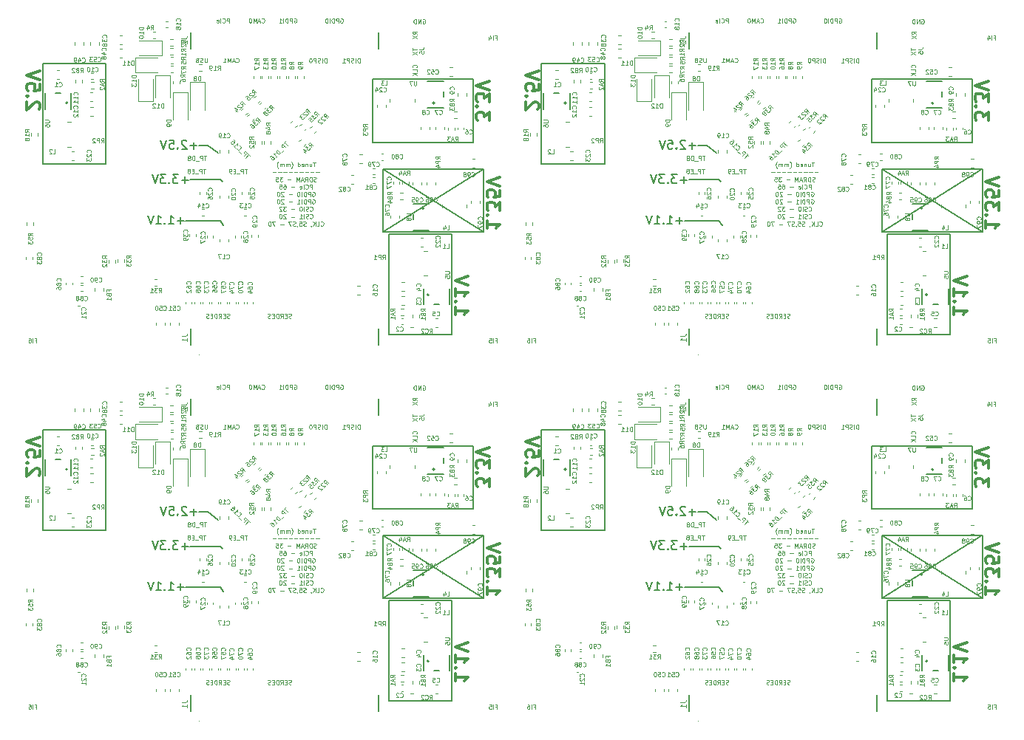
<source format=gbo>
G04 #@! TF.GenerationSoftware,KiCad,Pcbnew,5.1.9+dfsg1-1+deb11u1*
G04 #@! TF.CreationDate,2022-10-19T12:30:35+02:00*
G04 #@! TF.ProjectId,ulx4m-panel,756c7834-6d2d-4706-916e-656c2e6b6963,v0.0.3*
G04 #@! TF.SameCoordinates,Original*
G04 #@! TF.FileFunction,Legend,Bot*
G04 #@! TF.FilePolarity,Positive*
%FSLAX46Y46*%
G04 Gerber Fmt 4.6, Leading zero omitted, Abs format (unit mm)*
G04 Created by KiCad (PCBNEW 5.1.9+dfsg1-1+deb11u1) date 2022-10-19 12:30:35*
%MOMM*%
%LPD*%
G01*
G04 APERTURE LIST*
%ADD10C,0.150000*%
%ADD11C,0.300000*%
%ADD12C,0.200000*%
%ADD13C,0.100000*%
%ADD14C,0.120000*%
%ADD15C,0.127000*%
%ADD16C,0.125000*%
%ADD17C,0.015000*%
G04 APERTURE END LIST*
D10*
X75645002Y-70676444D02*
X74883097Y-70676444D01*
X75264049Y-71057396D02*
X75264049Y-70295492D01*
X73883097Y-71057396D02*
X74454525Y-71057396D01*
X74168811Y-71057396D02*
X74168811Y-70057396D01*
X74264049Y-70200254D01*
X74359287Y-70295492D01*
X74454525Y-70343111D01*
X73454525Y-70962158D02*
X73406906Y-71009777D01*
X73454525Y-71057396D01*
X73502144Y-71009777D01*
X73454525Y-70962158D01*
X73454525Y-71057396D01*
X72454525Y-71057396D02*
X73025954Y-71057396D01*
X72740240Y-71057396D02*
X72740240Y-70057396D01*
X72835478Y-70200254D01*
X72930716Y-70295492D01*
X73025954Y-70343111D01*
X72168811Y-70057396D02*
X71835478Y-71057396D01*
X71502144Y-70057396D01*
X76145002Y-66001444D02*
X75383097Y-66001444D01*
X75764049Y-66382396D02*
X75764049Y-65620492D01*
X75002144Y-65382396D02*
X74383097Y-65382396D01*
X74716430Y-65763349D01*
X74573573Y-65763349D01*
X74478335Y-65810968D01*
X74430716Y-65858587D01*
X74383097Y-65953825D01*
X74383097Y-66191920D01*
X74430716Y-66287158D01*
X74478335Y-66334777D01*
X74573573Y-66382396D01*
X74859287Y-66382396D01*
X74954525Y-66334777D01*
X75002144Y-66287158D01*
X73954525Y-66287158D02*
X73906906Y-66334777D01*
X73954525Y-66382396D01*
X74002144Y-66334777D01*
X73954525Y-66287158D01*
X73954525Y-66382396D01*
X73573573Y-65382396D02*
X72954525Y-65382396D01*
X73287859Y-65763349D01*
X73145002Y-65763349D01*
X73049763Y-65810968D01*
X73002144Y-65858587D01*
X72954525Y-65953825D01*
X72954525Y-66191920D01*
X73002144Y-66287158D01*
X73049763Y-66334777D01*
X73145002Y-66382396D01*
X73430716Y-66382396D01*
X73525954Y-66334777D01*
X73573573Y-66287158D01*
X72668811Y-65382396D02*
X72335478Y-66382396D01*
X72002144Y-65382396D01*
X77145001Y-62051444D02*
X76383096Y-62051444D01*
X76764048Y-62432396D02*
X76764048Y-61670492D01*
X75954524Y-61527635D02*
X75906905Y-61480016D01*
X75811667Y-61432396D01*
X75573572Y-61432396D01*
X75478334Y-61480016D01*
X75430715Y-61527635D01*
X75383096Y-61622873D01*
X75383096Y-61718111D01*
X75430715Y-61860968D01*
X76002143Y-62432396D01*
X75383096Y-62432396D01*
X74954524Y-62337158D02*
X74906905Y-62384777D01*
X74954524Y-62432396D01*
X75002143Y-62384777D01*
X74954524Y-62337158D01*
X74954524Y-62432396D01*
X74002143Y-61432396D02*
X74478334Y-61432396D01*
X74525953Y-61908587D01*
X74478334Y-61860968D01*
X74383096Y-61813349D01*
X74145001Y-61813349D01*
X74049762Y-61860968D01*
X74002143Y-61908587D01*
X73954524Y-62003825D01*
X73954524Y-62241920D01*
X74002143Y-62337158D01*
X74049762Y-62384777D01*
X74145001Y-62432396D01*
X74383096Y-62432396D01*
X74478334Y-62384777D01*
X74525953Y-62337158D01*
X73668810Y-61432396D02*
X73335477Y-62432396D01*
X73002143Y-61432396D01*
D11*
X59038573Y-57917873D02*
X59110002Y-57846444D01*
X59181430Y-57703587D01*
X59181430Y-57346444D01*
X59110002Y-57203587D01*
X59038573Y-57132158D01*
X58895716Y-57060730D01*
X58752859Y-57060730D01*
X58538573Y-57132158D01*
X57681430Y-57989301D01*
X57681430Y-57060730D01*
X57824287Y-56417873D02*
X57752859Y-56346444D01*
X57681430Y-56417873D01*
X57752859Y-56489301D01*
X57824287Y-56417873D01*
X57681430Y-56417873D01*
X59181430Y-54989301D02*
X59181430Y-55703587D01*
X58467144Y-55775016D01*
X58538573Y-55703587D01*
X58610002Y-55560730D01*
X58610002Y-55203587D01*
X58538573Y-55060730D01*
X58467144Y-54989301D01*
X58324287Y-54917873D01*
X57967144Y-54917873D01*
X57824287Y-54989301D01*
X57752859Y-55060730D01*
X57681430Y-55203587D01*
X57681430Y-55560730D01*
X57752859Y-55703587D01*
X57824287Y-55775016D01*
X59181430Y-54489301D02*
X57681430Y-53989301D01*
X59181430Y-53489301D01*
X106711430Y-80590730D02*
X106711430Y-81447873D01*
X106711430Y-81019301D02*
X108211430Y-81019301D01*
X107997144Y-81162158D01*
X107854287Y-81305016D01*
X107782859Y-81447873D01*
X106854287Y-79947873D02*
X106782859Y-79876444D01*
X106711430Y-79947873D01*
X106782859Y-80019301D01*
X106854287Y-79947873D01*
X106711430Y-79947873D01*
X106711430Y-78447873D02*
X106711430Y-79305016D01*
X106711430Y-78876444D02*
X108211430Y-78876444D01*
X107997144Y-79019301D01*
X107854287Y-79162158D01*
X107782859Y-79305016D01*
X108211430Y-78019301D02*
X106711430Y-77519301D01*
X108211430Y-77019301D01*
D12*
X75870002Y-70680017D02*
X79797002Y-70683016D01*
X79797002Y-70683016D02*
X80178002Y-71191016D01*
X80051002Y-66238016D02*
X79797003Y-65984016D01*
X79797003Y-65984016D02*
X76368002Y-65984017D01*
X79530002Y-62935016D02*
X78400002Y-62047016D01*
X78400002Y-62047016D02*
X77384002Y-62047017D01*
D10*
X59500002Y-52630016D02*
X66700002Y-52630016D01*
X66700002Y-52630016D02*
X66700002Y-64130016D01*
X66700002Y-64130016D02*
X59500002Y-64130016D01*
X59500002Y-64130016D02*
X59500002Y-52630016D01*
X108800001Y-54470016D02*
X108800001Y-61670016D01*
X97300002Y-54470017D02*
X108800001Y-54470016D01*
X97300001Y-61670016D02*
X97300002Y-54470017D01*
X106310001Y-83695016D02*
X99110003Y-83695016D01*
X106310001Y-72195016D02*
X106310001Y-83695016D01*
X99110003Y-72195016D02*
X106310001Y-72195016D01*
X99110003Y-83695016D02*
X99110003Y-72195016D01*
D13*
X80864287Y-47961206D02*
X80864287Y-47461206D01*
X80673811Y-47461206D01*
X80626192Y-47485016D01*
X80602382Y-47508825D01*
X80578573Y-47556444D01*
X80578573Y-47627873D01*
X80602382Y-47675492D01*
X80626192Y-47699301D01*
X80673811Y-47723111D01*
X80864287Y-47723111D01*
X80078573Y-47913587D02*
X80102382Y-47937396D01*
X80173811Y-47961206D01*
X80221430Y-47961206D01*
X80292859Y-47937396D01*
X80340478Y-47889777D01*
X80364287Y-47842158D01*
X80388097Y-47746920D01*
X80388097Y-47675492D01*
X80364287Y-47580254D01*
X80340478Y-47532635D01*
X80292859Y-47485016D01*
X80221430Y-47461206D01*
X80173811Y-47461206D01*
X80102382Y-47485016D01*
X80078573Y-47508825D01*
X79864287Y-47961206D02*
X79864287Y-47461206D01*
X79435716Y-47937396D02*
X79483335Y-47961206D01*
X79578573Y-47961206D01*
X79626192Y-47937396D01*
X79650002Y-47889777D01*
X79650002Y-47699301D01*
X79626192Y-47651682D01*
X79578573Y-47627873D01*
X79483335Y-47627873D01*
X79435716Y-47651682D01*
X79411906Y-47699301D01*
X79411906Y-47746920D01*
X79650002Y-47794539D01*
X80883335Y-81797396D02*
X80811906Y-81821206D01*
X80692859Y-81821206D01*
X80645240Y-81797396D01*
X80621430Y-81773587D01*
X80597621Y-81725968D01*
X80597621Y-81678349D01*
X80621430Y-81630730D01*
X80645240Y-81606920D01*
X80692859Y-81583111D01*
X80788097Y-81559301D01*
X80835716Y-81535492D01*
X80859525Y-81511682D01*
X80883335Y-81464063D01*
X80883335Y-81416444D01*
X80859525Y-81368825D01*
X80835716Y-81345016D01*
X80788097Y-81321206D01*
X80669049Y-81321206D01*
X80597621Y-81345016D01*
X80383335Y-81559301D02*
X80216668Y-81559301D01*
X80145240Y-81821206D02*
X80383335Y-81821206D01*
X80383335Y-81321206D01*
X80145240Y-81321206D01*
X79645240Y-81821206D02*
X79811906Y-81583111D01*
X79930954Y-81821206D02*
X79930954Y-81321206D01*
X79740478Y-81321206D01*
X79692859Y-81345016D01*
X79669049Y-81368825D01*
X79645240Y-81416444D01*
X79645240Y-81487873D01*
X79669049Y-81535492D01*
X79692859Y-81559301D01*
X79740478Y-81583111D01*
X79930954Y-81583111D01*
X79430954Y-81821206D02*
X79430954Y-81321206D01*
X79311906Y-81321206D01*
X79240478Y-81345016D01*
X79192859Y-81392635D01*
X79169049Y-81440254D01*
X79145240Y-81535492D01*
X79145240Y-81606920D01*
X79169049Y-81702158D01*
X79192859Y-81749777D01*
X79240478Y-81797396D01*
X79311906Y-81821206D01*
X79430954Y-81821206D01*
X78930954Y-81559301D02*
X78764287Y-81559301D01*
X78692859Y-81821206D02*
X78930954Y-81821206D01*
X78930954Y-81321206D01*
X78692859Y-81321206D01*
X78502382Y-81797396D02*
X78430954Y-81821206D01*
X78311906Y-81821206D01*
X78264287Y-81797396D01*
X78240478Y-81773587D01*
X78216668Y-81725968D01*
X78216668Y-81678349D01*
X78240478Y-81630730D01*
X78264287Y-81606920D01*
X78311906Y-81583111D01*
X78407144Y-81559301D01*
X78454763Y-81535492D01*
X78478573Y-81511682D01*
X78502382Y-81464063D01*
X78502382Y-81416444D01*
X78478573Y-81368825D01*
X78454763Y-81345016D01*
X78407144Y-81321206D01*
X78288097Y-81321206D01*
X78216668Y-81345016D01*
X87933335Y-81797396D02*
X87861906Y-81821206D01*
X87742859Y-81821206D01*
X87695240Y-81797396D01*
X87671430Y-81773587D01*
X87647621Y-81725968D01*
X87647621Y-81678349D01*
X87671430Y-81630730D01*
X87695240Y-81606920D01*
X87742859Y-81583111D01*
X87838097Y-81559301D01*
X87885716Y-81535492D01*
X87909525Y-81511682D01*
X87933335Y-81464063D01*
X87933335Y-81416444D01*
X87909525Y-81368825D01*
X87885716Y-81345016D01*
X87838097Y-81321206D01*
X87719049Y-81321206D01*
X87647621Y-81345016D01*
X87433335Y-81559301D02*
X87266668Y-81559301D01*
X87195240Y-81821206D02*
X87433335Y-81821206D01*
X87433335Y-81321206D01*
X87195240Y-81321206D01*
X86695240Y-81821206D02*
X86861906Y-81583111D01*
X86980954Y-81821206D02*
X86980954Y-81321206D01*
X86790478Y-81321206D01*
X86742859Y-81345016D01*
X86719049Y-81368825D01*
X86695240Y-81416444D01*
X86695240Y-81487873D01*
X86719049Y-81535492D01*
X86742859Y-81559301D01*
X86790478Y-81583111D01*
X86980954Y-81583111D01*
X86480954Y-81821206D02*
X86480954Y-81321206D01*
X86361906Y-81321206D01*
X86290478Y-81345016D01*
X86242859Y-81392635D01*
X86219049Y-81440254D01*
X86195240Y-81535492D01*
X86195240Y-81606920D01*
X86219049Y-81702158D01*
X86242859Y-81749777D01*
X86290478Y-81797396D01*
X86361906Y-81821206D01*
X86480954Y-81821206D01*
X85980954Y-81559301D02*
X85814287Y-81559301D01*
X85742859Y-81821206D02*
X85980954Y-81821206D01*
X85980954Y-81321206D01*
X85742859Y-81321206D01*
X85552382Y-81797396D02*
X85480954Y-81821206D01*
X85361906Y-81821206D01*
X85314287Y-81797396D01*
X85290478Y-81773587D01*
X85266668Y-81725968D01*
X85266668Y-81678349D01*
X85290478Y-81630730D01*
X85314287Y-81606920D01*
X85361906Y-81583111D01*
X85457144Y-81559301D01*
X85504763Y-81535492D01*
X85528573Y-81511682D01*
X85552382Y-81464063D01*
X85552382Y-81416444D01*
X85528573Y-81368825D01*
X85504763Y-81345016D01*
X85457144Y-81321206D01*
X85338097Y-81321206D01*
X85266668Y-81345016D01*
X78320954Y-52021206D02*
X78320954Y-52425968D01*
X78297144Y-52473587D01*
X78273335Y-52497396D01*
X78225716Y-52521206D01*
X78130478Y-52521206D01*
X78082859Y-52497396D01*
X78059049Y-52473587D01*
X78035240Y-52425968D01*
X78035240Y-52021206D01*
X77820954Y-52497396D02*
X77749525Y-52521206D01*
X77630478Y-52521206D01*
X77582859Y-52497396D01*
X77559049Y-52473587D01*
X77535240Y-52425968D01*
X77535240Y-52378349D01*
X77559049Y-52330730D01*
X77582859Y-52306920D01*
X77630478Y-52283111D01*
X77725716Y-52259301D01*
X77773335Y-52235492D01*
X77797144Y-52211682D01*
X77820954Y-52164063D01*
X77820954Y-52116444D01*
X77797144Y-52068825D01*
X77773335Y-52045016D01*
X77725716Y-52021206D01*
X77606668Y-52021206D01*
X77535240Y-52045016D01*
X77154287Y-52259301D02*
X77082859Y-52283111D01*
X77059049Y-52306920D01*
X77035240Y-52354539D01*
X77035240Y-52425968D01*
X77059049Y-52473587D01*
X77082859Y-52497396D01*
X77130478Y-52521206D01*
X77320954Y-52521206D01*
X77320954Y-52021206D01*
X77154287Y-52021206D01*
X77106668Y-52045016D01*
X77082859Y-52068825D01*
X77059049Y-52116444D01*
X77059049Y-52164063D01*
X77082859Y-52211682D01*
X77106668Y-52235492D01*
X77154287Y-52259301D01*
X77320954Y-52259301D01*
X81633335Y-52473587D02*
X81657144Y-52497396D01*
X81728573Y-52521206D01*
X81776192Y-52521206D01*
X81847621Y-52497396D01*
X81895240Y-52449777D01*
X81919049Y-52402158D01*
X81942859Y-52306920D01*
X81942859Y-52235492D01*
X81919049Y-52140254D01*
X81895240Y-52092635D01*
X81847621Y-52045016D01*
X81776192Y-52021206D01*
X81728573Y-52021206D01*
X81657144Y-52045016D01*
X81633335Y-52068825D01*
X81442859Y-52378349D02*
X81204763Y-52378349D01*
X81490478Y-52521206D02*
X81323811Y-52021206D01*
X81157144Y-52521206D01*
X80990478Y-52521206D02*
X80990478Y-52021206D01*
X80823811Y-52378349D01*
X80657144Y-52021206D01*
X80657144Y-52521206D01*
X80157144Y-52521206D02*
X80442859Y-52521206D01*
X80300002Y-52521206D02*
X80300002Y-52021206D01*
X80347621Y-52092635D01*
X80395240Y-52140254D01*
X80442859Y-52164063D01*
X84573335Y-47923587D02*
X84597144Y-47947396D01*
X84668573Y-47971206D01*
X84716192Y-47971206D01*
X84787621Y-47947396D01*
X84835240Y-47899777D01*
X84859049Y-47852158D01*
X84882859Y-47756920D01*
X84882859Y-47685492D01*
X84859049Y-47590254D01*
X84835240Y-47542635D01*
X84787621Y-47495016D01*
X84716192Y-47471206D01*
X84668573Y-47471206D01*
X84597144Y-47495016D01*
X84573335Y-47518825D01*
X84382859Y-47828349D02*
X84144763Y-47828349D01*
X84430478Y-47971206D02*
X84263811Y-47471206D01*
X84097144Y-47971206D01*
X83930478Y-47971206D02*
X83930478Y-47471206D01*
X83763811Y-47828349D01*
X83597144Y-47471206D01*
X83597144Y-47971206D01*
X83263811Y-47471206D02*
X83216192Y-47471206D01*
X83168573Y-47495016D01*
X83144763Y-47518825D01*
X83120954Y-47566444D01*
X83097144Y-47661682D01*
X83097144Y-47780730D01*
X83120954Y-47875968D01*
X83144763Y-47923587D01*
X83168573Y-47947396D01*
X83216192Y-47971206D01*
X83263811Y-47971206D01*
X83311430Y-47947396D01*
X83335240Y-47923587D01*
X83359049Y-47875968D01*
X83382859Y-47780730D01*
X83382859Y-47661682D01*
X83359049Y-47566444D01*
X83335240Y-47518825D01*
X83311430Y-47495016D01*
X83263811Y-47471206D01*
X88296192Y-47495016D02*
X88343811Y-47471206D01*
X88415240Y-47471206D01*
X88486668Y-47495016D01*
X88534287Y-47542635D01*
X88558097Y-47590254D01*
X88581906Y-47685492D01*
X88581906Y-47756920D01*
X88558097Y-47852158D01*
X88534287Y-47899777D01*
X88486668Y-47947396D01*
X88415240Y-47971206D01*
X88367621Y-47971206D01*
X88296192Y-47947396D01*
X88272382Y-47923587D01*
X88272382Y-47756920D01*
X88367621Y-47756920D01*
X88058097Y-47971206D02*
X88058097Y-47471206D01*
X87867621Y-47471206D01*
X87820002Y-47495016D01*
X87796192Y-47518825D01*
X87772382Y-47566444D01*
X87772382Y-47637873D01*
X87796192Y-47685492D01*
X87820002Y-47709301D01*
X87867621Y-47733111D01*
X88058097Y-47733111D01*
X87558097Y-47971206D02*
X87558097Y-47471206D01*
X87439049Y-47471206D01*
X87367621Y-47495016D01*
X87320002Y-47542635D01*
X87296192Y-47590254D01*
X87272382Y-47685492D01*
X87272382Y-47756920D01*
X87296192Y-47852158D01*
X87320002Y-47899777D01*
X87367621Y-47947396D01*
X87439049Y-47971206D01*
X87558097Y-47971206D01*
X87058097Y-47971206D02*
X87058097Y-47471206D01*
X86558097Y-47971206D02*
X86843811Y-47971206D01*
X86700954Y-47971206D02*
X86700954Y-47471206D01*
X86748573Y-47542635D01*
X86796192Y-47590254D01*
X86843811Y-47614063D01*
X91986192Y-52541206D02*
X91986192Y-52041206D01*
X91867144Y-52041206D01*
X91795716Y-52065016D01*
X91748097Y-52112635D01*
X91724287Y-52160254D01*
X91700478Y-52255492D01*
X91700478Y-52326920D01*
X91724287Y-52422158D01*
X91748097Y-52469777D01*
X91795716Y-52517396D01*
X91867144Y-52541206D01*
X91986192Y-52541206D01*
X91486192Y-52541206D02*
X91486192Y-52041206D01*
X91271906Y-52517396D02*
X91200478Y-52541206D01*
X91081430Y-52541206D01*
X91033811Y-52517396D01*
X91010002Y-52493587D01*
X90986192Y-52445968D01*
X90986192Y-52398349D01*
X91010002Y-52350730D01*
X91033811Y-52326920D01*
X91081430Y-52303111D01*
X91176668Y-52279301D01*
X91224287Y-52255492D01*
X91248097Y-52231682D01*
X91271906Y-52184063D01*
X91271906Y-52136444D01*
X91248097Y-52088825D01*
X91224287Y-52065016D01*
X91176668Y-52041206D01*
X91057621Y-52041206D01*
X90986192Y-52065016D01*
X90771906Y-52541206D02*
X90771906Y-52041206D01*
X90581430Y-52041206D01*
X90533811Y-52065016D01*
X90510002Y-52088825D01*
X90486192Y-52136444D01*
X90486192Y-52207873D01*
X90510002Y-52255492D01*
X90533811Y-52279301D01*
X90581430Y-52303111D01*
X90771906Y-52303111D01*
X90176668Y-52041206D02*
X90129049Y-52041206D01*
X90081430Y-52065016D01*
X90057621Y-52088825D01*
X90033811Y-52136444D01*
X90010002Y-52231682D01*
X90010002Y-52350730D01*
X90033811Y-52445968D01*
X90057621Y-52493587D01*
X90081430Y-52517396D01*
X90129049Y-52541206D01*
X90176668Y-52541206D01*
X90224287Y-52517396D01*
X90248097Y-52493587D01*
X90271906Y-52445968D01*
X90295716Y-52350730D01*
X90295716Y-52231682D01*
X90271906Y-52136444D01*
X90248097Y-52088825D01*
X90224287Y-52065016D01*
X90176668Y-52041206D01*
X95796192Y-52531206D02*
X95796192Y-52031206D01*
X95677144Y-52031206D01*
X95605716Y-52055016D01*
X95558097Y-52102635D01*
X95534287Y-52150254D01*
X95510478Y-52245492D01*
X95510478Y-52316920D01*
X95534287Y-52412158D01*
X95558097Y-52459777D01*
X95605716Y-52507396D01*
X95677144Y-52531206D01*
X95796192Y-52531206D01*
X95296192Y-52531206D02*
X95296192Y-52031206D01*
X95081906Y-52507396D02*
X95010478Y-52531206D01*
X94891430Y-52531206D01*
X94843811Y-52507396D01*
X94820002Y-52483587D01*
X94796192Y-52435968D01*
X94796192Y-52388349D01*
X94820002Y-52340730D01*
X94843811Y-52316920D01*
X94891430Y-52293111D01*
X94986668Y-52269301D01*
X95034287Y-52245492D01*
X95058097Y-52221682D01*
X95081906Y-52174063D01*
X95081906Y-52126444D01*
X95058097Y-52078825D01*
X95034287Y-52055016D01*
X94986668Y-52031206D01*
X94867621Y-52031206D01*
X94796192Y-52055016D01*
X94581906Y-52531206D02*
X94581906Y-52031206D01*
X94391430Y-52031206D01*
X94343811Y-52055016D01*
X94320002Y-52078825D01*
X94296192Y-52126444D01*
X94296192Y-52197873D01*
X94320002Y-52245492D01*
X94343811Y-52269301D01*
X94391430Y-52293111D01*
X94581906Y-52293111D01*
X93820002Y-52531206D02*
X94105716Y-52531206D01*
X93962859Y-52531206D02*
X93962859Y-52031206D01*
X94010478Y-52102635D01*
X94058097Y-52150254D01*
X94105716Y-52174063D01*
X93586192Y-47505016D02*
X93633811Y-47481206D01*
X93705240Y-47481206D01*
X93776668Y-47505016D01*
X93824287Y-47552635D01*
X93848097Y-47600254D01*
X93871906Y-47695492D01*
X93871906Y-47766920D01*
X93848097Y-47862158D01*
X93824287Y-47909777D01*
X93776668Y-47957396D01*
X93705240Y-47981206D01*
X93657621Y-47981206D01*
X93586192Y-47957396D01*
X93562382Y-47933587D01*
X93562382Y-47766920D01*
X93657621Y-47766920D01*
X93348097Y-47981206D02*
X93348097Y-47481206D01*
X93157621Y-47481206D01*
X93110002Y-47505016D01*
X93086192Y-47528825D01*
X93062382Y-47576444D01*
X93062382Y-47647873D01*
X93086192Y-47695492D01*
X93110002Y-47719301D01*
X93157621Y-47743111D01*
X93348097Y-47743111D01*
X92848097Y-47981206D02*
X92848097Y-47481206D01*
X92729049Y-47481206D01*
X92657621Y-47505016D01*
X92610002Y-47552635D01*
X92586192Y-47600254D01*
X92562382Y-47695492D01*
X92562382Y-47766920D01*
X92586192Y-47862158D01*
X92610002Y-47909777D01*
X92657621Y-47957396D01*
X92729049Y-47981206D01*
X92848097Y-47981206D01*
X92348097Y-47981206D02*
X92348097Y-47481206D01*
X92014763Y-47481206D02*
X91967144Y-47481206D01*
X91919525Y-47505016D01*
X91895716Y-47528825D01*
X91871906Y-47576444D01*
X91848097Y-47671682D01*
X91848097Y-47790730D01*
X91871906Y-47885968D01*
X91895716Y-47933587D01*
X91919525Y-47957396D01*
X91967144Y-47981206D01*
X92014763Y-47981206D01*
X92062382Y-47957396D01*
X92086192Y-47933587D01*
X92110002Y-47885968D01*
X92133811Y-47790730D01*
X92133811Y-47671682D01*
X92110002Y-47576444D01*
X92086192Y-47528825D01*
X92062382Y-47505016D01*
X92014763Y-47481206D01*
D11*
X110351430Y-70685016D02*
X110351430Y-71542158D01*
X110351430Y-71113587D02*
X111851430Y-71113587D01*
X111637144Y-71256444D01*
X111494287Y-71399301D01*
X111422859Y-71542158D01*
X110494287Y-70042158D02*
X110422859Y-69970730D01*
X110351430Y-70042158D01*
X110422859Y-70113587D01*
X110494287Y-70042158D01*
X110351430Y-70042158D01*
X111851430Y-69470730D02*
X111851430Y-68542158D01*
X111280002Y-69042158D01*
X111280002Y-68827873D01*
X111208573Y-68685016D01*
X111137144Y-68613587D01*
X110994287Y-68542158D01*
X110637144Y-68542158D01*
X110494287Y-68613587D01*
X110422859Y-68685016D01*
X110351430Y-68827873D01*
X110351430Y-69256444D01*
X110422859Y-69399301D01*
X110494287Y-69470730D01*
X111851430Y-67185016D02*
X111851430Y-67899301D01*
X111137144Y-67970730D01*
X111208573Y-67899301D01*
X111280002Y-67756444D01*
X111280002Y-67399301D01*
X111208573Y-67256444D01*
X111137144Y-67185016D01*
X110994287Y-67113587D01*
X110637144Y-67113587D01*
X110494287Y-67185016D01*
X110422859Y-67256444D01*
X110351430Y-67399301D01*
X110351430Y-67756444D01*
X110422859Y-67899301D01*
X110494287Y-67970730D01*
X111851430Y-66685016D02*
X110351430Y-66185016D01*
X111851430Y-65685016D01*
D10*
X98480003Y-64770016D02*
X109980004Y-64770016D01*
X109980004Y-64770016D02*
X109980002Y-71970015D01*
X109980002Y-71970015D02*
X98480003Y-71970016D01*
X98480003Y-71970016D02*
X98480003Y-64770016D01*
D11*
X110641430Y-59159301D02*
X110641430Y-58230730D01*
X110070002Y-58730730D01*
X110070002Y-58516444D01*
X109998573Y-58373587D01*
X109927144Y-58302158D01*
X109784287Y-58230730D01*
X109427144Y-58230730D01*
X109284287Y-58302158D01*
X109212859Y-58373587D01*
X109141430Y-58516444D01*
X109141430Y-58945016D01*
X109212859Y-59087873D01*
X109284287Y-59159301D01*
X109284287Y-57587873D02*
X109212859Y-57516444D01*
X109141430Y-57587873D01*
X109212859Y-57659301D01*
X109284287Y-57587873D01*
X109141430Y-57587873D01*
X110641430Y-57016444D02*
X110641430Y-56087873D01*
X110070002Y-56587873D01*
X110070002Y-56373587D01*
X109998573Y-56230730D01*
X109927144Y-56159301D01*
X109784287Y-56087873D01*
X109427144Y-56087873D01*
X109284287Y-56159301D01*
X109212859Y-56230730D01*
X109141430Y-56373587D01*
X109141430Y-56802158D01*
X109212859Y-56945016D01*
X109284287Y-57016444D01*
X110641430Y-55659301D02*
X109141430Y-55159301D01*
X110641430Y-54659301D01*
D13*
X90706192Y-63961206D02*
X90420478Y-63961206D01*
X90563335Y-64461206D02*
X90563335Y-63961206D01*
X90039525Y-64127873D02*
X90039525Y-64461206D01*
X90253811Y-64127873D02*
X90253811Y-64389777D01*
X90230002Y-64437396D01*
X90182382Y-64461206D01*
X90110954Y-64461206D01*
X90063335Y-64437396D01*
X90039525Y-64413587D01*
X89801430Y-64127873D02*
X89801430Y-64461206D01*
X89801430Y-64175492D02*
X89777621Y-64151682D01*
X89730002Y-64127873D01*
X89658573Y-64127873D01*
X89610954Y-64151682D01*
X89587144Y-64199301D01*
X89587144Y-64461206D01*
X89158573Y-64437396D02*
X89206192Y-64461206D01*
X89301430Y-64461206D01*
X89349049Y-64437396D01*
X89372859Y-64389777D01*
X89372859Y-64199301D01*
X89349049Y-64151682D01*
X89301430Y-64127873D01*
X89206192Y-64127873D01*
X89158573Y-64151682D01*
X89134763Y-64199301D01*
X89134763Y-64246920D01*
X89372859Y-64294539D01*
X88706192Y-64461206D02*
X88706192Y-63961206D01*
X88706192Y-64437396D02*
X88753811Y-64461206D01*
X88849049Y-64461206D01*
X88896668Y-64437396D01*
X88920478Y-64413587D01*
X88944287Y-64365968D01*
X88944287Y-64223111D01*
X88920478Y-64175492D01*
X88896668Y-64151682D01*
X88849049Y-64127873D01*
X88753811Y-64127873D01*
X88706192Y-64151682D01*
X87944287Y-64651682D02*
X87968097Y-64627873D01*
X88015716Y-64556444D01*
X88039525Y-64508825D01*
X88063335Y-64437396D01*
X88087144Y-64318349D01*
X88087144Y-64223111D01*
X88063335Y-64104063D01*
X88039525Y-64032635D01*
X88015716Y-63985016D01*
X87968097Y-63913587D01*
X87944287Y-63889777D01*
X87753811Y-64461206D02*
X87753811Y-64127873D01*
X87753811Y-64175492D02*
X87730002Y-64151682D01*
X87682382Y-64127873D01*
X87610954Y-64127873D01*
X87563335Y-64151682D01*
X87539525Y-64199301D01*
X87539525Y-64461206D01*
X87539525Y-64199301D02*
X87515716Y-64151682D01*
X87468097Y-64127873D01*
X87396668Y-64127873D01*
X87349049Y-64151682D01*
X87325240Y-64199301D01*
X87325240Y-64461206D01*
X87087144Y-64461206D02*
X87087144Y-64127873D01*
X87087144Y-64175492D02*
X87063335Y-64151682D01*
X87015716Y-64127873D01*
X86944287Y-64127873D01*
X86896668Y-64151682D01*
X86872859Y-64199301D01*
X86872859Y-64461206D01*
X86872859Y-64199301D02*
X86849049Y-64151682D01*
X86801430Y-64127873D01*
X86730002Y-64127873D01*
X86682382Y-64151682D01*
X86658573Y-64199301D01*
X86658573Y-64461206D01*
X86468097Y-64651682D02*
X86444287Y-64627873D01*
X86396668Y-64556444D01*
X86372859Y-64508825D01*
X86349049Y-64437396D01*
X86325240Y-64318349D01*
X86325240Y-64223111D01*
X86349049Y-64104063D01*
X86372859Y-64032635D01*
X86396668Y-63985016D01*
X86444287Y-63913587D01*
X86468097Y-63889777D01*
X91146668Y-65120730D02*
X90765716Y-65120730D01*
X90527621Y-65120730D02*
X90146668Y-65120730D01*
X89908573Y-65120730D02*
X89527621Y-65120730D01*
X89289525Y-65120730D02*
X88908573Y-65120730D01*
X88670478Y-65120730D02*
X88289525Y-65120730D01*
X88051430Y-65120730D02*
X87670478Y-65120730D01*
X87432382Y-65120730D02*
X87051430Y-65120730D01*
X86813335Y-65120730D02*
X86432382Y-65120730D01*
X86194287Y-65120730D02*
X85813335Y-65120730D01*
X90789525Y-66137396D02*
X90718097Y-66161206D01*
X90599049Y-66161206D01*
X90551430Y-66137396D01*
X90527621Y-66113587D01*
X90503811Y-66065968D01*
X90503811Y-66018349D01*
X90527621Y-65970730D01*
X90551430Y-65946920D01*
X90599049Y-65923111D01*
X90694287Y-65899301D01*
X90741906Y-65875492D01*
X90765716Y-65851682D01*
X90789525Y-65804063D01*
X90789525Y-65756444D01*
X90765716Y-65708825D01*
X90741906Y-65685016D01*
X90694287Y-65661206D01*
X90575240Y-65661206D01*
X90503811Y-65685016D01*
X90289525Y-66161206D02*
X90289525Y-65661206D01*
X90170478Y-65661206D01*
X90099049Y-65685016D01*
X90051430Y-65732635D01*
X90027621Y-65780254D01*
X90003811Y-65875492D01*
X90003811Y-65946920D01*
X90027621Y-66042158D01*
X90051430Y-66089777D01*
X90099049Y-66137396D01*
X90170478Y-66161206D01*
X90289525Y-66161206D01*
X89503811Y-66161206D02*
X89670478Y-65923111D01*
X89789525Y-66161206D02*
X89789525Y-65661206D01*
X89599049Y-65661206D01*
X89551430Y-65685016D01*
X89527621Y-65708825D01*
X89503811Y-65756444D01*
X89503811Y-65827873D01*
X89527621Y-65875492D01*
X89551430Y-65899301D01*
X89599049Y-65923111D01*
X89789525Y-65923111D01*
X89313335Y-66018349D02*
X89075240Y-66018349D01*
X89360954Y-66161206D02*
X89194287Y-65661206D01*
X89027621Y-66161206D01*
X88860954Y-66161206D02*
X88860954Y-65661206D01*
X88694287Y-66018349D01*
X88527621Y-65661206D01*
X88527621Y-66161206D01*
X87908573Y-65970730D02*
X87527621Y-65970730D01*
X86956192Y-65661206D02*
X86646668Y-65661206D01*
X86813335Y-65851682D01*
X86741906Y-65851682D01*
X86694287Y-65875492D01*
X86670478Y-65899301D01*
X86646668Y-65946920D01*
X86646668Y-66065968D01*
X86670478Y-66113587D01*
X86694287Y-66137396D01*
X86741906Y-66161206D01*
X86884763Y-66161206D01*
X86932382Y-66137396D01*
X86956192Y-66113587D01*
X86194287Y-65661206D02*
X86432382Y-65661206D01*
X86456192Y-65899301D01*
X86432382Y-65875492D01*
X86384763Y-65851682D01*
X86265716Y-65851682D01*
X86218097Y-65875492D01*
X86194287Y-65899301D01*
X86170478Y-65946920D01*
X86170478Y-66065968D01*
X86194287Y-66113587D01*
X86218097Y-66137396D01*
X86265716Y-66161206D01*
X86384763Y-66161206D01*
X86432382Y-66137396D01*
X86456192Y-66113587D01*
X90360954Y-67011206D02*
X90360954Y-66511206D01*
X90170478Y-66511206D01*
X90122859Y-66535016D01*
X90099049Y-66558825D01*
X90075240Y-66606444D01*
X90075240Y-66677873D01*
X90099049Y-66725492D01*
X90122859Y-66749301D01*
X90170478Y-66773111D01*
X90360954Y-66773111D01*
X89575240Y-66963587D02*
X89599049Y-66987396D01*
X89670478Y-67011206D01*
X89718097Y-67011206D01*
X89789525Y-66987396D01*
X89837144Y-66939777D01*
X89860954Y-66892158D01*
X89884763Y-66796920D01*
X89884763Y-66725492D01*
X89860954Y-66630254D01*
X89837144Y-66582635D01*
X89789525Y-66535016D01*
X89718097Y-66511206D01*
X89670478Y-66511206D01*
X89599049Y-66535016D01*
X89575240Y-66558825D01*
X89360954Y-67011206D02*
X89360954Y-66511206D01*
X88932382Y-66987396D02*
X88980002Y-67011206D01*
X89075240Y-67011206D01*
X89122859Y-66987396D01*
X89146668Y-66939777D01*
X89146668Y-66749301D01*
X89122859Y-66701682D01*
X89075240Y-66677873D01*
X88980002Y-66677873D01*
X88932382Y-66701682D01*
X88908573Y-66749301D01*
X88908573Y-66796920D01*
X89146668Y-66844539D01*
X88313335Y-66820730D02*
X87932382Y-66820730D01*
X87099049Y-66511206D02*
X87194287Y-66511206D01*
X87241906Y-66535016D01*
X87265716Y-66558825D01*
X87313335Y-66630254D01*
X87337144Y-66725492D01*
X87337144Y-66915968D01*
X87313335Y-66963587D01*
X87289525Y-66987396D01*
X87241906Y-67011206D01*
X87146668Y-67011206D01*
X87099049Y-66987396D01*
X87075240Y-66963587D01*
X87051430Y-66915968D01*
X87051430Y-66796920D01*
X87075240Y-66749301D01*
X87099049Y-66725492D01*
X87146668Y-66701682D01*
X87241906Y-66701682D01*
X87289525Y-66725492D01*
X87313335Y-66749301D01*
X87337144Y-66796920D01*
X86599049Y-66511206D02*
X86837144Y-66511206D01*
X86860954Y-66749301D01*
X86837144Y-66725492D01*
X86789525Y-66701682D01*
X86670478Y-66701682D01*
X86622859Y-66725492D01*
X86599049Y-66749301D01*
X86575240Y-66796920D01*
X86575240Y-66915968D01*
X86599049Y-66963587D01*
X86622859Y-66987396D01*
X86670478Y-67011206D01*
X86789525Y-67011206D01*
X86837144Y-66987396D01*
X86860954Y-66963587D01*
X90372859Y-67385016D02*
X90420478Y-67361206D01*
X90491906Y-67361206D01*
X90563335Y-67385016D01*
X90610954Y-67432635D01*
X90634763Y-67480254D01*
X90658573Y-67575492D01*
X90658573Y-67646920D01*
X90634763Y-67742158D01*
X90610954Y-67789777D01*
X90563335Y-67837396D01*
X90491906Y-67861206D01*
X90444287Y-67861206D01*
X90372859Y-67837396D01*
X90349049Y-67813587D01*
X90349049Y-67646920D01*
X90444287Y-67646920D01*
X90134763Y-67861206D02*
X90134763Y-67361206D01*
X89944287Y-67361206D01*
X89896668Y-67385016D01*
X89872859Y-67408825D01*
X89849049Y-67456444D01*
X89849049Y-67527873D01*
X89872859Y-67575492D01*
X89896668Y-67599301D01*
X89944287Y-67623111D01*
X90134763Y-67623111D01*
X89634763Y-67861206D02*
X89634763Y-67361206D01*
X89515716Y-67361206D01*
X89444287Y-67385016D01*
X89396668Y-67432635D01*
X89372859Y-67480254D01*
X89349049Y-67575492D01*
X89349049Y-67646920D01*
X89372859Y-67742158D01*
X89396668Y-67789777D01*
X89444287Y-67837396D01*
X89515716Y-67861206D01*
X89634763Y-67861206D01*
X89134763Y-67861206D02*
X89134763Y-67361206D01*
X88801430Y-67361206D02*
X88753811Y-67361206D01*
X88706192Y-67385016D01*
X88682382Y-67408825D01*
X88658573Y-67456444D01*
X88634763Y-67551682D01*
X88634763Y-67670730D01*
X88658573Y-67765968D01*
X88682382Y-67813587D01*
X88706192Y-67837396D01*
X88753811Y-67861206D01*
X88801430Y-67861206D01*
X88849049Y-67837396D01*
X88872859Y-67813587D01*
X88896668Y-67765968D01*
X88920478Y-67670730D01*
X88920478Y-67551682D01*
X88896668Y-67456444D01*
X88872859Y-67408825D01*
X88849049Y-67385016D01*
X88801430Y-67361206D01*
X88039525Y-67670730D02*
X87658573Y-67670730D01*
X87063335Y-67408825D02*
X87039525Y-67385016D01*
X86991906Y-67361206D01*
X86872859Y-67361206D01*
X86825240Y-67385016D01*
X86801430Y-67408825D01*
X86777621Y-67456444D01*
X86777621Y-67504063D01*
X86801430Y-67575492D01*
X87087144Y-67861206D01*
X86777621Y-67861206D01*
X86468097Y-67361206D02*
X86420478Y-67361206D01*
X86372859Y-67385016D01*
X86349049Y-67408825D01*
X86325240Y-67456444D01*
X86301430Y-67551682D01*
X86301430Y-67670730D01*
X86325240Y-67765968D01*
X86349049Y-67813587D01*
X86372859Y-67837396D01*
X86420478Y-67861206D01*
X86468097Y-67861206D01*
X86515716Y-67837396D01*
X86539525Y-67813587D01*
X86563335Y-67765968D01*
X86587144Y-67670730D01*
X86587144Y-67551682D01*
X86563335Y-67456444D01*
X86539525Y-67408825D01*
X86515716Y-67385016D01*
X86468097Y-67361206D01*
X90372859Y-68235016D02*
X90420478Y-68211206D01*
X90491906Y-68211206D01*
X90563335Y-68235016D01*
X90610954Y-68282635D01*
X90634763Y-68330254D01*
X90658573Y-68425492D01*
X90658573Y-68496920D01*
X90634763Y-68592158D01*
X90610954Y-68639777D01*
X90563335Y-68687396D01*
X90491906Y-68711206D01*
X90444287Y-68711206D01*
X90372859Y-68687396D01*
X90349049Y-68663587D01*
X90349049Y-68496920D01*
X90444287Y-68496920D01*
X90134763Y-68711206D02*
X90134763Y-68211206D01*
X89944287Y-68211206D01*
X89896668Y-68235016D01*
X89872859Y-68258825D01*
X89849049Y-68306444D01*
X89849049Y-68377873D01*
X89872859Y-68425492D01*
X89896668Y-68449301D01*
X89944287Y-68473111D01*
X90134763Y-68473111D01*
X89634763Y-68711206D02*
X89634763Y-68211206D01*
X89515716Y-68211206D01*
X89444287Y-68235016D01*
X89396668Y-68282635D01*
X89372859Y-68330254D01*
X89349049Y-68425492D01*
X89349049Y-68496920D01*
X89372859Y-68592158D01*
X89396668Y-68639777D01*
X89444287Y-68687396D01*
X89515716Y-68711206D01*
X89634763Y-68711206D01*
X89134763Y-68711206D02*
X89134763Y-68211206D01*
X88634763Y-68711206D02*
X88920478Y-68711206D01*
X88777621Y-68711206D02*
X88777621Y-68211206D01*
X88825240Y-68282635D01*
X88872859Y-68330254D01*
X88920478Y-68354063D01*
X88039525Y-68520730D02*
X87658573Y-68520730D01*
X87063335Y-68258825D02*
X87039525Y-68235016D01*
X86991906Y-68211206D01*
X86872859Y-68211206D01*
X86825240Y-68235016D01*
X86801430Y-68258825D01*
X86777621Y-68306444D01*
X86777621Y-68354063D01*
X86801430Y-68425492D01*
X87087144Y-68711206D01*
X86777621Y-68711206D01*
X86468097Y-68211206D02*
X86420478Y-68211206D01*
X86372859Y-68235016D01*
X86349049Y-68258825D01*
X86325240Y-68306444D01*
X86301430Y-68401682D01*
X86301430Y-68520730D01*
X86325240Y-68615968D01*
X86349049Y-68663587D01*
X86372859Y-68687396D01*
X86420478Y-68711206D01*
X86468097Y-68711206D01*
X86515716Y-68687396D01*
X86539525Y-68663587D01*
X86563335Y-68615968D01*
X86587144Y-68520730D01*
X86587144Y-68401682D01*
X86563335Y-68306444D01*
X86539525Y-68258825D01*
X86515716Y-68235016D01*
X86468097Y-68211206D01*
X90087144Y-69513587D02*
X90110954Y-69537396D01*
X90182382Y-69561206D01*
X90230002Y-69561206D01*
X90301430Y-69537396D01*
X90349049Y-69489777D01*
X90372859Y-69442158D01*
X90396668Y-69346920D01*
X90396668Y-69275492D01*
X90372859Y-69180254D01*
X90349049Y-69132635D01*
X90301430Y-69085016D01*
X90230002Y-69061206D01*
X90182382Y-69061206D01*
X90110954Y-69085016D01*
X90087144Y-69108825D01*
X89896668Y-69537396D02*
X89825240Y-69561206D01*
X89706192Y-69561206D01*
X89658573Y-69537396D01*
X89634763Y-69513587D01*
X89610954Y-69465968D01*
X89610954Y-69418349D01*
X89634763Y-69370730D01*
X89658573Y-69346920D01*
X89706192Y-69323111D01*
X89801430Y-69299301D01*
X89849049Y-69275492D01*
X89872859Y-69251682D01*
X89896668Y-69204063D01*
X89896668Y-69156444D01*
X89872859Y-69108825D01*
X89849049Y-69085016D01*
X89801430Y-69061206D01*
X89682382Y-69061206D01*
X89610954Y-69085016D01*
X89396668Y-69561206D02*
X89396668Y-69061206D01*
X89063335Y-69061206D02*
X89015716Y-69061206D01*
X88968097Y-69085016D01*
X88944287Y-69108825D01*
X88920478Y-69156444D01*
X88896668Y-69251682D01*
X88896668Y-69370730D01*
X88920478Y-69465968D01*
X88944287Y-69513587D01*
X88968097Y-69537396D01*
X89015716Y-69561206D01*
X89063335Y-69561206D01*
X89110954Y-69537396D01*
X89134763Y-69513587D01*
X89158573Y-69465968D01*
X89182382Y-69370730D01*
X89182382Y-69251682D01*
X89158573Y-69156444D01*
X89134763Y-69108825D01*
X89110954Y-69085016D01*
X89063335Y-69061206D01*
X88301430Y-69370730D02*
X87920478Y-69370730D01*
X87349049Y-69061206D02*
X87039525Y-69061206D01*
X87206192Y-69251682D01*
X87134763Y-69251682D01*
X87087144Y-69275492D01*
X87063335Y-69299301D01*
X87039525Y-69346920D01*
X87039525Y-69465968D01*
X87063335Y-69513587D01*
X87087144Y-69537396D01*
X87134763Y-69561206D01*
X87277621Y-69561206D01*
X87325240Y-69537396D01*
X87349049Y-69513587D01*
X86849049Y-69108825D02*
X86825240Y-69085016D01*
X86777621Y-69061206D01*
X86658573Y-69061206D01*
X86610954Y-69085016D01*
X86587144Y-69108825D01*
X86563335Y-69156444D01*
X86563335Y-69204063D01*
X86587144Y-69275492D01*
X86872859Y-69561206D01*
X86563335Y-69561206D01*
X90087144Y-70363587D02*
X90110954Y-70387396D01*
X90182382Y-70411206D01*
X90230002Y-70411206D01*
X90301430Y-70387396D01*
X90349049Y-70339777D01*
X90372859Y-70292158D01*
X90396668Y-70196920D01*
X90396668Y-70125492D01*
X90372859Y-70030254D01*
X90349049Y-69982635D01*
X90301430Y-69935016D01*
X90230002Y-69911206D01*
X90182382Y-69911206D01*
X90110954Y-69935016D01*
X90087144Y-69958825D01*
X89896668Y-70387396D02*
X89825240Y-70411206D01*
X89706192Y-70411206D01*
X89658573Y-70387396D01*
X89634763Y-70363587D01*
X89610954Y-70315968D01*
X89610954Y-70268349D01*
X89634763Y-70220730D01*
X89658573Y-70196920D01*
X89706192Y-70173111D01*
X89801430Y-70149301D01*
X89849049Y-70125492D01*
X89872859Y-70101682D01*
X89896668Y-70054063D01*
X89896668Y-70006444D01*
X89872859Y-69958825D01*
X89849049Y-69935016D01*
X89801430Y-69911206D01*
X89682382Y-69911206D01*
X89610954Y-69935016D01*
X89396668Y-70411206D02*
X89396668Y-69911206D01*
X88896668Y-70411206D02*
X89182382Y-70411206D01*
X89039525Y-70411206D02*
X89039525Y-69911206D01*
X89087144Y-69982635D01*
X89134763Y-70030254D01*
X89182382Y-70054063D01*
X88301430Y-70220730D02*
X87920478Y-70220730D01*
X87325240Y-69958825D02*
X87301430Y-69935016D01*
X87253811Y-69911206D01*
X87134763Y-69911206D01*
X87087144Y-69935016D01*
X87063335Y-69958825D01*
X87039525Y-70006444D01*
X87039525Y-70054063D01*
X87063335Y-70125492D01*
X87349049Y-70411206D01*
X87039525Y-70411206D01*
X86730002Y-69911206D02*
X86682382Y-69911206D01*
X86634763Y-69935016D01*
X86610954Y-69958825D01*
X86587144Y-70006444D01*
X86563335Y-70101682D01*
X86563335Y-70220730D01*
X86587144Y-70315968D01*
X86610954Y-70363587D01*
X86634763Y-70387396D01*
X86682382Y-70411206D01*
X86730002Y-70411206D01*
X86777621Y-70387396D01*
X86801430Y-70363587D01*
X86825240Y-70315968D01*
X86849049Y-70220730D01*
X86849049Y-70101682D01*
X86825240Y-70006444D01*
X86801430Y-69958825D01*
X86777621Y-69935016D01*
X86730002Y-69911206D01*
X91325240Y-71213587D02*
X91349049Y-71237396D01*
X91420478Y-71261206D01*
X91468097Y-71261206D01*
X91539525Y-71237396D01*
X91587144Y-71189777D01*
X91610954Y-71142158D01*
X91634763Y-71046920D01*
X91634763Y-70975492D01*
X91610954Y-70880254D01*
X91587144Y-70832635D01*
X91539525Y-70785016D01*
X91468097Y-70761206D01*
X91420478Y-70761206D01*
X91349049Y-70785016D01*
X91325240Y-70808825D01*
X90872859Y-71261206D02*
X91110954Y-71261206D01*
X91110954Y-70761206D01*
X90706192Y-71261206D02*
X90706192Y-70761206D01*
X90420478Y-71261206D02*
X90634763Y-70975492D01*
X90420478Y-70761206D02*
X90706192Y-71046920D01*
X90182382Y-71237396D02*
X90182382Y-71261206D01*
X90206192Y-71308825D01*
X90230002Y-71332635D01*
X89610954Y-71237396D02*
X89539525Y-71261206D01*
X89420478Y-71261206D01*
X89372859Y-71237396D01*
X89349049Y-71213587D01*
X89325240Y-71165968D01*
X89325240Y-71118349D01*
X89349049Y-71070730D01*
X89372859Y-71046920D01*
X89420478Y-71023111D01*
X89515716Y-70999301D01*
X89563335Y-70975492D01*
X89587144Y-70951682D01*
X89610954Y-70904063D01*
X89610954Y-70856444D01*
X89587144Y-70808825D01*
X89563335Y-70785016D01*
X89515716Y-70761206D01*
X89396668Y-70761206D01*
X89325240Y-70785016D01*
X88872859Y-70761206D02*
X89110954Y-70761206D01*
X89134763Y-70999301D01*
X89110954Y-70975492D01*
X89063335Y-70951682D01*
X88944287Y-70951682D01*
X88896668Y-70975492D01*
X88872859Y-70999301D01*
X88849049Y-71046920D01*
X88849049Y-71165968D01*
X88872859Y-71213587D01*
X88896668Y-71237396D01*
X88944287Y-71261206D01*
X89063335Y-71261206D01*
X89110954Y-71237396D01*
X89134763Y-71213587D01*
X88610954Y-71237396D02*
X88610954Y-71261206D01*
X88634763Y-71308825D01*
X88658573Y-71332635D01*
X88420478Y-71237396D02*
X88349049Y-71261206D01*
X88230002Y-71261206D01*
X88182382Y-71237396D01*
X88158573Y-71213587D01*
X88134763Y-71165968D01*
X88134763Y-71118349D01*
X88158573Y-71070730D01*
X88182382Y-71046920D01*
X88230002Y-71023111D01*
X88325240Y-70999301D01*
X88372859Y-70975492D01*
X88396668Y-70951682D01*
X88420478Y-70904063D01*
X88420478Y-70856444D01*
X88396668Y-70808825D01*
X88372859Y-70785016D01*
X88325240Y-70761206D01*
X88206192Y-70761206D01*
X88134763Y-70785016D01*
X87968097Y-70761206D02*
X87634763Y-70761206D01*
X87849049Y-71261206D01*
X87063335Y-71070730D02*
X86682382Y-71070730D01*
X86110954Y-70761206D02*
X85777621Y-70761206D01*
X85991906Y-71261206D01*
X85491906Y-70761206D02*
X85444287Y-70761206D01*
X85396668Y-70785016D01*
X85372859Y-70808825D01*
X85349049Y-70856444D01*
X85325240Y-70951682D01*
X85325240Y-71070730D01*
X85349049Y-71165968D01*
X85372859Y-71213587D01*
X85396668Y-71237396D01*
X85444287Y-71261206D01*
X85491906Y-71261206D01*
X85539525Y-71237396D01*
X85563335Y-71213587D01*
X85587144Y-71165968D01*
X85610954Y-71070730D01*
X85610954Y-70951682D01*
X85587144Y-70856444D01*
X85563335Y-70808825D01*
X85539525Y-70785016D01*
X85491906Y-70761206D01*
D10*
X108800001Y-61670016D02*
X97300001Y-61670016D01*
D13*
X103010954Y-47595016D02*
X103058573Y-47571206D01*
X103130002Y-47571206D01*
X103201430Y-47595016D01*
X103249049Y-47642635D01*
X103272859Y-47690254D01*
X103296668Y-47785492D01*
X103296668Y-47856920D01*
X103272859Y-47952158D01*
X103249049Y-47999777D01*
X103201430Y-48047396D01*
X103130002Y-48071206D01*
X103082382Y-48071206D01*
X103010954Y-48047396D01*
X102987144Y-48023587D01*
X102987144Y-47856920D01*
X103082382Y-47856920D01*
X102772859Y-48071206D02*
X102772859Y-47571206D01*
X102487144Y-48071206D01*
X102487144Y-47571206D01*
X102249049Y-48071206D02*
X102249049Y-47571206D01*
X102130002Y-47571206D01*
X102058573Y-47595016D01*
X102010954Y-47642635D01*
X101987144Y-47690254D01*
X101963335Y-47785492D01*
X101963335Y-47856920D01*
X101987144Y-47952158D01*
X102010954Y-47999777D01*
X102058573Y-48047396D01*
X102130002Y-48071206D01*
X102249049Y-48071206D01*
X101806192Y-50864063D02*
X101806192Y-51149777D01*
X102306192Y-51006920D02*
X101806192Y-51006920D01*
X101806192Y-51268825D02*
X102306192Y-51602158D01*
X101806192Y-51602158D02*
X102306192Y-51268825D01*
X102366192Y-49261682D02*
X102128097Y-49095016D01*
X102366192Y-48975968D02*
X101866192Y-48975968D01*
X101866192Y-49166444D01*
X101890002Y-49214063D01*
X101913811Y-49237873D01*
X101961430Y-49261682D01*
X102032859Y-49261682D01*
X102080478Y-49237873D01*
X102104287Y-49214063D01*
X102128097Y-49166444D01*
X102128097Y-48975968D01*
X101866192Y-49428349D02*
X102366192Y-49761682D01*
X101866192Y-49761682D02*
X102366192Y-49428349D01*
X102278573Y-53097396D02*
X102302382Y-53073587D01*
X102326192Y-53002158D01*
X102326192Y-52954539D01*
X102302382Y-52883111D01*
X102254763Y-52835492D01*
X102207144Y-52811682D01*
X102111906Y-52787873D01*
X102040478Y-52787873D01*
X101945240Y-52811682D01*
X101897621Y-52835492D01*
X101850002Y-52883111D01*
X101826192Y-52954539D01*
X101826192Y-53002158D01*
X101850002Y-53073587D01*
X101873811Y-53097396D01*
X102326192Y-53549777D02*
X102326192Y-53311682D01*
X101826192Y-53311682D01*
X102326192Y-53716444D02*
X101826192Y-53716444D01*
X102326192Y-54002158D02*
X102040478Y-53787873D01*
X101826192Y-54002158D02*
X102111906Y-53716444D01*
D10*
X98490002Y-64775016D02*
X109970002Y-71955016D01*
X109960002Y-64765016D02*
X98490002Y-71965016D01*
X18535000Y-70676444D02*
X17773095Y-70676444D01*
X18154047Y-71057396D02*
X18154047Y-70295492D01*
X16773095Y-71057396D02*
X17344523Y-71057396D01*
X17058809Y-71057396D02*
X17058809Y-70057396D01*
X17154047Y-70200254D01*
X17249285Y-70295492D01*
X17344523Y-70343111D01*
X16344523Y-70962158D02*
X16296904Y-71009777D01*
X16344523Y-71057396D01*
X16392142Y-71009777D01*
X16344523Y-70962158D01*
X16344523Y-71057396D01*
X15344523Y-71057396D02*
X15915952Y-71057396D01*
X15630238Y-71057396D02*
X15630238Y-70057396D01*
X15725476Y-70200254D01*
X15820714Y-70295492D01*
X15915952Y-70343111D01*
X15058809Y-70057396D02*
X14725476Y-71057396D01*
X14392142Y-70057396D01*
X19035000Y-66001444D02*
X18273095Y-66001444D01*
X18654047Y-66382396D02*
X18654047Y-65620492D01*
X17892142Y-65382396D02*
X17273095Y-65382396D01*
X17606428Y-65763349D01*
X17463571Y-65763349D01*
X17368333Y-65810968D01*
X17320714Y-65858587D01*
X17273095Y-65953825D01*
X17273095Y-66191920D01*
X17320714Y-66287158D01*
X17368333Y-66334777D01*
X17463571Y-66382396D01*
X17749285Y-66382396D01*
X17844523Y-66334777D01*
X17892142Y-66287158D01*
X16844523Y-66287158D02*
X16796904Y-66334777D01*
X16844523Y-66382396D01*
X16892142Y-66334777D01*
X16844523Y-66287158D01*
X16844523Y-66382396D01*
X16463571Y-65382396D02*
X15844523Y-65382396D01*
X16177857Y-65763349D01*
X16035000Y-65763349D01*
X15939761Y-65810968D01*
X15892142Y-65858587D01*
X15844523Y-65953825D01*
X15844523Y-66191920D01*
X15892142Y-66287158D01*
X15939761Y-66334777D01*
X16035000Y-66382396D01*
X16320714Y-66382396D01*
X16415952Y-66334777D01*
X16463571Y-66287158D01*
X15558809Y-65382396D02*
X15225476Y-66382396D01*
X14892142Y-65382396D01*
X20034999Y-62051444D02*
X19273094Y-62051444D01*
X19654046Y-62432396D02*
X19654046Y-61670492D01*
X18844522Y-61527635D02*
X18796903Y-61480016D01*
X18701665Y-61432396D01*
X18463570Y-61432396D01*
X18368332Y-61480016D01*
X18320713Y-61527635D01*
X18273094Y-61622873D01*
X18273094Y-61718111D01*
X18320713Y-61860968D01*
X18892141Y-62432396D01*
X18273094Y-62432396D01*
X17844522Y-62337158D02*
X17796903Y-62384777D01*
X17844522Y-62432396D01*
X17892141Y-62384777D01*
X17844522Y-62337158D01*
X17844522Y-62432396D01*
X16892141Y-61432396D02*
X17368332Y-61432396D01*
X17415951Y-61908587D01*
X17368332Y-61860968D01*
X17273094Y-61813349D01*
X17034999Y-61813349D01*
X16939760Y-61860968D01*
X16892141Y-61908587D01*
X16844522Y-62003825D01*
X16844522Y-62241920D01*
X16892141Y-62337158D01*
X16939760Y-62384777D01*
X17034999Y-62432396D01*
X17273094Y-62432396D01*
X17368332Y-62384777D01*
X17415951Y-62337158D01*
X16558808Y-61432396D02*
X16225475Y-62432396D01*
X15892141Y-61432396D01*
D11*
X1928571Y-57917873D02*
X2000000Y-57846444D01*
X2071428Y-57703587D01*
X2071428Y-57346444D01*
X2000000Y-57203587D01*
X1928571Y-57132158D01*
X1785714Y-57060730D01*
X1642857Y-57060730D01*
X1428571Y-57132158D01*
X571428Y-57989301D01*
X571428Y-57060730D01*
X714285Y-56417873D02*
X642857Y-56346444D01*
X571428Y-56417873D01*
X642857Y-56489301D01*
X714285Y-56417873D01*
X571428Y-56417873D01*
X2071428Y-54989301D02*
X2071428Y-55703587D01*
X1357142Y-55775016D01*
X1428571Y-55703587D01*
X1500000Y-55560730D01*
X1500000Y-55203587D01*
X1428571Y-55060730D01*
X1357142Y-54989301D01*
X1214285Y-54917873D01*
X857142Y-54917873D01*
X714285Y-54989301D01*
X642857Y-55060730D01*
X571428Y-55203587D01*
X571428Y-55560730D01*
X642857Y-55703587D01*
X714285Y-55775016D01*
X2071428Y-54489301D02*
X571428Y-53989301D01*
X2071428Y-53489301D01*
X49601428Y-80590730D02*
X49601428Y-81447873D01*
X49601428Y-81019301D02*
X51101428Y-81019301D01*
X50887142Y-81162158D01*
X50744285Y-81305016D01*
X50672857Y-81447873D01*
X49744285Y-79947873D02*
X49672857Y-79876444D01*
X49601428Y-79947873D01*
X49672857Y-80019301D01*
X49744285Y-79947873D01*
X49601428Y-79947873D01*
X49601428Y-78447873D02*
X49601428Y-79305016D01*
X49601428Y-78876444D02*
X51101428Y-78876444D01*
X50887142Y-79019301D01*
X50744285Y-79162158D01*
X50672857Y-79305016D01*
X51101428Y-78019301D02*
X49601428Y-77519301D01*
X51101428Y-77019301D01*
D12*
X18760000Y-70680017D02*
X22687000Y-70683016D01*
X22687000Y-70683016D02*
X23068000Y-71191016D01*
X22941000Y-66238016D02*
X22687001Y-65984016D01*
X22687001Y-65984016D02*
X19258000Y-65984017D01*
X22420000Y-62935016D02*
X21290000Y-62047016D01*
X21290000Y-62047016D02*
X20274000Y-62047017D01*
D10*
X2390000Y-52630016D02*
X9590000Y-52630016D01*
X9590000Y-52630016D02*
X9590000Y-64130016D01*
X9590000Y-64130016D02*
X2390000Y-64130016D01*
X2390000Y-64130016D02*
X2390000Y-52630016D01*
X51689999Y-54470016D02*
X51689999Y-61670016D01*
X40190000Y-54470017D02*
X51689999Y-54470016D01*
X40189999Y-61670016D02*
X40190000Y-54470017D01*
X49199999Y-83695016D02*
X42000001Y-83695016D01*
X49199999Y-72195016D02*
X49199999Y-83695016D01*
X42000001Y-72195016D02*
X49199999Y-72195016D01*
X42000001Y-83695016D02*
X42000001Y-72195016D01*
D13*
X23754285Y-47961206D02*
X23754285Y-47461206D01*
X23563809Y-47461206D01*
X23516190Y-47485016D01*
X23492380Y-47508825D01*
X23468571Y-47556444D01*
X23468571Y-47627873D01*
X23492380Y-47675492D01*
X23516190Y-47699301D01*
X23563809Y-47723111D01*
X23754285Y-47723111D01*
X22968571Y-47913587D02*
X22992380Y-47937396D01*
X23063809Y-47961206D01*
X23111428Y-47961206D01*
X23182857Y-47937396D01*
X23230476Y-47889777D01*
X23254285Y-47842158D01*
X23278095Y-47746920D01*
X23278095Y-47675492D01*
X23254285Y-47580254D01*
X23230476Y-47532635D01*
X23182857Y-47485016D01*
X23111428Y-47461206D01*
X23063809Y-47461206D01*
X22992380Y-47485016D01*
X22968571Y-47508825D01*
X22754285Y-47961206D02*
X22754285Y-47461206D01*
X22325714Y-47937396D02*
X22373333Y-47961206D01*
X22468571Y-47961206D01*
X22516190Y-47937396D01*
X22540000Y-47889777D01*
X22540000Y-47699301D01*
X22516190Y-47651682D01*
X22468571Y-47627873D01*
X22373333Y-47627873D01*
X22325714Y-47651682D01*
X22301904Y-47699301D01*
X22301904Y-47746920D01*
X22540000Y-47794539D01*
X23773333Y-81797396D02*
X23701904Y-81821206D01*
X23582857Y-81821206D01*
X23535238Y-81797396D01*
X23511428Y-81773587D01*
X23487619Y-81725968D01*
X23487619Y-81678349D01*
X23511428Y-81630730D01*
X23535238Y-81606920D01*
X23582857Y-81583111D01*
X23678095Y-81559301D01*
X23725714Y-81535492D01*
X23749523Y-81511682D01*
X23773333Y-81464063D01*
X23773333Y-81416444D01*
X23749523Y-81368825D01*
X23725714Y-81345016D01*
X23678095Y-81321206D01*
X23559047Y-81321206D01*
X23487619Y-81345016D01*
X23273333Y-81559301D02*
X23106666Y-81559301D01*
X23035238Y-81821206D02*
X23273333Y-81821206D01*
X23273333Y-81321206D01*
X23035238Y-81321206D01*
X22535238Y-81821206D02*
X22701904Y-81583111D01*
X22820952Y-81821206D02*
X22820952Y-81321206D01*
X22630476Y-81321206D01*
X22582857Y-81345016D01*
X22559047Y-81368825D01*
X22535238Y-81416444D01*
X22535238Y-81487873D01*
X22559047Y-81535492D01*
X22582857Y-81559301D01*
X22630476Y-81583111D01*
X22820952Y-81583111D01*
X22320952Y-81821206D02*
X22320952Y-81321206D01*
X22201904Y-81321206D01*
X22130476Y-81345016D01*
X22082857Y-81392635D01*
X22059047Y-81440254D01*
X22035238Y-81535492D01*
X22035238Y-81606920D01*
X22059047Y-81702158D01*
X22082857Y-81749777D01*
X22130476Y-81797396D01*
X22201904Y-81821206D01*
X22320952Y-81821206D01*
X21820952Y-81559301D02*
X21654285Y-81559301D01*
X21582857Y-81821206D02*
X21820952Y-81821206D01*
X21820952Y-81321206D01*
X21582857Y-81321206D01*
X21392380Y-81797396D02*
X21320952Y-81821206D01*
X21201904Y-81821206D01*
X21154285Y-81797396D01*
X21130476Y-81773587D01*
X21106666Y-81725968D01*
X21106666Y-81678349D01*
X21130476Y-81630730D01*
X21154285Y-81606920D01*
X21201904Y-81583111D01*
X21297142Y-81559301D01*
X21344761Y-81535492D01*
X21368571Y-81511682D01*
X21392380Y-81464063D01*
X21392380Y-81416444D01*
X21368571Y-81368825D01*
X21344761Y-81345016D01*
X21297142Y-81321206D01*
X21178095Y-81321206D01*
X21106666Y-81345016D01*
X30823333Y-81797396D02*
X30751904Y-81821206D01*
X30632857Y-81821206D01*
X30585238Y-81797396D01*
X30561428Y-81773587D01*
X30537619Y-81725968D01*
X30537619Y-81678349D01*
X30561428Y-81630730D01*
X30585238Y-81606920D01*
X30632857Y-81583111D01*
X30728095Y-81559301D01*
X30775714Y-81535492D01*
X30799523Y-81511682D01*
X30823333Y-81464063D01*
X30823333Y-81416444D01*
X30799523Y-81368825D01*
X30775714Y-81345016D01*
X30728095Y-81321206D01*
X30609047Y-81321206D01*
X30537619Y-81345016D01*
X30323333Y-81559301D02*
X30156666Y-81559301D01*
X30085238Y-81821206D02*
X30323333Y-81821206D01*
X30323333Y-81321206D01*
X30085238Y-81321206D01*
X29585238Y-81821206D02*
X29751904Y-81583111D01*
X29870952Y-81821206D02*
X29870952Y-81321206D01*
X29680476Y-81321206D01*
X29632857Y-81345016D01*
X29609047Y-81368825D01*
X29585238Y-81416444D01*
X29585238Y-81487873D01*
X29609047Y-81535492D01*
X29632857Y-81559301D01*
X29680476Y-81583111D01*
X29870952Y-81583111D01*
X29370952Y-81821206D02*
X29370952Y-81321206D01*
X29251904Y-81321206D01*
X29180476Y-81345016D01*
X29132857Y-81392635D01*
X29109047Y-81440254D01*
X29085238Y-81535492D01*
X29085238Y-81606920D01*
X29109047Y-81702158D01*
X29132857Y-81749777D01*
X29180476Y-81797396D01*
X29251904Y-81821206D01*
X29370952Y-81821206D01*
X28870952Y-81559301D02*
X28704285Y-81559301D01*
X28632857Y-81821206D02*
X28870952Y-81821206D01*
X28870952Y-81321206D01*
X28632857Y-81321206D01*
X28442380Y-81797396D02*
X28370952Y-81821206D01*
X28251904Y-81821206D01*
X28204285Y-81797396D01*
X28180476Y-81773587D01*
X28156666Y-81725968D01*
X28156666Y-81678349D01*
X28180476Y-81630730D01*
X28204285Y-81606920D01*
X28251904Y-81583111D01*
X28347142Y-81559301D01*
X28394761Y-81535492D01*
X28418571Y-81511682D01*
X28442380Y-81464063D01*
X28442380Y-81416444D01*
X28418571Y-81368825D01*
X28394761Y-81345016D01*
X28347142Y-81321206D01*
X28228095Y-81321206D01*
X28156666Y-81345016D01*
X21210952Y-52021206D02*
X21210952Y-52425968D01*
X21187142Y-52473587D01*
X21163333Y-52497396D01*
X21115714Y-52521206D01*
X21020476Y-52521206D01*
X20972857Y-52497396D01*
X20949047Y-52473587D01*
X20925238Y-52425968D01*
X20925238Y-52021206D01*
X20710952Y-52497396D02*
X20639523Y-52521206D01*
X20520476Y-52521206D01*
X20472857Y-52497396D01*
X20449047Y-52473587D01*
X20425238Y-52425968D01*
X20425238Y-52378349D01*
X20449047Y-52330730D01*
X20472857Y-52306920D01*
X20520476Y-52283111D01*
X20615714Y-52259301D01*
X20663333Y-52235492D01*
X20687142Y-52211682D01*
X20710952Y-52164063D01*
X20710952Y-52116444D01*
X20687142Y-52068825D01*
X20663333Y-52045016D01*
X20615714Y-52021206D01*
X20496666Y-52021206D01*
X20425238Y-52045016D01*
X20044285Y-52259301D02*
X19972857Y-52283111D01*
X19949047Y-52306920D01*
X19925238Y-52354539D01*
X19925238Y-52425968D01*
X19949047Y-52473587D01*
X19972857Y-52497396D01*
X20020476Y-52521206D01*
X20210952Y-52521206D01*
X20210952Y-52021206D01*
X20044285Y-52021206D01*
X19996666Y-52045016D01*
X19972857Y-52068825D01*
X19949047Y-52116444D01*
X19949047Y-52164063D01*
X19972857Y-52211682D01*
X19996666Y-52235492D01*
X20044285Y-52259301D01*
X20210952Y-52259301D01*
X24523333Y-52473587D02*
X24547142Y-52497396D01*
X24618571Y-52521206D01*
X24666190Y-52521206D01*
X24737619Y-52497396D01*
X24785238Y-52449777D01*
X24809047Y-52402158D01*
X24832857Y-52306920D01*
X24832857Y-52235492D01*
X24809047Y-52140254D01*
X24785238Y-52092635D01*
X24737619Y-52045016D01*
X24666190Y-52021206D01*
X24618571Y-52021206D01*
X24547142Y-52045016D01*
X24523333Y-52068825D01*
X24332857Y-52378349D02*
X24094761Y-52378349D01*
X24380476Y-52521206D02*
X24213809Y-52021206D01*
X24047142Y-52521206D01*
X23880476Y-52521206D02*
X23880476Y-52021206D01*
X23713809Y-52378349D01*
X23547142Y-52021206D01*
X23547142Y-52521206D01*
X23047142Y-52521206D02*
X23332857Y-52521206D01*
X23190000Y-52521206D02*
X23190000Y-52021206D01*
X23237619Y-52092635D01*
X23285238Y-52140254D01*
X23332857Y-52164063D01*
X27463333Y-47923587D02*
X27487142Y-47947396D01*
X27558571Y-47971206D01*
X27606190Y-47971206D01*
X27677619Y-47947396D01*
X27725238Y-47899777D01*
X27749047Y-47852158D01*
X27772857Y-47756920D01*
X27772857Y-47685492D01*
X27749047Y-47590254D01*
X27725238Y-47542635D01*
X27677619Y-47495016D01*
X27606190Y-47471206D01*
X27558571Y-47471206D01*
X27487142Y-47495016D01*
X27463333Y-47518825D01*
X27272857Y-47828349D02*
X27034761Y-47828349D01*
X27320476Y-47971206D02*
X27153809Y-47471206D01*
X26987142Y-47971206D01*
X26820476Y-47971206D02*
X26820476Y-47471206D01*
X26653809Y-47828349D01*
X26487142Y-47471206D01*
X26487142Y-47971206D01*
X26153809Y-47471206D02*
X26106190Y-47471206D01*
X26058571Y-47495016D01*
X26034761Y-47518825D01*
X26010952Y-47566444D01*
X25987142Y-47661682D01*
X25987142Y-47780730D01*
X26010952Y-47875968D01*
X26034761Y-47923587D01*
X26058571Y-47947396D01*
X26106190Y-47971206D01*
X26153809Y-47971206D01*
X26201428Y-47947396D01*
X26225238Y-47923587D01*
X26249047Y-47875968D01*
X26272857Y-47780730D01*
X26272857Y-47661682D01*
X26249047Y-47566444D01*
X26225238Y-47518825D01*
X26201428Y-47495016D01*
X26153809Y-47471206D01*
X31186190Y-47495016D02*
X31233809Y-47471206D01*
X31305238Y-47471206D01*
X31376666Y-47495016D01*
X31424285Y-47542635D01*
X31448095Y-47590254D01*
X31471904Y-47685492D01*
X31471904Y-47756920D01*
X31448095Y-47852158D01*
X31424285Y-47899777D01*
X31376666Y-47947396D01*
X31305238Y-47971206D01*
X31257619Y-47971206D01*
X31186190Y-47947396D01*
X31162380Y-47923587D01*
X31162380Y-47756920D01*
X31257619Y-47756920D01*
X30948095Y-47971206D02*
X30948095Y-47471206D01*
X30757619Y-47471206D01*
X30710000Y-47495016D01*
X30686190Y-47518825D01*
X30662380Y-47566444D01*
X30662380Y-47637873D01*
X30686190Y-47685492D01*
X30710000Y-47709301D01*
X30757619Y-47733111D01*
X30948095Y-47733111D01*
X30448095Y-47971206D02*
X30448095Y-47471206D01*
X30329047Y-47471206D01*
X30257619Y-47495016D01*
X30210000Y-47542635D01*
X30186190Y-47590254D01*
X30162380Y-47685492D01*
X30162380Y-47756920D01*
X30186190Y-47852158D01*
X30210000Y-47899777D01*
X30257619Y-47947396D01*
X30329047Y-47971206D01*
X30448095Y-47971206D01*
X29948095Y-47971206D02*
X29948095Y-47471206D01*
X29448095Y-47971206D02*
X29733809Y-47971206D01*
X29590952Y-47971206D02*
X29590952Y-47471206D01*
X29638571Y-47542635D01*
X29686190Y-47590254D01*
X29733809Y-47614063D01*
X34876190Y-52541206D02*
X34876190Y-52041206D01*
X34757142Y-52041206D01*
X34685714Y-52065016D01*
X34638095Y-52112635D01*
X34614285Y-52160254D01*
X34590476Y-52255492D01*
X34590476Y-52326920D01*
X34614285Y-52422158D01*
X34638095Y-52469777D01*
X34685714Y-52517396D01*
X34757142Y-52541206D01*
X34876190Y-52541206D01*
X34376190Y-52541206D02*
X34376190Y-52041206D01*
X34161904Y-52517396D02*
X34090476Y-52541206D01*
X33971428Y-52541206D01*
X33923809Y-52517396D01*
X33900000Y-52493587D01*
X33876190Y-52445968D01*
X33876190Y-52398349D01*
X33900000Y-52350730D01*
X33923809Y-52326920D01*
X33971428Y-52303111D01*
X34066666Y-52279301D01*
X34114285Y-52255492D01*
X34138095Y-52231682D01*
X34161904Y-52184063D01*
X34161904Y-52136444D01*
X34138095Y-52088825D01*
X34114285Y-52065016D01*
X34066666Y-52041206D01*
X33947619Y-52041206D01*
X33876190Y-52065016D01*
X33661904Y-52541206D02*
X33661904Y-52041206D01*
X33471428Y-52041206D01*
X33423809Y-52065016D01*
X33400000Y-52088825D01*
X33376190Y-52136444D01*
X33376190Y-52207873D01*
X33400000Y-52255492D01*
X33423809Y-52279301D01*
X33471428Y-52303111D01*
X33661904Y-52303111D01*
X33066666Y-52041206D02*
X33019047Y-52041206D01*
X32971428Y-52065016D01*
X32947619Y-52088825D01*
X32923809Y-52136444D01*
X32900000Y-52231682D01*
X32900000Y-52350730D01*
X32923809Y-52445968D01*
X32947619Y-52493587D01*
X32971428Y-52517396D01*
X33019047Y-52541206D01*
X33066666Y-52541206D01*
X33114285Y-52517396D01*
X33138095Y-52493587D01*
X33161904Y-52445968D01*
X33185714Y-52350730D01*
X33185714Y-52231682D01*
X33161904Y-52136444D01*
X33138095Y-52088825D01*
X33114285Y-52065016D01*
X33066666Y-52041206D01*
X38686190Y-52531206D02*
X38686190Y-52031206D01*
X38567142Y-52031206D01*
X38495714Y-52055016D01*
X38448095Y-52102635D01*
X38424285Y-52150254D01*
X38400476Y-52245492D01*
X38400476Y-52316920D01*
X38424285Y-52412158D01*
X38448095Y-52459777D01*
X38495714Y-52507396D01*
X38567142Y-52531206D01*
X38686190Y-52531206D01*
X38186190Y-52531206D02*
X38186190Y-52031206D01*
X37971904Y-52507396D02*
X37900476Y-52531206D01*
X37781428Y-52531206D01*
X37733809Y-52507396D01*
X37710000Y-52483587D01*
X37686190Y-52435968D01*
X37686190Y-52388349D01*
X37710000Y-52340730D01*
X37733809Y-52316920D01*
X37781428Y-52293111D01*
X37876666Y-52269301D01*
X37924285Y-52245492D01*
X37948095Y-52221682D01*
X37971904Y-52174063D01*
X37971904Y-52126444D01*
X37948095Y-52078825D01*
X37924285Y-52055016D01*
X37876666Y-52031206D01*
X37757619Y-52031206D01*
X37686190Y-52055016D01*
X37471904Y-52531206D02*
X37471904Y-52031206D01*
X37281428Y-52031206D01*
X37233809Y-52055016D01*
X37210000Y-52078825D01*
X37186190Y-52126444D01*
X37186190Y-52197873D01*
X37210000Y-52245492D01*
X37233809Y-52269301D01*
X37281428Y-52293111D01*
X37471904Y-52293111D01*
X36710000Y-52531206D02*
X36995714Y-52531206D01*
X36852857Y-52531206D02*
X36852857Y-52031206D01*
X36900476Y-52102635D01*
X36948095Y-52150254D01*
X36995714Y-52174063D01*
X36476190Y-47505016D02*
X36523809Y-47481206D01*
X36595238Y-47481206D01*
X36666666Y-47505016D01*
X36714285Y-47552635D01*
X36738095Y-47600254D01*
X36761904Y-47695492D01*
X36761904Y-47766920D01*
X36738095Y-47862158D01*
X36714285Y-47909777D01*
X36666666Y-47957396D01*
X36595238Y-47981206D01*
X36547619Y-47981206D01*
X36476190Y-47957396D01*
X36452380Y-47933587D01*
X36452380Y-47766920D01*
X36547619Y-47766920D01*
X36238095Y-47981206D02*
X36238095Y-47481206D01*
X36047619Y-47481206D01*
X36000000Y-47505016D01*
X35976190Y-47528825D01*
X35952380Y-47576444D01*
X35952380Y-47647873D01*
X35976190Y-47695492D01*
X36000000Y-47719301D01*
X36047619Y-47743111D01*
X36238095Y-47743111D01*
X35738095Y-47981206D02*
X35738095Y-47481206D01*
X35619047Y-47481206D01*
X35547619Y-47505016D01*
X35500000Y-47552635D01*
X35476190Y-47600254D01*
X35452380Y-47695492D01*
X35452380Y-47766920D01*
X35476190Y-47862158D01*
X35500000Y-47909777D01*
X35547619Y-47957396D01*
X35619047Y-47981206D01*
X35738095Y-47981206D01*
X35238095Y-47981206D02*
X35238095Y-47481206D01*
X34904761Y-47481206D02*
X34857142Y-47481206D01*
X34809523Y-47505016D01*
X34785714Y-47528825D01*
X34761904Y-47576444D01*
X34738095Y-47671682D01*
X34738095Y-47790730D01*
X34761904Y-47885968D01*
X34785714Y-47933587D01*
X34809523Y-47957396D01*
X34857142Y-47981206D01*
X34904761Y-47981206D01*
X34952380Y-47957396D01*
X34976190Y-47933587D01*
X35000000Y-47885968D01*
X35023809Y-47790730D01*
X35023809Y-47671682D01*
X35000000Y-47576444D01*
X34976190Y-47528825D01*
X34952380Y-47505016D01*
X34904761Y-47481206D01*
D11*
X53241428Y-70685016D02*
X53241428Y-71542158D01*
X53241428Y-71113587D02*
X54741428Y-71113587D01*
X54527142Y-71256444D01*
X54384285Y-71399301D01*
X54312857Y-71542158D01*
X53384285Y-70042158D02*
X53312857Y-69970730D01*
X53241428Y-70042158D01*
X53312857Y-70113587D01*
X53384285Y-70042158D01*
X53241428Y-70042158D01*
X54741428Y-69470730D02*
X54741428Y-68542158D01*
X54170000Y-69042158D01*
X54170000Y-68827873D01*
X54098571Y-68685016D01*
X54027142Y-68613587D01*
X53884285Y-68542158D01*
X53527142Y-68542158D01*
X53384285Y-68613587D01*
X53312857Y-68685016D01*
X53241428Y-68827873D01*
X53241428Y-69256444D01*
X53312857Y-69399301D01*
X53384285Y-69470730D01*
X54741428Y-67185016D02*
X54741428Y-67899301D01*
X54027142Y-67970730D01*
X54098571Y-67899301D01*
X54170000Y-67756444D01*
X54170000Y-67399301D01*
X54098571Y-67256444D01*
X54027142Y-67185016D01*
X53884285Y-67113587D01*
X53527142Y-67113587D01*
X53384285Y-67185016D01*
X53312857Y-67256444D01*
X53241428Y-67399301D01*
X53241428Y-67756444D01*
X53312857Y-67899301D01*
X53384285Y-67970730D01*
X54741428Y-66685016D02*
X53241428Y-66185016D01*
X54741428Y-65685016D01*
D10*
X41370001Y-64770016D02*
X52870002Y-64770016D01*
X52870002Y-64770016D02*
X52870000Y-71970015D01*
X52870000Y-71970015D02*
X41370001Y-71970016D01*
X41370001Y-71970016D02*
X41370001Y-64770016D01*
D11*
X53531428Y-59159301D02*
X53531428Y-58230730D01*
X52960000Y-58730730D01*
X52960000Y-58516444D01*
X52888571Y-58373587D01*
X52817142Y-58302158D01*
X52674285Y-58230730D01*
X52317142Y-58230730D01*
X52174285Y-58302158D01*
X52102857Y-58373587D01*
X52031428Y-58516444D01*
X52031428Y-58945016D01*
X52102857Y-59087873D01*
X52174285Y-59159301D01*
X52174285Y-57587873D02*
X52102857Y-57516444D01*
X52031428Y-57587873D01*
X52102857Y-57659301D01*
X52174285Y-57587873D01*
X52031428Y-57587873D01*
X53531428Y-57016444D02*
X53531428Y-56087873D01*
X52960000Y-56587873D01*
X52960000Y-56373587D01*
X52888571Y-56230730D01*
X52817142Y-56159301D01*
X52674285Y-56087873D01*
X52317142Y-56087873D01*
X52174285Y-56159301D01*
X52102857Y-56230730D01*
X52031428Y-56373587D01*
X52031428Y-56802158D01*
X52102857Y-56945016D01*
X52174285Y-57016444D01*
X53531428Y-55659301D02*
X52031428Y-55159301D01*
X53531428Y-54659301D01*
D13*
X33596190Y-63961206D02*
X33310476Y-63961206D01*
X33453333Y-64461206D02*
X33453333Y-63961206D01*
X32929523Y-64127873D02*
X32929523Y-64461206D01*
X33143809Y-64127873D02*
X33143809Y-64389777D01*
X33120000Y-64437396D01*
X33072380Y-64461206D01*
X33000952Y-64461206D01*
X32953333Y-64437396D01*
X32929523Y-64413587D01*
X32691428Y-64127873D02*
X32691428Y-64461206D01*
X32691428Y-64175492D02*
X32667619Y-64151682D01*
X32620000Y-64127873D01*
X32548571Y-64127873D01*
X32500952Y-64151682D01*
X32477142Y-64199301D01*
X32477142Y-64461206D01*
X32048571Y-64437396D02*
X32096190Y-64461206D01*
X32191428Y-64461206D01*
X32239047Y-64437396D01*
X32262857Y-64389777D01*
X32262857Y-64199301D01*
X32239047Y-64151682D01*
X32191428Y-64127873D01*
X32096190Y-64127873D01*
X32048571Y-64151682D01*
X32024761Y-64199301D01*
X32024761Y-64246920D01*
X32262857Y-64294539D01*
X31596190Y-64461206D02*
X31596190Y-63961206D01*
X31596190Y-64437396D02*
X31643809Y-64461206D01*
X31739047Y-64461206D01*
X31786666Y-64437396D01*
X31810476Y-64413587D01*
X31834285Y-64365968D01*
X31834285Y-64223111D01*
X31810476Y-64175492D01*
X31786666Y-64151682D01*
X31739047Y-64127873D01*
X31643809Y-64127873D01*
X31596190Y-64151682D01*
X30834285Y-64651682D02*
X30858095Y-64627873D01*
X30905714Y-64556444D01*
X30929523Y-64508825D01*
X30953333Y-64437396D01*
X30977142Y-64318349D01*
X30977142Y-64223111D01*
X30953333Y-64104063D01*
X30929523Y-64032635D01*
X30905714Y-63985016D01*
X30858095Y-63913587D01*
X30834285Y-63889777D01*
X30643809Y-64461206D02*
X30643809Y-64127873D01*
X30643809Y-64175492D02*
X30620000Y-64151682D01*
X30572380Y-64127873D01*
X30500952Y-64127873D01*
X30453333Y-64151682D01*
X30429523Y-64199301D01*
X30429523Y-64461206D01*
X30429523Y-64199301D02*
X30405714Y-64151682D01*
X30358095Y-64127873D01*
X30286666Y-64127873D01*
X30239047Y-64151682D01*
X30215238Y-64199301D01*
X30215238Y-64461206D01*
X29977142Y-64461206D02*
X29977142Y-64127873D01*
X29977142Y-64175492D02*
X29953333Y-64151682D01*
X29905714Y-64127873D01*
X29834285Y-64127873D01*
X29786666Y-64151682D01*
X29762857Y-64199301D01*
X29762857Y-64461206D01*
X29762857Y-64199301D02*
X29739047Y-64151682D01*
X29691428Y-64127873D01*
X29620000Y-64127873D01*
X29572380Y-64151682D01*
X29548571Y-64199301D01*
X29548571Y-64461206D01*
X29358095Y-64651682D02*
X29334285Y-64627873D01*
X29286666Y-64556444D01*
X29262857Y-64508825D01*
X29239047Y-64437396D01*
X29215238Y-64318349D01*
X29215238Y-64223111D01*
X29239047Y-64104063D01*
X29262857Y-64032635D01*
X29286666Y-63985016D01*
X29334285Y-63913587D01*
X29358095Y-63889777D01*
X34036666Y-65120730D02*
X33655714Y-65120730D01*
X33417619Y-65120730D02*
X33036666Y-65120730D01*
X32798571Y-65120730D02*
X32417619Y-65120730D01*
X32179523Y-65120730D02*
X31798571Y-65120730D01*
X31560476Y-65120730D02*
X31179523Y-65120730D01*
X30941428Y-65120730D02*
X30560476Y-65120730D01*
X30322380Y-65120730D02*
X29941428Y-65120730D01*
X29703333Y-65120730D02*
X29322380Y-65120730D01*
X29084285Y-65120730D02*
X28703333Y-65120730D01*
X33679523Y-66137396D02*
X33608095Y-66161206D01*
X33489047Y-66161206D01*
X33441428Y-66137396D01*
X33417619Y-66113587D01*
X33393809Y-66065968D01*
X33393809Y-66018349D01*
X33417619Y-65970730D01*
X33441428Y-65946920D01*
X33489047Y-65923111D01*
X33584285Y-65899301D01*
X33631904Y-65875492D01*
X33655714Y-65851682D01*
X33679523Y-65804063D01*
X33679523Y-65756444D01*
X33655714Y-65708825D01*
X33631904Y-65685016D01*
X33584285Y-65661206D01*
X33465238Y-65661206D01*
X33393809Y-65685016D01*
X33179523Y-66161206D02*
X33179523Y-65661206D01*
X33060476Y-65661206D01*
X32989047Y-65685016D01*
X32941428Y-65732635D01*
X32917619Y-65780254D01*
X32893809Y-65875492D01*
X32893809Y-65946920D01*
X32917619Y-66042158D01*
X32941428Y-66089777D01*
X32989047Y-66137396D01*
X33060476Y-66161206D01*
X33179523Y-66161206D01*
X32393809Y-66161206D02*
X32560476Y-65923111D01*
X32679523Y-66161206D02*
X32679523Y-65661206D01*
X32489047Y-65661206D01*
X32441428Y-65685016D01*
X32417619Y-65708825D01*
X32393809Y-65756444D01*
X32393809Y-65827873D01*
X32417619Y-65875492D01*
X32441428Y-65899301D01*
X32489047Y-65923111D01*
X32679523Y-65923111D01*
X32203333Y-66018349D02*
X31965238Y-66018349D01*
X32250952Y-66161206D02*
X32084285Y-65661206D01*
X31917619Y-66161206D01*
X31750952Y-66161206D02*
X31750952Y-65661206D01*
X31584285Y-66018349D01*
X31417619Y-65661206D01*
X31417619Y-66161206D01*
X30798571Y-65970730D02*
X30417619Y-65970730D01*
X29846190Y-65661206D02*
X29536666Y-65661206D01*
X29703333Y-65851682D01*
X29631904Y-65851682D01*
X29584285Y-65875492D01*
X29560476Y-65899301D01*
X29536666Y-65946920D01*
X29536666Y-66065968D01*
X29560476Y-66113587D01*
X29584285Y-66137396D01*
X29631904Y-66161206D01*
X29774761Y-66161206D01*
X29822380Y-66137396D01*
X29846190Y-66113587D01*
X29084285Y-65661206D02*
X29322380Y-65661206D01*
X29346190Y-65899301D01*
X29322380Y-65875492D01*
X29274761Y-65851682D01*
X29155714Y-65851682D01*
X29108095Y-65875492D01*
X29084285Y-65899301D01*
X29060476Y-65946920D01*
X29060476Y-66065968D01*
X29084285Y-66113587D01*
X29108095Y-66137396D01*
X29155714Y-66161206D01*
X29274761Y-66161206D01*
X29322380Y-66137396D01*
X29346190Y-66113587D01*
X33250952Y-67011206D02*
X33250952Y-66511206D01*
X33060476Y-66511206D01*
X33012857Y-66535016D01*
X32989047Y-66558825D01*
X32965238Y-66606444D01*
X32965238Y-66677873D01*
X32989047Y-66725492D01*
X33012857Y-66749301D01*
X33060476Y-66773111D01*
X33250952Y-66773111D01*
X32465238Y-66963587D02*
X32489047Y-66987396D01*
X32560476Y-67011206D01*
X32608095Y-67011206D01*
X32679523Y-66987396D01*
X32727142Y-66939777D01*
X32750952Y-66892158D01*
X32774761Y-66796920D01*
X32774761Y-66725492D01*
X32750952Y-66630254D01*
X32727142Y-66582635D01*
X32679523Y-66535016D01*
X32608095Y-66511206D01*
X32560476Y-66511206D01*
X32489047Y-66535016D01*
X32465238Y-66558825D01*
X32250952Y-67011206D02*
X32250952Y-66511206D01*
X31822380Y-66987396D02*
X31870000Y-67011206D01*
X31965238Y-67011206D01*
X32012857Y-66987396D01*
X32036666Y-66939777D01*
X32036666Y-66749301D01*
X32012857Y-66701682D01*
X31965238Y-66677873D01*
X31870000Y-66677873D01*
X31822380Y-66701682D01*
X31798571Y-66749301D01*
X31798571Y-66796920D01*
X32036666Y-66844539D01*
X31203333Y-66820730D02*
X30822380Y-66820730D01*
X29989047Y-66511206D02*
X30084285Y-66511206D01*
X30131904Y-66535016D01*
X30155714Y-66558825D01*
X30203333Y-66630254D01*
X30227142Y-66725492D01*
X30227142Y-66915968D01*
X30203333Y-66963587D01*
X30179523Y-66987396D01*
X30131904Y-67011206D01*
X30036666Y-67011206D01*
X29989047Y-66987396D01*
X29965238Y-66963587D01*
X29941428Y-66915968D01*
X29941428Y-66796920D01*
X29965238Y-66749301D01*
X29989047Y-66725492D01*
X30036666Y-66701682D01*
X30131904Y-66701682D01*
X30179523Y-66725492D01*
X30203333Y-66749301D01*
X30227142Y-66796920D01*
X29489047Y-66511206D02*
X29727142Y-66511206D01*
X29750952Y-66749301D01*
X29727142Y-66725492D01*
X29679523Y-66701682D01*
X29560476Y-66701682D01*
X29512857Y-66725492D01*
X29489047Y-66749301D01*
X29465238Y-66796920D01*
X29465238Y-66915968D01*
X29489047Y-66963587D01*
X29512857Y-66987396D01*
X29560476Y-67011206D01*
X29679523Y-67011206D01*
X29727142Y-66987396D01*
X29750952Y-66963587D01*
X33262857Y-67385016D02*
X33310476Y-67361206D01*
X33381904Y-67361206D01*
X33453333Y-67385016D01*
X33500952Y-67432635D01*
X33524761Y-67480254D01*
X33548571Y-67575492D01*
X33548571Y-67646920D01*
X33524761Y-67742158D01*
X33500952Y-67789777D01*
X33453333Y-67837396D01*
X33381904Y-67861206D01*
X33334285Y-67861206D01*
X33262857Y-67837396D01*
X33239047Y-67813587D01*
X33239047Y-67646920D01*
X33334285Y-67646920D01*
X33024761Y-67861206D02*
X33024761Y-67361206D01*
X32834285Y-67361206D01*
X32786666Y-67385016D01*
X32762857Y-67408825D01*
X32739047Y-67456444D01*
X32739047Y-67527873D01*
X32762857Y-67575492D01*
X32786666Y-67599301D01*
X32834285Y-67623111D01*
X33024761Y-67623111D01*
X32524761Y-67861206D02*
X32524761Y-67361206D01*
X32405714Y-67361206D01*
X32334285Y-67385016D01*
X32286666Y-67432635D01*
X32262857Y-67480254D01*
X32239047Y-67575492D01*
X32239047Y-67646920D01*
X32262857Y-67742158D01*
X32286666Y-67789777D01*
X32334285Y-67837396D01*
X32405714Y-67861206D01*
X32524761Y-67861206D01*
X32024761Y-67861206D02*
X32024761Y-67361206D01*
X31691428Y-67361206D02*
X31643809Y-67361206D01*
X31596190Y-67385016D01*
X31572380Y-67408825D01*
X31548571Y-67456444D01*
X31524761Y-67551682D01*
X31524761Y-67670730D01*
X31548571Y-67765968D01*
X31572380Y-67813587D01*
X31596190Y-67837396D01*
X31643809Y-67861206D01*
X31691428Y-67861206D01*
X31739047Y-67837396D01*
X31762857Y-67813587D01*
X31786666Y-67765968D01*
X31810476Y-67670730D01*
X31810476Y-67551682D01*
X31786666Y-67456444D01*
X31762857Y-67408825D01*
X31739047Y-67385016D01*
X31691428Y-67361206D01*
X30929523Y-67670730D02*
X30548571Y-67670730D01*
X29953333Y-67408825D02*
X29929523Y-67385016D01*
X29881904Y-67361206D01*
X29762857Y-67361206D01*
X29715238Y-67385016D01*
X29691428Y-67408825D01*
X29667619Y-67456444D01*
X29667619Y-67504063D01*
X29691428Y-67575492D01*
X29977142Y-67861206D01*
X29667619Y-67861206D01*
X29358095Y-67361206D02*
X29310476Y-67361206D01*
X29262857Y-67385016D01*
X29239047Y-67408825D01*
X29215238Y-67456444D01*
X29191428Y-67551682D01*
X29191428Y-67670730D01*
X29215238Y-67765968D01*
X29239047Y-67813587D01*
X29262857Y-67837396D01*
X29310476Y-67861206D01*
X29358095Y-67861206D01*
X29405714Y-67837396D01*
X29429523Y-67813587D01*
X29453333Y-67765968D01*
X29477142Y-67670730D01*
X29477142Y-67551682D01*
X29453333Y-67456444D01*
X29429523Y-67408825D01*
X29405714Y-67385016D01*
X29358095Y-67361206D01*
X33262857Y-68235016D02*
X33310476Y-68211206D01*
X33381904Y-68211206D01*
X33453333Y-68235016D01*
X33500952Y-68282635D01*
X33524761Y-68330254D01*
X33548571Y-68425492D01*
X33548571Y-68496920D01*
X33524761Y-68592158D01*
X33500952Y-68639777D01*
X33453333Y-68687396D01*
X33381904Y-68711206D01*
X33334285Y-68711206D01*
X33262857Y-68687396D01*
X33239047Y-68663587D01*
X33239047Y-68496920D01*
X33334285Y-68496920D01*
X33024761Y-68711206D02*
X33024761Y-68211206D01*
X32834285Y-68211206D01*
X32786666Y-68235016D01*
X32762857Y-68258825D01*
X32739047Y-68306444D01*
X32739047Y-68377873D01*
X32762857Y-68425492D01*
X32786666Y-68449301D01*
X32834285Y-68473111D01*
X33024761Y-68473111D01*
X32524761Y-68711206D02*
X32524761Y-68211206D01*
X32405714Y-68211206D01*
X32334285Y-68235016D01*
X32286666Y-68282635D01*
X32262857Y-68330254D01*
X32239047Y-68425492D01*
X32239047Y-68496920D01*
X32262857Y-68592158D01*
X32286666Y-68639777D01*
X32334285Y-68687396D01*
X32405714Y-68711206D01*
X32524761Y-68711206D01*
X32024761Y-68711206D02*
X32024761Y-68211206D01*
X31524761Y-68711206D02*
X31810476Y-68711206D01*
X31667619Y-68711206D02*
X31667619Y-68211206D01*
X31715238Y-68282635D01*
X31762857Y-68330254D01*
X31810476Y-68354063D01*
X30929523Y-68520730D02*
X30548571Y-68520730D01*
X29953333Y-68258825D02*
X29929523Y-68235016D01*
X29881904Y-68211206D01*
X29762857Y-68211206D01*
X29715238Y-68235016D01*
X29691428Y-68258825D01*
X29667619Y-68306444D01*
X29667619Y-68354063D01*
X29691428Y-68425492D01*
X29977142Y-68711206D01*
X29667619Y-68711206D01*
X29358095Y-68211206D02*
X29310476Y-68211206D01*
X29262857Y-68235016D01*
X29239047Y-68258825D01*
X29215238Y-68306444D01*
X29191428Y-68401682D01*
X29191428Y-68520730D01*
X29215238Y-68615968D01*
X29239047Y-68663587D01*
X29262857Y-68687396D01*
X29310476Y-68711206D01*
X29358095Y-68711206D01*
X29405714Y-68687396D01*
X29429523Y-68663587D01*
X29453333Y-68615968D01*
X29477142Y-68520730D01*
X29477142Y-68401682D01*
X29453333Y-68306444D01*
X29429523Y-68258825D01*
X29405714Y-68235016D01*
X29358095Y-68211206D01*
X32977142Y-69513587D02*
X33000952Y-69537396D01*
X33072380Y-69561206D01*
X33120000Y-69561206D01*
X33191428Y-69537396D01*
X33239047Y-69489777D01*
X33262857Y-69442158D01*
X33286666Y-69346920D01*
X33286666Y-69275492D01*
X33262857Y-69180254D01*
X33239047Y-69132635D01*
X33191428Y-69085016D01*
X33120000Y-69061206D01*
X33072380Y-69061206D01*
X33000952Y-69085016D01*
X32977142Y-69108825D01*
X32786666Y-69537396D02*
X32715238Y-69561206D01*
X32596190Y-69561206D01*
X32548571Y-69537396D01*
X32524761Y-69513587D01*
X32500952Y-69465968D01*
X32500952Y-69418349D01*
X32524761Y-69370730D01*
X32548571Y-69346920D01*
X32596190Y-69323111D01*
X32691428Y-69299301D01*
X32739047Y-69275492D01*
X32762857Y-69251682D01*
X32786666Y-69204063D01*
X32786666Y-69156444D01*
X32762857Y-69108825D01*
X32739047Y-69085016D01*
X32691428Y-69061206D01*
X32572380Y-69061206D01*
X32500952Y-69085016D01*
X32286666Y-69561206D02*
X32286666Y-69061206D01*
X31953333Y-69061206D02*
X31905714Y-69061206D01*
X31858095Y-69085016D01*
X31834285Y-69108825D01*
X31810476Y-69156444D01*
X31786666Y-69251682D01*
X31786666Y-69370730D01*
X31810476Y-69465968D01*
X31834285Y-69513587D01*
X31858095Y-69537396D01*
X31905714Y-69561206D01*
X31953333Y-69561206D01*
X32000952Y-69537396D01*
X32024761Y-69513587D01*
X32048571Y-69465968D01*
X32072380Y-69370730D01*
X32072380Y-69251682D01*
X32048571Y-69156444D01*
X32024761Y-69108825D01*
X32000952Y-69085016D01*
X31953333Y-69061206D01*
X31191428Y-69370730D02*
X30810476Y-69370730D01*
X30239047Y-69061206D02*
X29929523Y-69061206D01*
X30096190Y-69251682D01*
X30024761Y-69251682D01*
X29977142Y-69275492D01*
X29953333Y-69299301D01*
X29929523Y-69346920D01*
X29929523Y-69465968D01*
X29953333Y-69513587D01*
X29977142Y-69537396D01*
X30024761Y-69561206D01*
X30167619Y-69561206D01*
X30215238Y-69537396D01*
X30239047Y-69513587D01*
X29739047Y-69108825D02*
X29715238Y-69085016D01*
X29667619Y-69061206D01*
X29548571Y-69061206D01*
X29500952Y-69085016D01*
X29477142Y-69108825D01*
X29453333Y-69156444D01*
X29453333Y-69204063D01*
X29477142Y-69275492D01*
X29762857Y-69561206D01*
X29453333Y-69561206D01*
X32977142Y-70363587D02*
X33000952Y-70387396D01*
X33072380Y-70411206D01*
X33120000Y-70411206D01*
X33191428Y-70387396D01*
X33239047Y-70339777D01*
X33262857Y-70292158D01*
X33286666Y-70196920D01*
X33286666Y-70125492D01*
X33262857Y-70030254D01*
X33239047Y-69982635D01*
X33191428Y-69935016D01*
X33120000Y-69911206D01*
X33072380Y-69911206D01*
X33000952Y-69935016D01*
X32977142Y-69958825D01*
X32786666Y-70387396D02*
X32715238Y-70411206D01*
X32596190Y-70411206D01*
X32548571Y-70387396D01*
X32524761Y-70363587D01*
X32500952Y-70315968D01*
X32500952Y-70268349D01*
X32524761Y-70220730D01*
X32548571Y-70196920D01*
X32596190Y-70173111D01*
X32691428Y-70149301D01*
X32739047Y-70125492D01*
X32762857Y-70101682D01*
X32786666Y-70054063D01*
X32786666Y-70006444D01*
X32762857Y-69958825D01*
X32739047Y-69935016D01*
X32691428Y-69911206D01*
X32572380Y-69911206D01*
X32500952Y-69935016D01*
X32286666Y-70411206D02*
X32286666Y-69911206D01*
X31786666Y-70411206D02*
X32072380Y-70411206D01*
X31929523Y-70411206D02*
X31929523Y-69911206D01*
X31977142Y-69982635D01*
X32024761Y-70030254D01*
X32072380Y-70054063D01*
X31191428Y-70220730D02*
X30810476Y-70220730D01*
X30215238Y-69958825D02*
X30191428Y-69935016D01*
X30143809Y-69911206D01*
X30024761Y-69911206D01*
X29977142Y-69935016D01*
X29953333Y-69958825D01*
X29929523Y-70006444D01*
X29929523Y-70054063D01*
X29953333Y-70125492D01*
X30239047Y-70411206D01*
X29929523Y-70411206D01*
X29620000Y-69911206D02*
X29572380Y-69911206D01*
X29524761Y-69935016D01*
X29500952Y-69958825D01*
X29477142Y-70006444D01*
X29453333Y-70101682D01*
X29453333Y-70220730D01*
X29477142Y-70315968D01*
X29500952Y-70363587D01*
X29524761Y-70387396D01*
X29572380Y-70411206D01*
X29620000Y-70411206D01*
X29667619Y-70387396D01*
X29691428Y-70363587D01*
X29715238Y-70315968D01*
X29739047Y-70220730D01*
X29739047Y-70101682D01*
X29715238Y-70006444D01*
X29691428Y-69958825D01*
X29667619Y-69935016D01*
X29620000Y-69911206D01*
X34215238Y-71213587D02*
X34239047Y-71237396D01*
X34310476Y-71261206D01*
X34358095Y-71261206D01*
X34429523Y-71237396D01*
X34477142Y-71189777D01*
X34500952Y-71142158D01*
X34524761Y-71046920D01*
X34524761Y-70975492D01*
X34500952Y-70880254D01*
X34477142Y-70832635D01*
X34429523Y-70785016D01*
X34358095Y-70761206D01*
X34310476Y-70761206D01*
X34239047Y-70785016D01*
X34215238Y-70808825D01*
X33762857Y-71261206D02*
X34000952Y-71261206D01*
X34000952Y-70761206D01*
X33596190Y-71261206D02*
X33596190Y-70761206D01*
X33310476Y-71261206D02*
X33524761Y-70975492D01*
X33310476Y-70761206D02*
X33596190Y-71046920D01*
X33072380Y-71237396D02*
X33072380Y-71261206D01*
X33096190Y-71308825D01*
X33120000Y-71332635D01*
X32500952Y-71237396D02*
X32429523Y-71261206D01*
X32310476Y-71261206D01*
X32262857Y-71237396D01*
X32239047Y-71213587D01*
X32215238Y-71165968D01*
X32215238Y-71118349D01*
X32239047Y-71070730D01*
X32262857Y-71046920D01*
X32310476Y-71023111D01*
X32405714Y-70999301D01*
X32453333Y-70975492D01*
X32477142Y-70951682D01*
X32500952Y-70904063D01*
X32500952Y-70856444D01*
X32477142Y-70808825D01*
X32453333Y-70785016D01*
X32405714Y-70761206D01*
X32286666Y-70761206D01*
X32215238Y-70785016D01*
X31762857Y-70761206D02*
X32000952Y-70761206D01*
X32024761Y-70999301D01*
X32000952Y-70975492D01*
X31953333Y-70951682D01*
X31834285Y-70951682D01*
X31786666Y-70975492D01*
X31762857Y-70999301D01*
X31739047Y-71046920D01*
X31739047Y-71165968D01*
X31762857Y-71213587D01*
X31786666Y-71237396D01*
X31834285Y-71261206D01*
X31953333Y-71261206D01*
X32000952Y-71237396D01*
X32024761Y-71213587D01*
X31500952Y-71237396D02*
X31500952Y-71261206D01*
X31524761Y-71308825D01*
X31548571Y-71332635D01*
X31310476Y-71237396D02*
X31239047Y-71261206D01*
X31120000Y-71261206D01*
X31072380Y-71237396D01*
X31048571Y-71213587D01*
X31024761Y-71165968D01*
X31024761Y-71118349D01*
X31048571Y-71070730D01*
X31072380Y-71046920D01*
X31120000Y-71023111D01*
X31215238Y-70999301D01*
X31262857Y-70975492D01*
X31286666Y-70951682D01*
X31310476Y-70904063D01*
X31310476Y-70856444D01*
X31286666Y-70808825D01*
X31262857Y-70785016D01*
X31215238Y-70761206D01*
X31096190Y-70761206D01*
X31024761Y-70785016D01*
X30858095Y-70761206D02*
X30524761Y-70761206D01*
X30739047Y-71261206D01*
X29953333Y-71070730D02*
X29572380Y-71070730D01*
X29000952Y-70761206D02*
X28667619Y-70761206D01*
X28881904Y-71261206D01*
X28381904Y-70761206D02*
X28334285Y-70761206D01*
X28286666Y-70785016D01*
X28262857Y-70808825D01*
X28239047Y-70856444D01*
X28215238Y-70951682D01*
X28215238Y-71070730D01*
X28239047Y-71165968D01*
X28262857Y-71213587D01*
X28286666Y-71237396D01*
X28334285Y-71261206D01*
X28381904Y-71261206D01*
X28429523Y-71237396D01*
X28453333Y-71213587D01*
X28477142Y-71165968D01*
X28500952Y-71070730D01*
X28500952Y-70951682D01*
X28477142Y-70856444D01*
X28453333Y-70808825D01*
X28429523Y-70785016D01*
X28381904Y-70761206D01*
D10*
X51689999Y-61670016D02*
X40189999Y-61670016D01*
D13*
X45900952Y-47595016D02*
X45948571Y-47571206D01*
X46020000Y-47571206D01*
X46091428Y-47595016D01*
X46139047Y-47642635D01*
X46162857Y-47690254D01*
X46186666Y-47785492D01*
X46186666Y-47856920D01*
X46162857Y-47952158D01*
X46139047Y-47999777D01*
X46091428Y-48047396D01*
X46020000Y-48071206D01*
X45972380Y-48071206D01*
X45900952Y-48047396D01*
X45877142Y-48023587D01*
X45877142Y-47856920D01*
X45972380Y-47856920D01*
X45662857Y-48071206D02*
X45662857Y-47571206D01*
X45377142Y-48071206D01*
X45377142Y-47571206D01*
X45139047Y-48071206D02*
X45139047Y-47571206D01*
X45020000Y-47571206D01*
X44948571Y-47595016D01*
X44900952Y-47642635D01*
X44877142Y-47690254D01*
X44853333Y-47785492D01*
X44853333Y-47856920D01*
X44877142Y-47952158D01*
X44900952Y-47999777D01*
X44948571Y-48047396D01*
X45020000Y-48071206D01*
X45139047Y-48071206D01*
X44696190Y-50864063D02*
X44696190Y-51149777D01*
X45196190Y-51006920D02*
X44696190Y-51006920D01*
X44696190Y-51268825D02*
X45196190Y-51602158D01*
X44696190Y-51602158D02*
X45196190Y-51268825D01*
X45256190Y-49261682D02*
X45018095Y-49095016D01*
X45256190Y-48975968D02*
X44756190Y-48975968D01*
X44756190Y-49166444D01*
X44780000Y-49214063D01*
X44803809Y-49237873D01*
X44851428Y-49261682D01*
X44922857Y-49261682D01*
X44970476Y-49237873D01*
X44994285Y-49214063D01*
X45018095Y-49166444D01*
X45018095Y-48975968D01*
X44756190Y-49428349D02*
X45256190Y-49761682D01*
X44756190Y-49761682D02*
X45256190Y-49428349D01*
X45168571Y-53097396D02*
X45192380Y-53073587D01*
X45216190Y-53002158D01*
X45216190Y-52954539D01*
X45192380Y-52883111D01*
X45144761Y-52835492D01*
X45097142Y-52811682D01*
X45001904Y-52787873D01*
X44930476Y-52787873D01*
X44835238Y-52811682D01*
X44787619Y-52835492D01*
X44740000Y-52883111D01*
X44716190Y-52954539D01*
X44716190Y-53002158D01*
X44740000Y-53073587D01*
X44763809Y-53097396D01*
X45216190Y-53549777D02*
X45216190Y-53311682D01*
X44716190Y-53311682D01*
X45216190Y-53716444D02*
X44716190Y-53716444D01*
X45216190Y-54002158D02*
X44930476Y-53787873D01*
X44716190Y-54002158D02*
X45001904Y-53716444D01*
D10*
X41380000Y-64775016D02*
X52860000Y-71955016D01*
X52850000Y-64765016D02*
X41380000Y-71965016D01*
X75645002Y-28676436D02*
X74883097Y-28676436D01*
X75264049Y-29057388D02*
X75264049Y-28295484D01*
X73883097Y-29057388D02*
X74454525Y-29057388D01*
X74168811Y-29057388D02*
X74168811Y-28057388D01*
X74264049Y-28200246D01*
X74359287Y-28295484D01*
X74454525Y-28343103D01*
X73454525Y-28962150D02*
X73406906Y-29009769D01*
X73454525Y-29057388D01*
X73502144Y-29009769D01*
X73454525Y-28962150D01*
X73454525Y-29057388D01*
X72454525Y-29057388D02*
X73025954Y-29057388D01*
X72740240Y-29057388D02*
X72740240Y-28057388D01*
X72835478Y-28200246D01*
X72930716Y-28295484D01*
X73025954Y-28343103D01*
X72168811Y-28057388D02*
X71835478Y-29057388D01*
X71502144Y-28057388D01*
X76145002Y-24001436D02*
X75383097Y-24001436D01*
X75764049Y-24382388D02*
X75764049Y-23620484D01*
X75002144Y-23382388D02*
X74383097Y-23382388D01*
X74716430Y-23763341D01*
X74573573Y-23763341D01*
X74478335Y-23810960D01*
X74430716Y-23858579D01*
X74383097Y-23953817D01*
X74383097Y-24191912D01*
X74430716Y-24287150D01*
X74478335Y-24334769D01*
X74573573Y-24382388D01*
X74859287Y-24382388D01*
X74954525Y-24334769D01*
X75002144Y-24287150D01*
X73954525Y-24287150D02*
X73906906Y-24334769D01*
X73954525Y-24382388D01*
X74002144Y-24334769D01*
X73954525Y-24287150D01*
X73954525Y-24382388D01*
X73573573Y-23382388D02*
X72954525Y-23382388D01*
X73287859Y-23763341D01*
X73145002Y-23763341D01*
X73049763Y-23810960D01*
X73002144Y-23858579D01*
X72954525Y-23953817D01*
X72954525Y-24191912D01*
X73002144Y-24287150D01*
X73049763Y-24334769D01*
X73145002Y-24382388D01*
X73430716Y-24382388D01*
X73525954Y-24334769D01*
X73573573Y-24287150D01*
X72668811Y-23382388D02*
X72335478Y-24382388D01*
X72002144Y-23382388D01*
X77145001Y-20051436D02*
X76383096Y-20051436D01*
X76764048Y-20432388D02*
X76764048Y-19670484D01*
X75954524Y-19527627D02*
X75906905Y-19480008D01*
X75811667Y-19432388D01*
X75573572Y-19432388D01*
X75478334Y-19480008D01*
X75430715Y-19527627D01*
X75383096Y-19622865D01*
X75383096Y-19718103D01*
X75430715Y-19860960D01*
X76002143Y-20432388D01*
X75383096Y-20432388D01*
X74954524Y-20337150D02*
X74906905Y-20384769D01*
X74954524Y-20432388D01*
X75002143Y-20384769D01*
X74954524Y-20337150D01*
X74954524Y-20432388D01*
X74002143Y-19432388D02*
X74478334Y-19432388D01*
X74525953Y-19908579D01*
X74478334Y-19860960D01*
X74383096Y-19813341D01*
X74145001Y-19813341D01*
X74049762Y-19860960D01*
X74002143Y-19908579D01*
X73954524Y-20003817D01*
X73954524Y-20241912D01*
X74002143Y-20337150D01*
X74049762Y-20384769D01*
X74145001Y-20432388D01*
X74383096Y-20432388D01*
X74478334Y-20384769D01*
X74525953Y-20337150D01*
X73668810Y-19432388D02*
X73335477Y-20432388D01*
X73002143Y-19432388D01*
D11*
X59038573Y-15917865D02*
X59110002Y-15846436D01*
X59181430Y-15703579D01*
X59181430Y-15346436D01*
X59110002Y-15203579D01*
X59038573Y-15132150D01*
X58895716Y-15060722D01*
X58752859Y-15060722D01*
X58538573Y-15132150D01*
X57681430Y-15989293D01*
X57681430Y-15060722D01*
X57824287Y-14417865D02*
X57752859Y-14346436D01*
X57681430Y-14417865D01*
X57752859Y-14489293D01*
X57824287Y-14417865D01*
X57681430Y-14417865D01*
X59181430Y-12989293D02*
X59181430Y-13703579D01*
X58467144Y-13775008D01*
X58538573Y-13703579D01*
X58610002Y-13560722D01*
X58610002Y-13203579D01*
X58538573Y-13060722D01*
X58467144Y-12989293D01*
X58324287Y-12917865D01*
X57967144Y-12917865D01*
X57824287Y-12989293D01*
X57752859Y-13060722D01*
X57681430Y-13203579D01*
X57681430Y-13560722D01*
X57752859Y-13703579D01*
X57824287Y-13775008D01*
X59181430Y-12489293D02*
X57681430Y-11989293D01*
X59181430Y-11489293D01*
X106711430Y-38590722D02*
X106711430Y-39447865D01*
X106711430Y-39019293D02*
X108211430Y-39019293D01*
X107997144Y-39162150D01*
X107854287Y-39305008D01*
X107782859Y-39447865D01*
X106854287Y-37947865D02*
X106782859Y-37876436D01*
X106711430Y-37947865D01*
X106782859Y-38019293D01*
X106854287Y-37947865D01*
X106711430Y-37947865D01*
X106711430Y-36447865D02*
X106711430Y-37305008D01*
X106711430Y-36876436D02*
X108211430Y-36876436D01*
X107997144Y-37019293D01*
X107854287Y-37162150D01*
X107782859Y-37305008D01*
X108211430Y-36019293D02*
X106711430Y-35519293D01*
X108211430Y-35019293D01*
D12*
X75870002Y-28680009D02*
X79797002Y-28683008D01*
X79797002Y-28683008D02*
X80178002Y-29191008D01*
X80051002Y-24238008D02*
X79797003Y-23984008D01*
X79797003Y-23984008D02*
X76368002Y-23984009D01*
X79530002Y-20935008D02*
X78400002Y-20047008D01*
X78400002Y-20047008D02*
X77384002Y-20047009D01*
D10*
X59500002Y-10630008D02*
X66700002Y-10630008D01*
X66700002Y-10630008D02*
X66700002Y-22130008D01*
X66700002Y-22130008D02*
X59500002Y-22130008D01*
X59500002Y-22130008D02*
X59500002Y-10630008D01*
X108800001Y-12470008D02*
X108800001Y-19670008D01*
X97300002Y-12470009D02*
X108800001Y-12470008D01*
X97300001Y-19670008D02*
X97300002Y-12470009D01*
X106310001Y-41695008D02*
X99110003Y-41695008D01*
X106310001Y-30195008D02*
X106310001Y-41695008D01*
X99110003Y-30195008D02*
X106310001Y-30195008D01*
X99110003Y-41695008D02*
X99110003Y-30195008D01*
D13*
X80864287Y-5961198D02*
X80864287Y-5461198D01*
X80673811Y-5461198D01*
X80626192Y-5485008D01*
X80602382Y-5508817D01*
X80578573Y-5556436D01*
X80578573Y-5627865D01*
X80602382Y-5675484D01*
X80626192Y-5699293D01*
X80673811Y-5723103D01*
X80864287Y-5723103D01*
X80078573Y-5913579D02*
X80102382Y-5937388D01*
X80173811Y-5961198D01*
X80221430Y-5961198D01*
X80292859Y-5937388D01*
X80340478Y-5889769D01*
X80364287Y-5842150D01*
X80388097Y-5746912D01*
X80388097Y-5675484D01*
X80364287Y-5580246D01*
X80340478Y-5532627D01*
X80292859Y-5485008D01*
X80221430Y-5461198D01*
X80173811Y-5461198D01*
X80102382Y-5485008D01*
X80078573Y-5508817D01*
X79864287Y-5961198D02*
X79864287Y-5461198D01*
X79435716Y-5937388D02*
X79483335Y-5961198D01*
X79578573Y-5961198D01*
X79626192Y-5937388D01*
X79650002Y-5889769D01*
X79650002Y-5699293D01*
X79626192Y-5651674D01*
X79578573Y-5627865D01*
X79483335Y-5627865D01*
X79435716Y-5651674D01*
X79411906Y-5699293D01*
X79411906Y-5746912D01*
X79650002Y-5794531D01*
X80883335Y-39797388D02*
X80811906Y-39821198D01*
X80692859Y-39821198D01*
X80645240Y-39797388D01*
X80621430Y-39773579D01*
X80597621Y-39725960D01*
X80597621Y-39678341D01*
X80621430Y-39630722D01*
X80645240Y-39606912D01*
X80692859Y-39583103D01*
X80788097Y-39559293D01*
X80835716Y-39535484D01*
X80859525Y-39511674D01*
X80883335Y-39464055D01*
X80883335Y-39416436D01*
X80859525Y-39368817D01*
X80835716Y-39345008D01*
X80788097Y-39321198D01*
X80669049Y-39321198D01*
X80597621Y-39345008D01*
X80383335Y-39559293D02*
X80216668Y-39559293D01*
X80145240Y-39821198D02*
X80383335Y-39821198D01*
X80383335Y-39321198D01*
X80145240Y-39321198D01*
X79645240Y-39821198D02*
X79811906Y-39583103D01*
X79930954Y-39821198D02*
X79930954Y-39321198D01*
X79740478Y-39321198D01*
X79692859Y-39345008D01*
X79669049Y-39368817D01*
X79645240Y-39416436D01*
X79645240Y-39487865D01*
X79669049Y-39535484D01*
X79692859Y-39559293D01*
X79740478Y-39583103D01*
X79930954Y-39583103D01*
X79430954Y-39821198D02*
X79430954Y-39321198D01*
X79311906Y-39321198D01*
X79240478Y-39345008D01*
X79192859Y-39392627D01*
X79169049Y-39440246D01*
X79145240Y-39535484D01*
X79145240Y-39606912D01*
X79169049Y-39702150D01*
X79192859Y-39749769D01*
X79240478Y-39797388D01*
X79311906Y-39821198D01*
X79430954Y-39821198D01*
X78930954Y-39559293D02*
X78764287Y-39559293D01*
X78692859Y-39821198D02*
X78930954Y-39821198D01*
X78930954Y-39321198D01*
X78692859Y-39321198D01*
X78502382Y-39797388D02*
X78430954Y-39821198D01*
X78311906Y-39821198D01*
X78264287Y-39797388D01*
X78240478Y-39773579D01*
X78216668Y-39725960D01*
X78216668Y-39678341D01*
X78240478Y-39630722D01*
X78264287Y-39606912D01*
X78311906Y-39583103D01*
X78407144Y-39559293D01*
X78454763Y-39535484D01*
X78478573Y-39511674D01*
X78502382Y-39464055D01*
X78502382Y-39416436D01*
X78478573Y-39368817D01*
X78454763Y-39345008D01*
X78407144Y-39321198D01*
X78288097Y-39321198D01*
X78216668Y-39345008D01*
X87933335Y-39797388D02*
X87861906Y-39821198D01*
X87742859Y-39821198D01*
X87695240Y-39797388D01*
X87671430Y-39773579D01*
X87647621Y-39725960D01*
X87647621Y-39678341D01*
X87671430Y-39630722D01*
X87695240Y-39606912D01*
X87742859Y-39583103D01*
X87838097Y-39559293D01*
X87885716Y-39535484D01*
X87909525Y-39511674D01*
X87933335Y-39464055D01*
X87933335Y-39416436D01*
X87909525Y-39368817D01*
X87885716Y-39345008D01*
X87838097Y-39321198D01*
X87719049Y-39321198D01*
X87647621Y-39345008D01*
X87433335Y-39559293D02*
X87266668Y-39559293D01*
X87195240Y-39821198D02*
X87433335Y-39821198D01*
X87433335Y-39321198D01*
X87195240Y-39321198D01*
X86695240Y-39821198D02*
X86861906Y-39583103D01*
X86980954Y-39821198D02*
X86980954Y-39321198D01*
X86790478Y-39321198D01*
X86742859Y-39345008D01*
X86719049Y-39368817D01*
X86695240Y-39416436D01*
X86695240Y-39487865D01*
X86719049Y-39535484D01*
X86742859Y-39559293D01*
X86790478Y-39583103D01*
X86980954Y-39583103D01*
X86480954Y-39821198D02*
X86480954Y-39321198D01*
X86361906Y-39321198D01*
X86290478Y-39345008D01*
X86242859Y-39392627D01*
X86219049Y-39440246D01*
X86195240Y-39535484D01*
X86195240Y-39606912D01*
X86219049Y-39702150D01*
X86242859Y-39749769D01*
X86290478Y-39797388D01*
X86361906Y-39821198D01*
X86480954Y-39821198D01*
X85980954Y-39559293D02*
X85814287Y-39559293D01*
X85742859Y-39821198D02*
X85980954Y-39821198D01*
X85980954Y-39321198D01*
X85742859Y-39321198D01*
X85552382Y-39797388D02*
X85480954Y-39821198D01*
X85361906Y-39821198D01*
X85314287Y-39797388D01*
X85290478Y-39773579D01*
X85266668Y-39725960D01*
X85266668Y-39678341D01*
X85290478Y-39630722D01*
X85314287Y-39606912D01*
X85361906Y-39583103D01*
X85457144Y-39559293D01*
X85504763Y-39535484D01*
X85528573Y-39511674D01*
X85552382Y-39464055D01*
X85552382Y-39416436D01*
X85528573Y-39368817D01*
X85504763Y-39345008D01*
X85457144Y-39321198D01*
X85338097Y-39321198D01*
X85266668Y-39345008D01*
X78320954Y-10021198D02*
X78320954Y-10425960D01*
X78297144Y-10473579D01*
X78273335Y-10497388D01*
X78225716Y-10521198D01*
X78130478Y-10521198D01*
X78082859Y-10497388D01*
X78059049Y-10473579D01*
X78035240Y-10425960D01*
X78035240Y-10021198D01*
X77820954Y-10497388D02*
X77749525Y-10521198D01*
X77630478Y-10521198D01*
X77582859Y-10497388D01*
X77559049Y-10473579D01*
X77535240Y-10425960D01*
X77535240Y-10378341D01*
X77559049Y-10330722D01*
X77582859Y-10306912D01*
X77630478Y-10283103D01*
X77725716Y-10259293D01*
X77773335Y-10235484D01*
X77797144Y-10211674D01*
X77820954Y-10164055D01*
X77820954Y-10116436D01*
X77797144Y-10068817D01*
X77773335Y-10045008D01*
X77725716Y-10021198D01*
X77606668Y-10021198D01*
X77535240Y-10045008D01*
X77154287Y-10259293D02*
X77082859Y-10283103D01*
X77059049Y-10306912D01*
X77035240Y-10354531D01*
X77035240Y-10425960D01*
X77059049Y-10473579D01*
X77082859Y-10497388D01*
X77130478Y-10521198D01*
X77320954Y-10521198D01*
X77320954Y-10021198D01*
X77154287Y-10021198D01*
X77106668Y-10045008D01*
X77082859Y-10068817D01*
X77059049Y-10116436D01*
X77059049Y-10164055D01*
X77082859Y-10211674D01*
X77106668Y-10235484D01*
X77154287Y-10259293D01*
X77320954Y-10259293D01*
X81633335Y-10473579D02*
X81657144Y-10497388D01*
X81728573Y-10521198D01*
X81776192Y-10521198D01*
X81847621Y-10497388D01*
X81895240Y-10449769D01*
X81919049Y-10402150D01*
X81942859Y-10306912D01*
X81942859Y-10235484D01*
X81919049Y-10140246D01*
X81895240Y-10092627D01*
X81847621Y-10045008D01*
X81776192Y-10021198D01*
X81728573Y-10021198D01*
X81657144Y-10045008D01*
X81633335Y-10068817D01*
X81442859Y-10378341D02*
X81204763Y-10378341D01*
X81490478Y-10521198D02*
X81323811Y-10021198D01*
X81157144Y-10521198D01*
X80990478Y-10521198D02*
X80990478Y-10021198D01*
X80823811Y-10378341D01*
X80657144Y-10021198D01*
X80657144Y-10521198D01*
X80157144Y-10521198D02*
X80442859Y-10521198D01*
X80300002Y-10521198D02*
X80300002Y-10021198D01*
X80347621Y-10092627D01*
X80395240Y-10140246D01*
X80442859Y-10164055D01*
X84573335Y-5923579D02*
X84597144Y-5947388D01*
X84668573Y-5971198D01*
X84716192Y-5971198D01*
X84787621Y-5947388D01*
X84835240Y-5899769D01*
X84859049Y-5852150D01*
X84882859Y-5756912D01*
X84882859Y-5685484D01*
X84859049Y-5590246D01*
X84835240Y-5542627D01*
X84787621Y-5495008D01*
X84716192Y-5471198D01*
X84668573Y-5471198D01*
X84597144Y-5495008D01*
X84573335Y-5518817D01*
X84382859Y-5828341D02*
X84144763Y-5828341D01*
X84430478Y-5971198D02*
X84263811Y-5471198D01*
X84097144Y-5971198D01*
X83930478Y-5971198D02*
X83930478Y-5471198D01*
X83763811Y-5828341D01*
X83597144Y-5471198D01*
X83597144Y-5971198D01*
X83263811Y-5471198D02*
X83216192Y-5471198D01*
X83168573Y-5495008D01*
X83144763Y-5518817D01*
X83120954Y-5566436D01*
X83097144Y-5661674D01*
X83097144Y-5780722D01*
X83120954Y-5875960D01*
X83144763Y-5923579D01*
X83168573Y-5947388D01*
X83216192Y-5971198D01*
X83263811Y-5971198D01*
X83311430Y-5947388D01*
X83335240Y-5923579D01*
X83359049Y-5875960D01*
X83382859Y-5780722D01*
X83382859Y-5661674D01*
X83359049Y-5566436D01*
X83335240Y-5518817D01*
X83311430Y-5495008D01*
X83263811Y-5471198D01*
X88296192Y-5495008D02*
X88343811Y-5471198D01*
X88415240Y-5471198D01*
X88486668Y-5495008D01*
X88534287Y-5542627D01*
X88558097Y-5590246D01*
X88581906Y-5685484D01*
X88581906Y-5756912D01*
X88558097Y-5852150D01*
X88534287Y-5899769D01*
X88486668Y-5947388D01*
X88415240Y-5971198D01*
X88367621Y-5971198D01*
X88296192Y-5947388D01*
X88272382Y-5923579D01*
X88272382Y-5756912D01*
X88367621Y-5756912D01*
X88058097Y-5971198D02*
X88058097Y-5471198D01*
X87867621Y-5471198D01*
X87820002Y-5495008D01*
X87796192Y-5518817D01*
X87772382Y-5566436D01*
X87772382Y-5637865D01*
X87796192Y-5685484D01*
X87820002Y-5709293D01*
X87867621Y-5733103D01*
X88058097Y-5733103D01*
X87558097Y-5971198D02*
X87558097Y-5471198D01*
X87439049Y-5471198D01*
X87367621Y-5495008D01*
X87320002Y-5542627D01*
X87296192Y-5590246D01*
X87272382Y-5685484D01*
X87272382Y-5756912D01*
X87296192Y-5852150D01*
X87320002Y-5899769D01*
X87367621Y-5947388D01*
X87439049Y-5971198D01*
X87558097Y-5971198D01*
X87058097Y-5971198D02*
X87058097Y-5471198D01*
X86558097Y-5971198D02*
X86843811Y-5971198D01*
X86700954Y-5971198D02*
X86700954Y-5471198D01*
X86748573Y-5542627D01*
X86796192Y-5590246D01*
X86843811Y-5614055D01*
X91986192Y-10541198D02*
X91986192Y-10041198D01*
X91867144Y-10041198D01*
X91795716Y-10065008D01*
X91748097Y-10112627D01*
X91724287Y-10160246D01*
X91700478Y-10255484D01*
X91700478Y-10326912D01*
X91724287Y-10422150D01*
X91748097Y-10469769D01*
X91795716Y-10517388D01*
X91867144Y-10541198D01*
X91986192Y-10541198D01*
X91486192Y-10541198D02*
X91486192Y-10041198D01*
X91271906Y-10517388D02*
X91200478Y-10541198D01*
X91081430Y-10541198D01*
X91033811Y-10517388D01*
X91010002Y-10493579D01*
X90986192Y-10445960D01*
X90986192Y-10398341D01*
X91010002Y-10350722D01*
X91033811Y-10326912D01*
X91081430Y-10303103D01*
X91176668Y-10279293D01*
X91224287Y-10255484D01*
X91248097Y-10231674D01*
X91271906Y-10184055D01*
X91271906Y-10136436D01*
X91248097Y-10088817D01*
X91224287Y-10065008D01*
X91176668Y-10041198D01*
X91057621Y-10041198D01*
X90986192Y-10065008D01*
X90771906Y-10541198D02*
X90771906Y-10041198D01*
X90581430Y-10041198D01*
X90533811Y-10065008D01*
X90510002Y-10088817D01*
X90486192Y-10136436D01*
X90486192Y-10207865D01*
X90510002Y-10255484D01*
X90533811Y-10279293D01*
X90581430Y-10303103D01*
X90771906Y-10303103D01*
X90176668Y-10041198D02*
X90129049Y-10041198D01*
X90081430Y-10065008D01*
X90057621Y-10088817D01*
X90033811Y-10136436D01*
X90010002Y-10231674D01*
X90010002Y-10350722D01*
X90033811Y-10445960D01*
X90057621Y-10493579D01*
X90081430Y-10517388D01*
X90129049Y-10541198D01*
X90176668Y-10541198D01*
X90224287Y-10517388D01*
X90248097Y-10493579D01*
X90271906Y-10445960D01*
X90295716Y-10350722D01*
X90295716Y-10231674D01*
X90271906Y-10136436D01*
X90248097Y-10088817D01*
X90224287Y-10065008D01*
X90176668Y-10041198D01*
X95796192Y-10531198D02*
X95796192Y-10031198D01*
X95677144Y-10031198D01*
X95605716Y-10055008D01*
X95558097Y-10102627D01*
X95534287Y-10150246D01*
X95510478Y-10245484D01*
X95510478Y-10316912D01*
X95534287Y-10412150D01*
X95558097Y-10459769D01*
X95605716Y-10507388D01*
X95677144Y-10531198D01*
X95796192Y-10531198D01*
X95296192Y-10531198D02*
X95296192Y-10031198D01*
X95081906Y-10507388D02*
X95010478Y-10531198D01*
X94891430Y-10531198D01*
X94843811Y-10507388D01*
X94820002Y-10483579D01*
X94796192Y-10435960D01*
X94796192Y-10388341D01*
X94820002Y-10340722D01*
X94843811Y-10316912D01*
X94891430Y-10293103D01*
X94986668Y-10269293D01*
X95034287Y-10245484D01*
X95058097Y-10221674D01*
X95081906Y-10174055D01*
X95081906Y-10126436D01*
X95058097Y-10078817D01*
X95034287Y-10055008D01*
X94986668Y-10031198D01*
X94867621Y-10031198D01*
X94796192Y-10055008D01*
X94581906Y-10531198D02*
X94581906Y-10031198D01*
X94391430Y-10031198D01*
X94343811Y-10055008D01*
X94320002Y-10078817D01*
X94296192Y-10126436D01*
X94296192Y-10197865D01*
X94320002Y-10245484D01*
X94343811Y-10269293D01*
X94391430Y-10293103D01*
X94581906Y-10293103D01*
X93820002Y-10531198D02*
X94105716Y-10531198D01*
X93962859Y-10531198D02*
X93962859Y-10031198D01*
X94010478Y-10102627D01*
X94058097Y-10150246D01*
X94105716Y-10174055D01*
X93586192Y-5505008D02*
X93633811Y-5481198D01*
X93705240Y-5481198D01*
X93776668Y-5505008D01*
X93824287Y-5552627D01*
X93848097Y-5600246D01*
X93871906Y-5695484D01*
X93871906Y-5766912D01*
X93848097Y-5862150D01*
X93824287Y-5909769D01*
X93776668Y-5957388D01*
X93705240Y-5981198D01*
X93657621Y-5981198D01*
X93586192Y-5957388D01*
X93562382Y-5933579D01*
X93562382Y-5766912D01*
X93657621Y-5766912D01*
X93348097Y-5981198D02*
X93348097Y-5481198D01*
X93157621Y-5481198D01*
X93110002Y-5505008D01*
X93086192Y-5528817D01*
X93062382Y-5576436D01*
X93062382Y-5647865D01*
X93086192Y-5695484D01*
X93110002Y-5719293D01*
X93157621Y-5743103D01*
X93348097Y-5743103D01*
X92848097Y-5981198D02*
X92848097Y-5481198D01*
X92729049Y-5481198D01*
X92657621Y-5505008D01*
X92610002Y-5552627D01*
X92586192Y-5600246D01*
X92562382Y-5695484D01*
X92562382Y-5766912D01*
X92586192Y-5862150D01*
X92610002Y-5909769D01*
X92657621Y-5957388D01*
X92729049Y-5981198D01*
X92848097Y-5981198D01*
X92348097Y-5981198D02*
X92348097Y-5481198D01*
X92014763Y-5481198D02*
X91967144Y-5481198D01*
X91919525Y-5505008D01*
X91895716Y-5528817D01*
X91871906Y-5576436D01*
X91848097Y-5671674D01*
X91848097Y-5790722D01*
X91871906Y-5885960D01*
X91895716Y-5933579D01*
X91919525Y-5957388D01*
X91967144Y-5981198D01*
X92014763Y-5981198D01*
X92062382Y-5957388D01*
X92086192Y-5933579D01*
X92110002Y-5885960D01*
X92133811Y-5790722D01*
X92133811Y-5671674D01*
X92110002Y-5576436D01*
X92086192Y-5528817D01*
X92062382Y-5505008D01*
X92014763Y-5481198D01*
D11*
X110351430Y-28685008D02*
X110351430Y-29542150D01*
X110351430Y-29113579D02*
X111851430Y-29113579D01*
X111637144Y-29256436D01*
X111494287Y-29399293D01*
X111422859Y-29542150D01*
X110494287Y-28042150D02*
X110422859Y-27970722D01*
X110351430Y-28042150D01*
X110422859Y-28113579D01*
X110494287Y-28042150D01*
X110351430Y-28042150D01*
X111851430Y-27470722D02*
X111851430Y-26542150D01*
X111280002Y-27042150D01*
X111280002Y-26827865D01*
X111208573Y-26685008D01*
X111137144Y-26613579D01*
X110994287Y-26542150D01*
X110637144Y-26542150D01*
X110494287Y-26613579D01*
X110422859Y-26685008D01*
X110351430Y-26827865D01*
X110351430Y-27256436D01*
X110422859Y-27399293D01*
X110494287Y-27470722D01*
X111851430Y-25185008D02*
X111851430Y-25899293D01*
X111137144Y-25970722D01*
X111208573Y-25899293D01*
X111280002Y-25756436D01*
X111280002Y-25399293D01*
X111208573Y-25256436D01*
X111137144Y-25185008D01*
X110994287Y-25113579D01*
X110637144Y-25113579D01*
X110494287Y-25185008D01*
X110422859Y-25256436D01*
X110351430Y-25399293D01*
X110351430Y-25756436D01*
X110422859Y-25899293D01*
X110494287Y-25970722D01*
X111851430Y-24685008D02*
X110351430Y-24185008D01*
X111851430Y-23685008D01*
D10*
X98480003Y-22770008D02*
X109980004Y-22770008D01*
X109980004Y-22770008D02*
X109980002Y-29970007D01*
X109980002Y-29970007D02*
X98480003Y-29970008D01*
X98480003Y-29970008D02*
X98480003Y-22770008D01*
D11*
X110641430Y-17159293D02*
X110641430Y-16230722D01*
X110070002Y-16730722D01*
X110070002Y-16516436D01*
X109998573Y-16373579D01*
X109927144Y-16302150D01*
X109784287Y-16230722D01*
X109427144Y-16230722D01*
X109284287Y-16302150D01*
X109212859Y-16373579D01*
X109141430Y-16516436D01*
X109141430Y-16945008D01*
X109212859Y-17087865D01*
X109284287Y-17159293D01*
X109284287Y-15587865D02*
X109212859Y-15516436D01*
X109141430Y-15587865D01*
X109212859Y-15659293D01*
X109284287Y-15587865D01*
X109141430Y-15587865D01*
X110641430Y-15016436D02*
X110641430Y-14087865D01*
X110070002Y-14587865D01*
X110070002Y-14373579D01*
X109998573Y-14230722D01*
X109927144Y-14159293D01*
X109784287Y-14087865D01*
X109427144Y-14087865D01*
X109284287Y-14159293D01*
X109212859Y-14230722D01*
X109141430Y-14373579D01*
X109141430Y-14802150D01*
X109212859Y-14945008D01*
X109284287Y-15016436D01*
X110641430Y-13659293D02*
X109141430Y-13159293D01*
X110641430Y-12659293D01*
D13*
X90706192Y-21961198D02*
X90420478Y-21961198D01*
X90563335Y-22461198D02*
X90563335Y-21961198D01*
X90039525Y-22127865D02*
X90039525Y-22461198D01*
X90253811Y-22127865D02*
X90253811Y-22389769D01*
X90230002Y-22437388D01*
X90182382Y-22461198D01*
X90110954Y-22461198D01*
X90063335Y-22437388D01*
X90039525Y-22413579D01*
X89801430Y-22127865D02*
X89801430Y-22461198D01*
X89801430Y-22175484D02*
X89777621Y-22151674D01*
X89730002Y-22127865D01*
X89658573Y-22127865D01*
X89610954Y-22151674D01*
X89587144Y-22199293D01*
X89587144Y-22461198D01*
X89158573Y-22437388D02*
X89206192Y-22461198D01*
X89301430Y-22461198D01*
X89349049Y-22437388D01*
X89372859Y-22389769D01*
X89372859Y-22199293D01*
X89349049Y-22151674D01*
X89301430Y-22127865D01*
X89206192Y-22127865D01*
X89158573Y-22151674D01*
X89134763Y-22199293D01*
X89134763Y-22246912D01*
X89372859Y-22294531D01*
X88706192Y-22461198D02*
X88706192Y-21961198D01*
X88706192Y-22437388D02*
X88753811Y-22461198D01*
X88849049Y-22461198D01*
X88896668Y-22437388D01*
X88920478Y-22413579D01*
X88944287Y-22365960D01*
X88944287Y-22223103D01*
X88920478Y-22175484D01*
X88896668Y-22151674D01*
X88849049Y-22127865D01*
X88753811Y-22127865D01*
X88706192Y-22151674D01*
X87944287Y-22651674D02*
X87968097Y-22627865D01*
X88015716Y-22556436D01*
X88039525Y-22508817D01*
X88063335Y-22437388D01*
X88087144Y-22318341D01*
X88087144Y-22223103D01*
X88063335Y-22104055D01*
X88039525Y-22032627D01*
X88015716Y-21985008D01*
X87968097Y-21913579D01*
X87944287Y-21889769D01*
X87753811Y-22461198D02*
X87753811Y-22127865D01*
X87753811Y-22175484D02*
X87730002Y-22151674D01*
X87682382Y-22127865D01*
X87610954Y-22127865D01*
X87563335Y-22151674D01*
X87539525Y-22199293D01*
X87539525Y-22461198D01*
X87539525Y-22199293D02*
X87515716Y-22151674D01*
X87468097Y-22127865D01*
X87396668Y-22127865D01*
X87349049Y-22151674D01*
X87325240Y-22199293D01*
X87325240Y-22461198D01*
X87087144Y-22461198D02*
X87087144Y-22127865D01*
X87087144Y-22175484D02*
X87063335Y-22151674D01*
X87015716Y-22127865D01*
X86944287Y-22127865D01*
X86896668Y-22151674D01*
X86872859Y-22199293D01*
X86872859Y-22461198D01*
X86872859Y-22199293D02*
X86849049Y-22151674D01*
X86801430Y-22127865D01*
X86730002Y-22127865D01*
X86682382Y-22151674D01*
X86658573Y-22199293D01*
X86658573Y-22461198D01*
X86468097Y-22651674D02*
X86444287Y-22627865D01*
X86396668Y-22556436D01*
X86372859Y-22508817D01*
X86349049Y-22437388D01*
X86325240Y-22318341D01*
X86325240Y-22223103D01*
X86349049Y-22104055D01*
X86372859Y-22032627D01*
X86396668Y-21985008D01*
X86444287Y-21913579D01*
X86468097Y-21889769D01*
X91146668Y-23120722D02*
X90765716Y-23120722D01*
X90527621Y-23120722D02*
X90146668Y-23120722D01*
X89908573Y-23120722D02*
X89527621Y-23120722D01*
X89289525Y-23120722D02*
X88908573Y-23120722D01*
X88670478Y-23120722D02*
X88289525Y-23120722D01*
X88051430Y-23120722D02*
X87670478Y-23120722D01*
X87432382Y-23120722D02*
X87051430Y-23120722D01*
X86813335Y-23120722D02*
X86432382Y-23120722D01*
X86194287Y-23120722D02*
X85813335Y-23120722D01*
X90789525Y-24137388D02*
X90718097Y-24161198D01*
X90599049Y-24161198D01*
X90551430Y-24137388D01*
X90527621Y-24113579D01*
X90503811Y-24065960D01*
X90503811Y-24018341D01*
X90527621Y-23970722D01*
X90551430Y-23946912D01*
X90599049Y-23923103D01*
X90694287Y-23899293D01*
X90741906Y-23875484D01*
X90765716Y-23851674D01*
X90789525Y-23804055D01*
X90789525Y-23756436D01*
X90765716Y-23708817D01*
X90741906Y-23685008D01*
X90694287Y-23661198D01*
X90575240Y-23661198D01*
X90503811Y-23685008D01*
X90289525Y-24161198D02*
X90289525Y-23661198D01*
X90170478Y-23661198D01*
X90099049Y-23685008D01*
X90051430Y-23732627D01*
X90027621Y-23780246D01*
X90003811Y-23875484D01*
X90003811Y-23946912D01*
X90027621Y-24042150D01*
X90051430Y-24089769D01*
X90099049Y-24137388D01*
X90170478Y-24161198D01*
X90289525Y-24161198D01*
X89503811Y-24161198D02*
X89670478Y-23923103D01*
X89789525Y-24161198D02*
X89789525Y-23661198D01*
X89599049Y-23661198D01*
X89551430Y-23685008D01*
X89527621Y-23708817D01*
X89503811Y-23756436D01*
X89503811Y-23827865D01*
X89527621Y-23875484D01*
X89551430Y-23899293D01*
X89599049Y-23923103D01*
X89789525Y-23923103D01*
X89313335Y-24018341D02*
X89075240Y-24018341D01*
X89360954Y-24161198D02*
X89194287Y-23661198D01*
X89027621Y-24161198D01*
X88860954Y-24161198D02*
X88860954Y-23661198D01*
X88694287Y-24018341D01*
X88527621Y-23661198D01*
X88527621Y-24161198D01*
X87908573Y-23970722D02*
X87527621Y-23970722D01*
X86956192Y-23661198D02*
X86646668Y-23661198D01*
X86813335Y-23851674D01*
X86741906Y-23851674D01*
X86694287Y-23875484D01*
X86670478Y-23899293D01*
X86646668Y-23946912D01*
X86646668Y-24065960D01*
X86670478Y-24113579D01*
X86694287Y-24137388D01*
X86741906Y-24161198D01*
X86884763Y-24161198D01*
X86932382Y-24137388D01*
X86956192Y-24113579D01*
X86194287Y-23661198D02*
X86432382Y-23661198D01*
X86456192Y-23899293D01*
X86432382Y-23875484D01*
X86384763Y-23851674D01*
X86265716Y-23851674D01*
X86218097Y-23875484D01*
X86194287Y-23899293D01*
X86170478Y-23946912D01*
X86170478Y-24065960D01*
X86194287Y-24113579D01*
X86218097Y-24137388D01*
X86265716Y-24161198D01*
X86384763Y-24161198D01*
X86432382Y-24137388D01*
X86456192Y-24113579D01*
X90360954Y-25011198D02*
X90360954Y-24511198D01*
X90170478Y-24511198D01*
X90122859Y-24535008D01*
X90099049Y-24558817D01*
X90075240Y-24606436D01*
X90075240Y-24677865D01*
X90099049Y-24725484D01*
X90122859Y-24749293D01*
X90170478Y-24773103D01*
X90360954Y-24773103D01*
X89575240Y-24963579D02*
X89599049Y-24987388D01*
X89670478Y-25011198D01*
X89718097Y-25011198D01*
X89789525Y-24987388D01*
X89837144Y-24939769D01*
X89860954Y-24892150D01*
X89884763Y-24796912D01*
X89884763Y-24725484D01*
X89860954Y-24630246D01*
X89837144Y-24582627D01*
X89789525Y-24535008D01*
X89718097Y-24511198D01*
X89670478Y-24511198D01*
X89599049Y-24535008D01*
X89575240Y-24558817D01*
X89360954Y-25011198D02*
X89360954Y-24511198D01*
X88932382Y-24987388D02*
X88980002Y-25011198D01*
X89075240Y-25011198D01*
X89122859Y-24987388D01*
X89146668Y-24939769D01*
X89146668Y-24749293D01*
X89122859Y-24701674D01*
X89075240Y-24677865D01*
X88980002Y-24677865D01*
X88932382Y-24701674D01*
X88908573Y-24749293D01*
X88908573Y-24796912D01*
X89146668Y-24844531D01*
X88313335Y-24820722D02*
X87932382Y-24820722D01*
X87099049Y-24511198D02*
X87194287Y-24511198D01*
X87241906Y-24535008D01*
X87265716Y-24558817D01*
X87313335Y-24630246D01*
X87337144Y-24725484D01*
X87337144Y-24915960D01*
X87313335Y-24963579D01*
X87289525Y-24987388D01*
X87241906Y-25011198D01*
X87146668Y-25011198D01*
X87099049Y-24987388D01*
X87075240Y-24963579D01*
X87051430Y-24915960D01*
X87051430Y-24796912D01*
X87075240Y-24749293D01*
X87099049Y-24725484D01*
X87146668Y-24701674D01*
X87241906Y-24701674D01*
X87289525Y-24725484D01*
X87313335Y-24749293D01*
X87337144Y-24796912D01*
X86599049Y-24511198D02*
X86837144Y-24511198D01*
X86860954Y-24749293D01*
X86837144Y-24725484D01*
X86789525Y-24701674D01*
X86670478Y-24701674D01*
X86622859Y-24725484D01*
X86599049Y-24749293D01*
X86575240Y-24796912D01*
X86575240Y-24915960D01*
X86599049Y-24963579D01*
X86622859Y-24987388D01*
X86670478Y-25011198D01*
X86789525Y-25011198D01*
X86837144Y-24987388D01*
X86860954Y-24963579D01*
X90372859Y-25385008D02*
X90420478Y-25361198D01*
X90491906Y-25361198D01*
X90563335Y-25385008D01*
X90610954Y-25432627D01*
X90634763Y-25480246D01*
X90658573Y-25575484D01*
X90658573Y-25646912D01*
X90634763Y-25742150D01*
X90610954Y-25789769D01*
X90563335Y-25837388D01*
X90491906Y-25861198D01*
X90444287Y-25861198D01*
X90372859Y-25837388D01*
X90349049Y-25813579D01*
X90349049Y-25646912D01*
X90444287Y-25646912D01*
X90134763Y-25861198D02*
X90134763Y-25361198D01*
X89944287Y-25361198D01*
X89896668Y-25385008D01*
X89872859Y-25408817D01*
X89849049Y-25456436D01*
X89849049Y-25527865D01*
X89872859Y-25575484D01*
X89896668Y-25599293D01*
X89944287Y-25623103D01*
X90134763Y-25623103D01*
X89634763Y-25861198D02*
X89634763Y-25361198D01*
X89515716Y-25361198D01*
X89444287Y-25385008D01*
X89396668Y-25432627D01*
X89372859Y-25480246D01*
X89349049Y-25575484D01*
X89349049Y-25646912D01*
X89372859Y-25742150D01*
X89396668Y-25789769D01*
X89444287Y-25837388D01*
X89515716Y-25861198D01*
X89634763Y-25861198D01*
X89134763Y-25861198D02*
X89134763Y-25361198D01*
X88801430Y-25361198D02*
X88753811Y-25361198D01*
X88706192Y-25385008D01*
X88682382Y-25408817D01*
X88658573Y-25456436D01*
X88634763Y-25551674D01*
X88634763Y-25670722D01*
X88658573Y-25765960D01*
X88682382Y-25813579D01*
X88706192Y-25837388D01*
X88753811Y-25861198D01*
X88801430Y-25861198D01*
X88849049Y-25837388D01*
X88872859Y-25813579D01*
X88896668Y-25765960D01*
X88920478Y-25670722D01*
X88920478Y-25551674D01*
X88896668Y-25456436D01*
X88872859Y-25408817D01*
X88849049Y-25385008D01*
X88801430Y-25361198D01*
X88039525Y-25670722D02*
X87658573Y-25670722D01*
X87063335Y-25408817D02*
X87039525Y-25385008D01*
X86991906Y-25361198D01*
X86872859Y-25361198D01*
X86825240Y-25385008D01*
X86801430Y-25408817D01*
X86777621Y-25456436D01*
X86777621Y-25504055D01*
X86801430Y-25575484D01*
X87087144Y-25861198D01*
X86777621Y-25861198D01*
X86468097Y-25361198D02*
X86420478Y-25361198D01*
X86372859Y-25385008D01*
X86349049Y-25408817D01*
X86325240Y-25456436D01*
X86301430Y-25551674D01*
X86301430Y-25670722D01*
X86325240Y-25765960D01*
X86349049Y-25813579D01*
X86372859Y-25837388D01*
X86420478Y-25861198D01*
X86468097Y-25861198D01*
X86515716Y-25837388D01*
X86539525Y-25813579D01*
X86563335Y-25765960D01*
X86587144Y-25670722D01*
X86587144Y-25551674D01*
X86563335Y-25456436D01*
X86539525Y-25408817D01*
X86515716Y-25385008D01*
X86468097Y-25361198D01*
X90372859Y-26235008D02*
X90420478Y-26211198D01*
X90491906Y-26211198D01*
X90563335Y-26235008D01*
X90610954Y-26282627D01*
X90634763Y-26330246D01*
X90658573Y-26425484D01*
X90658573Y-26496912D01*
X90634763Y-26592150D01*
X90610954Y-26639769D01*
X90563335Y-26687388D01*
X90491906Y-26711198D01*
X90444287Y-26711198D01*
X90372859Y-26687388D01*
X90349049Y-26663579D01*
X90349049Y-26496912D01*
X90444287Y-26496912D01*
X90134763Y-26711198D02*
X90134763Y-26211198D01*
X89944287Y-26211198D01*
X89896668Y-26235008D01*
X89872859Y-26258817D01*
X89849049Y-26306436D01*
X89849049Y-26377865D01*
X89872859Y-26425484D01*
X89896668Y-26449293D01*
X89944287Y-26473103D01*
X90134763Y-26473103D01*
X89634763Y-26711198D02*
X89634763Y-26211198D01*
X89515716Y-26211198D01*
X89444287Y-26235008D01*
X89396668Y-26282627D01*
X89372859Y-26330246D01*
X89349049Y-26425484D01*
X89349049Y-26496912D01*
X89372859Y-26592150D01*
X89396668Y-26639769D01*
X89444287Y-26687388D01*
X89515716Y-26711198D01*
X89634763Y-26711198D01*
X89134763Y-26711198D02*
X89134763Y-26211198D01*
X88634763Y-26711198D02*
X88920478Y-26711198D01*
X88777621Y-26711198D02*
X88777621Y-26211198D01*
X88825240Y-26282627D01*
X88872859Y-26330246D01*
X88920478Y-26354055D01*
X88039525Y-26520722D02*
X87658573Y-26520722D01*
X87063335Y-26258817D02*
X87039525Y-26235008D01*
X86991906Y-26211198D01*
X86872859Y-26211198D01*
X86825240Y-26235008D01*
X86801430Y-26258817D01*
X86777621Y-26306436D01*
X86777621Y-26354055D01*
X86801430Y-26425484D01*
X87087144Y-26711198D01*
X86777621Y-26711198D01*
X86468097Y-26211198D02*
X86420478Y-26211198D01*
X86372859Y-26235008D01*
X86349049Y-26258817D01*
X86325240Y-26306436D01*
X86301430Y-26401674D01*
X86301430Y-26520722D01*
X86325240Y-26615960D01*
X86349049Y-26663579D01*
X86372859Y-26687388D01*
X86420478Y-26711198D01*
X86468097Y-26711198D01*
X86515716Y-26687388D01*
X86539525Y-26663579D01*
X86563335Y-26615960D01*
X86587144Y-26520722D01*
X86587144Y-26401674D01*
X86563335Y-26306436D01*
X86539525Y-26258817D01*
X86515716Y-26235008D01*
X86468097Y-26211198D01*
X90087144Y-27513579D02*
X90110954Y-27537388D01*
X90182382Y-27561198D01*
X90230002Y-27561198D01*
X90301430Y-27537388D01*
X90349049Y-27489769D01*
X90372859Y-27442150D01*
X90396668Y-27346912D01*
X90396668Y-27275484D01*
X90372859Y-27180246D01*
X90349049Y-27132627D01*
X90301430Y-27085008D01*
X90230002Y-27061198D01*
X90182382Y-27061198D01*
X90110954Y-27085008D01*
X90087144Y-27108817D01*
X89896668Y-27537388D02*
X89825240Y-27561198D01*
X89706192Y-27561198D01*
X89658573Y-27537388D01*
X89634763Y-27513579D01*
X89610954Y-27465960D01*
X89610954Y-27418341D01*
X89634763Y-27370722D01*
X89658573Y-27346912D01*
X89706192Y-27323103D01*
X89801430Y-27299293D01*
X89849049Y-27275484D01*
X89872859Y-27251674D01*
X89896668Y-27204055D01*
X89896668Y-27156436D01*
X89872859Y-27108817D01*
X89849049Y-27085008D01*
X89801430Y-27061198D01*
X89682382Y-27061198D01*
X89610954Y-27085008D01*
X89396668Y-27561198D02*
X89396668Y-27061198D01*
X89063335Y-27061198D02*
X89015716Y-27061198D01*
X88968097Y-27085008D01*
X88944287Y-27108817D01*
X88920478Y-27156436D01*
X88896668Y-27251674D01*
X88896668Y-27370722D01*
X88920478Y-27465960D01*
X88944287Y-27513579D01*
X88968097Y-27537388D01*
X89015716Y-27561198D01*
X89063335Y-27561198D01*
X89110954Y-27537388D01*
X89134763Y-27513579D01*
X89158573Y-27465960D01*
X89182382Y-27370722D01*
X89182382Y-27251674D01*
X89158573Y-27156436D01*
X89134763Y-27108817D01*
X89110954Y-27085008D01*
X89063335Y-27061198D01*
X88301430Y-27370722D02*
X87920478Y-27370722D01*
X87349049Y-27061198D02*
X87039525Y-27061198D01*
X87206192Y-27251674D01*
X87134763Y-27251674D01*
X87087144Y-27275484D01*
X87063335Y-27299293D01*
X87039525Y-27346912D01*
X87039525Y-27465960D01*
X87063335Y-27513579D01*
X87087144Y-27537388D01*
X87134763Y-27561198D01*
X87277621Y-27561198D01*
X87325240Y-27537388D01*
X87349049Y-27513579D01*
X86849049Y-27108817D02*
X86825240Y-27085008D01*
X86777621Y-27061198D01*
X86658573Y-27061198D01*
X86610954Y-27085008D01*
X86587144Y-27108817D01*
X86563335Y-27156436D01*
X86563335Y-27204055D01*
X86587144Y-27275484D01*
X86872859Y-27561198D01*
X86563335Y-27561198D01*
X90087144Y-28363579D02*
X90110954Y-28387388D01*
X90182382Y-28411198D01*
X90230002Y-28411198D01*
X90301430Y-28387388D01*
X90349049Y-28339769D01*
X90372859Y-28292150D01*
X90396668Y-28196912D01*
X90396668Y-28125484D01*
X90372859Y-28030246D01*
X90349049Y-27982627D01*
X90301430Y-27935008D01*
X90230002Y-27911198D01*
X90182382Y-27911198D01*
X90110954Y-27935008D01*
X90087144Y-27958817D01*
X89896668Y-28387388D02*
X89825240Y-28411198D01*
X89706192Y-28411198D01*
X89658573Y-28387388D01*
X89634763Y-28363579D01*
X89610954Y-28315960D01*
X89610954Y-28268341D01*
X89634763Y-28220722D01*
X89658573Y-28196912D01*
X89706192Y-28173103D01*
X89801430Y-28149293D01*
X89849049Y-28125484D01*
X89872859Y-28101674D01*
X89896668Y-28054055D01*
X89896668Y-28006436D01*
X89872859Y-27958817D01*
X89849049Y-27935008D01*
X89801430Y-27911198D01*
X89682382Y-27911198D01*
X89610954Y-27935008D01*
X89396668Y-28411198D02*
X89396668Y-27911198D01*
X88896668Y-28411198D02*
X89182382Y-28411198D01*
X89039525Y-28411198D02*
X89039525Y-27911198D01*
X89087144Y-27982627D01*
X89134763Y-28030246D01*
X89182382Y-28054055D01*
X88301430Y-28220722D02*
X87920478Y-28220722D01*
X87325240Y-27958817D02*
X87301430Y-27935008D01*
X87253811Y-27911198D01*
X87134763Y-27911198D01*
X87087144Y-27935008D01*
X87063335Y-27958817D01*
X87039525Y-28006436D01*
X87039525Y-28054055D01*
X87063335Y-28125484D01*
X87349049Y-28411198D01*
X87039525Y-28411198D01*
X86730002Y-27911198D02*
X86682382Y-27911198D01*
X86634763Y-27935008D01*
X86610954Y-27958817D01*
X86587144Y-28006436D01*
X86563335Y-28101674D01*
X86563335Y-28220722D01*
X86587144Y-28315960D01*
X86610954Y-28363579D01*
X86634763Y-28387388D01*
X86682382Y-28411198D01*
X86730002Y-28411198D01*
X86777621Y-28387388D01*
X86801430Y-28363579D01*
X86825240Y-28315960D01*
X86849049Y-28220722D01*
X86849049Y-28101674D01*
X86825240Y-28006436D01*
X86801430Y-27958817D01*
X86777621Y-27935008D01*
X86730002Y-27911198D01*
X91325240Y-29213579D02*
X91349049Y-29237388D01*
X91420478Y-29261198D01*
X91468097Y-29261198D01*
X91539525Y-29237388D01*
X91587144Y-29189769D01*
X91610954Y-29142150D01*
X91634763Y-29046912D01*
X91634763Y-28975484D01*
X91610954Y-28880246D01*
X91587144Y-28832627D01*
X91539525Y-28785008D01*
X91468097Y-28761198D01*
X91420478Y-28761198D01*
X91349049Y-28785008D01*
X91325240Y-28808817D01*
X90872859Y-29261198D02*
X91110954Y-29261198D01*
X91110954Y-28761198D01*
X90706192Y-29261198D02*
X90706192Y-28761198D01*
X90420478Y-29261198D02*
X90634763Y-28975484D01*
X90420478Y-28761198D02*
X90706192Y-29046912D01*
X90182382Y-29237388D02*
X90182382Y-29261198D01*
X90206192Y-29308817D01*
X90230002Y-29332627D01*
X89610954Y-29237388D02*
X89539525Y-29261198D01*
X89420478Y-29261198D01*
X89372859Y-29237388D01*
X89349049Y-29213579D01*
X89325240Y-29165960D01*
X89325240Y-29118341D01*
X89349049Y-29070722D01*
X89372859Y-29046912D01*
X89420478Y-29023103D01*
X89515716Y-28999293D01*
X89563335Y-28975484D01*
X89587144Y-28951674D01*
X89610954Y-28904055D01*
X89610954Y-28856436D01*
X89587144Y-28808817D01*
X89563335Y-28785008D01*
X89515716Y-28761198D01*
X89396668Y-28761198D01*
X89325240Y-28785008D01*
X88872859Y-28761198D02*
X89110954Y-28761198D01*
X89134763Y-28999293D01*
X89110954Y-28975484D01*
X89063335Y-28951674D01*
X88944287Y-28951674D01*
X88896668Y-28975484D01*
X88872859Y-28999293D01*
X88849049Y-29046912D01*
X88849049Y-29165960D01*
X88872859Y-29213579D01*
X88896668Y-29237388D01*
X88944287Y-29261198D01*
X89063335Y-29261198D01*
X89110954Y-29237388D01*
X89134763Y-29213579D01*
X88610954Y-29237388D02*
X88610954Y-29261198D01*
X88634763Y-29308817D01*
X88658573Y-29332627D01*
X88420478Y-29237388D02*
X88349049Y-29261198D01*
X88230002Y-29261198D01*
X88182382Y-29237388D01*
X88158573Y-29213579D01*
X88134763Y-29165960D01*
X88134763Y-29118341D01*
X88158573Y-29070722D01*
X88182382Y-29046912D01*
X88230002Y-29023103D01*
X88325240Y-28999293D01*
X88372859Y-28975484D01*
X88396668Y-28951674D01*
X88420478Y-28904055D01*
X88420478Y-28856436D01*
X88396668Y-28808817D01*
X88372859Y-28785008D01*
X88325240Y-28761198D01*
X88206192Y-28761198D01*
X88134763Y-28785008D01*
X87968097Y-28761198D02*
X87634763Y-28761198D01*
X87849049Y-29261198D01*
X87063335Y-29070722D02*
X86682382Y-29070722D01*
X86110954Y-28761198D02*
X85777621Y-28761198D01*
X85991906Y-29261198D01*
X85491906Y-28761198D02*
X85444287Y-28761198D01*
X85396668Y-28785008D01*
X85372859Y-28808817D01*
X85349049Y-28856436D01*
X85325240Y-28951674D01*
X85325240Y-29070722D01*
X85349049Y-29165960D01*
X85372859Y-29213579D01*
X85396668Y-29237388D01*
X85444287Y-29261198D01*
X85491906Y-29261198D01*
X85539525Y-29237388D01*
X85563335Y-29213579D01*
X85587144Y-29165960D01*
X85610954Y-29070722D01*
X85610954Y-28951674D01*
X85587144Y-28856436D01*
X85563335Y-28808817D01*
X85539525Y-28785008D01*
X85491906Y-28761198D01*
D10*
X108800001Y-19670008D02*
X97300001Y-19670008D01*
D13*
X103010954Y-5595008D02*
X103058573Y-5571198D01*
X103130002Y-5571198D01*
X103201430Y-5595008D01*
X103249049Y-5642627D01*
X103272859Y-5690246D01*
X103296668Y-5785484D01*
X103296668Y-5856912D01*
X103272859Y-5952150D01*
X103249049Y-5999769D01*
X103201430Y-6047388D01*
X103130002Y-6071198D01*
X103082382Y-6071198D01*
X103010954Y-6047388D01*
X102987144Y-6023579D01*
X102987144Y-5856912D01*
X103082382Y-5856912D01*
X102772859Y-6071198D02*
X102772859Y-5571198D01*
X102487144Y-6071198D01*
X102487144Y-5571198D01*
X102249049Y-6071198D02*
X102249049Y-5571198D01*
X102130002Y-5571198D01*
X102058573Y-5595008D01*
X102010954Y-5642627D01*
X101987144Y-5690246D01*
X101963335Y-5785484D01*
X101963335Y-5856912D01*
X101987144Y-5952150D01*
X102010954Y-5999769D01*
X102058573Y-6047388D01*
X102130002Y-6071198D01*
X102249049Y-6071198D01*
X101806192Y-8864055D02*
X101806192Y-9149769D01*
X102306192Y-9006912D02*
X101806192Y-9006912D01*
X101806192Y-9268817D02*
X102306192Y-9602150D01*
X101806192Y-9602150D02*
X102306192Y-9268817D01*
X102366192Y-7261674D02*
X102128097Y-7095008D01*
X102366192Y-6975960D02*
X101866192Y-6975960D01*
X101866192Y-7166436D01*
X101890002Y-7214055D01*
X101913811Y-7237865D01*
X101961430Y-7261674D01*
X102032859Y-7261674D01*
X102080478Y-7237865D01*
X102104287Y-7214055D01*
X102128097Y-7166436D01*
X102128097Y-6975960D01*
X101866192Y-7428341D02*
X102366192Y-7761674D01*
X101866192Y-7761674D02*
X102366192Y-7428341D01*
X102278573Y-11097388D02*
X102302382Y-11073579D01*
X102326192Y-11002150D01*
X102326192Y-10954531D01*
X102302382Y-10883103D01*
X102254763Y-10835484D01*
X102207144Y-10811674D01*
X102111906Y-10787865D01*
X102040478Y-10787865D01*
X101945240Y-10811674D01*
X101897621Y-10835484D01*
X101850002Y-10883103D01*
X101826192Y-10954531D01*
X101826192Y-11002150D01*
X101850002Y-11073579D01*
X101873811Y-11097388D01*
X102326192Y-11549769D02*
X102326192Y-11311674D01*
X101826192Y-11311674D01*
X102326192Y-11716436D02*
X101826192Y-11716436D01*
X102326192Y-12002150D02*
X102040478Y-11787865D01*
X101826192Y-12002150D02*
X102111906Y-11716436D01*
D10*
X98490002Y-22775008D02*
X109970002Y-29955008D01*
X109960002Y-22765008D02*
X98490002Y-29965008D01*
X18535000Y-28676436D02*
X17773095Y-28676436D01*
X18154047Y-29057388D02*
X18154047Y-28295484D01*
X16773095Y-29057388D02*
X17344523Y-29057388D01*
X17058809Y-29057388D02*
X17058809Y-28057388D01*
X17154047Y-28200246D01*
X17249285Y-28295484D01*
X17344523Y-28343103D01*
X16344523Y-28962150D02*
X16296904Y-29009769D01*
X16344523Y-29057388D01*
X16392142Y-29009769D01*
X16344523Y-28962150D01*
X16344523Y-29057388D01*
X15344523Y-29057388D02*
X15915952Y-29057388D01*
X15630238Y-29057388D02*
X15630238Y-28057388D01*
X15725476Y-28200246D01*
X15820714Y-28295484D01*
X15915952Y-28343103D01*
X15058809Y-28057388D02*
X14725476Y-29057388D01*
X14392142Y-28057388D01*
X19035000Y-24001436D02*
X18273095Y-24001436D01*
X18654047Y-24382388D02*
X18654047Y-23620484D01*
X17892142Y-23382388D02*
X17273095Y-23382388D01*
X17606428Y-23763341D01*
X17463571Y-23763341D01*
X17368333Y-23810960D01*
X17320714Y-23858579D01*
X17273095Y-23953817D01*
X17273095Y-24191912D01*
X17320714Y-24287150D01*
X17368333Y-24334769D01*
X17463571Y-24382388D01*
X17749285Y-24382388D01*
X17844523Y-24334769D01*
X17892142Y-24287150D01*
X16844523Y-24287150D02*
X16796904Y-24334769D01*
X16844523Y-24382388D01*
X16892142Y-24334769D01*
X16844523Y-24287150D01*
X16844523Y-24382388D01*
X16463571Y-23382388D02*
X15844523Y-23382388D01*
X16177857Y-23763341D01*
X16035000Y-23763341D01*
X15939761Y-23810960D01*
X15892142Y-23858579D01*
X15844523Y-23953817D01*
X15844523Y-24191912D01*
X15892142Y-24287150D01*
X15939761Y-24334769D01*
X16035000Y-24382388D01*
X16320714Y-24382388D01*
X16415952Y-24334769D01*
X16463571Y-24287150D01*
X15558809Y-23382388D02*
X15225476Y-24382388D01*
X14892142Y-23382388D01*
X20034999Y-20051436D02*
X19273094Y-20051436D01*
X19654046Y-20432388D02*
X19654046Y-19670484D01*
X18844522Y-19527627D02*
X18796903Y-19480008D01*
X18701665Y-19432388D01*
X18463570Y-19432388D01*
X18368332Y-19480008D01*
X18320713Y-19527627D01*
X18273094Y-19622865D01*
X18273094Y-19718103D01*
X18320713Y-19860960D01*
X18892141Y-20432388D01*
X18273094Y-20432388D01*
X17844522Y-20337150D02*
X17796903Y-20384769D01*
X17844522Y-20432388D01*
X17892141Y-20384769D01*
X17844522Y-20337150D01*
X17844522Y-20432388D01*
X16892141Y-19432388D02*
X17368332Y-19432388D01*
X17415951Y-19908579D01*
X17368332Y-19860960D01*
X17273094Y-19813341D01*
X17034999Y-19813341D01*
X16939760Y-19860960D01*
X16892141Y-19908579D01*
X16844522Y-20003817D01*
X16844522Y-20241912D01*
X16892141Y-20337150D01*
X16939760Y-20384769D01*
X17034999Y-20432388D01*
X17273094Y-20432388D01*
X17368332Y-20384769D01*
X17415951Y-20337150D01*
X16558808Y-19432388D02*
X16225475Y-20432388D01*
X15892141Y-19432388D01*
D11*
X1928571Y-15917865D02*
X2000000Y-15846436D01*
X2071428Y-15703579D01*
X2071428Y-15346436D01*
X2000000Y-15203579D01*
X1928571Y-15132150D01*
X1785714Y-15060722D01*
X1642857Y-15060722D01*
X1428571Y-15132150D01*
X571428Y-15989293D01*
X571428Y-15060722D01*
X714285Y-14417865D02*
X642857Y-14346436D01*
X571428Y-14417865D01*
X642857Y-14489293D01*
X714285Y-14417865D01*
X571428Y-14417865D01*
X2071428Y-12989293D02*
X2071428Y-13703579D01*
X1357142Y-13775008D01*
X1428571Y-13703579D01*
X1500000Y-13560722D01*
X1500000Y-13203579D01*
X1428571Y-13060722D01*
X1357142Y-12989293D01*
X1214285Y-12917865D01*
X857142Y-12917865D01*
X714285Y-12989293D01*
X642857Y-13060722D01*
X571428Y-13203579D01*
X571428Y-13560722D01*
X642857Y-13703579D01*
X714285Y-13775008D01*
X2071428Y-12489293D02*
X571428Y-11989293D01*
X2071428Y-11489293D01*
X49601428Y-38590722D02*
X49601428Y-39447865D01*
X49601428Y-39019293D02*
X51101428Y-39019293D01*
X50887142Y-39162150D01*
X50744285Y-39305008D01*
X50672857Y-39447865D01*
X49744285Y-37947865D02*
X49672857Y-37876436D01*
X49601428Y-37947865D01*
X49672857Y-38019293D01*
X49744285Y-37947865D01*
X49601428Y-37947865D01*
X49601428Y-36447865D02*
X49601428Y-37305008D01*
X49601428Y-36876436D02*
X51101428Y-36876436D01*
X50887142Y-37019293D01*
X50744285Y-37162150D01*
X50672857Y-37305008D01*
X51101428Y-36019293D02*
X49601428Y-35519293D01*
X51101428Y-35019293D01*
D12*
X18760000Y-28680009D02*
X22687000Y-28683008D01*
X22687000Y-28683008D02*
X23068000Y-29191008D01*
X22941000Y-24238008D02*
X22687001Y-23984008D01*
X22687001Y-23984008D02*
X19258000Y-23984009D01*
X22420000Y-20935008D02*
X21290000Y-20047008D01*
X21290000Y-20047008D02*
X20274000Y-20047009D01*
D10*
X2390000Y-10630008D02*
X9590000Y-10630008D01*
X9590000Y-10630008D02*
X9590000Y-22130008D01*
X9590000Y-22130008D02*
X2390000Y-22130008D01*
X2390000Y-22130008D02*
X2390000Y-10630008D01*
X51689999Y-12470008D02*
X51689999Y-19670008D01*
X40190000Y-12470009D02*
X51689999Y-12470008D01*
X40189999Y-19670008D02*
X40190000Y-12470009D01*
X49199999Y-41695008D02*
X42000001Y-41695008D01*
X49199999Y-30195008D02*
X49199999Y-41695008D01*
X42000001Y-30195008D02*
X49199999Y-30195008D01*
X42000001Y-41695008D02*
X42000001Y-30195008D01*
D13*
X23754285Y-5961198D02*
X23754285Y-5461198D01*
X23563809Y-5461198D01*
X23516190Y-5485008D01*
X23492380Y-5508817D01*
X23468571Y-5556436D01*
X23468571Y-5627865D01*
X23492380Y-5675484D01*
X23516190Y-5699293D01*
X23563809Y-5723103D01*
X23754285Y-5723103D01*
X22968571Y-5913579D02*
X22992380Y-5937388D01*
X23063809Y-5961198D01*
X23111428Y-5961198D01*
X23182857Y-5937388D01*
X23230476Y-5889769D01*
X23254285Y-5842150D01*
X23278095Y-5746912D01*
X23278095Y-5675484D01*
X23254285Y-5580246D01*
X23230476Y-5532627D01*
X23182857Y-5485008D01*
X23111428Y-5461198D01*
X23063809Y-5461198D01*
X22992380Y-5485008D01*
X22968571Y-5508817D01*
X22754285Y-5961198D02*
X22754285Y-5461198D01*
X22325714Y-5937388D02*
X22373333Y-5961198D01*
X22468571Y-5961198D01*
X22516190Y-5937388D01*
X22540000Y-5889769D01*
X22540000Y-5699293D01*
X22516190Y-5651674D01*
X22468571Y-5627865D01*
X22373333Y-5627865D01*
X22325714Y-5651674D01*
X22301904Y-5699293D01*
X22301904Y-5746912D01*
X22540000Y-5794531D01*
X23773333Y-39797388D02*
X23701904Y-39821198D01*
X23582857Y-39821198D01*
X23535238Y-39797388D01*
X23511428Y-39773579D01*
X23487619Y-39725960D01*
X23487619Y-39678341D01*
X23511428Y-39630722D01*
X23535238Y-39606912D01*
X23582857Y-39583103D01*
X23678095Y-39559293D01*
X23725714Y-39535484D01*
X23749523Y-39511674D01*
X23773333Y-39464055D01*
X23773333Y-39416436D01*
X23749523Y-39368817D01*
X23725714Y-39345008D01*
X23678095Y-39321198D01*
X23559047Y-39321198D01*
X23487619Y-39345008D01*
X23273333Y-39559293D02*
X23106666Y-39559293D01*
X23035238Y-39821198D02*
X23273333Y-39821198D01*
X23273333Y-39321198D01*
X23035238Y-39321198D01*
X22535238Y-39821198D02*
X22701904Y-39583103D01*
X22820952Y-39821198D02*
X22820952Y-39321198D01*
X22630476Y-39321198D01*
X22582857Y-39345008D01*
X22559047Y-39368817D01*
X22535238Y-39416436D01*
X22535238Y-39487865D01*
X22559047Y-39535484D01*
X22582857Y-39559293D01*
X22630476Y-39583103D01*
X22820952Y-39583103D01*
X22320952Y-39821198D02*
X22320952Y-39321198D01*
X22201904Y-39321198D01*
X22130476Y-39345008D01*
X22082857Y-39392627D01*
X22059047Y-39440246D01*
X22035238Y-39535484D01*
X22035238Y-39606912D01*
X22059047Y-39702150D01*
X22082857Y-39749769D01*
X22130476Y-39797388D01*
X22201904Y-39821198D01*
X22320952Y-39821198D01*
X21820952Y-39559293D02*
X21654285Y-39559293D01*
X21582857Y-39821198D02*
X21820952Y-39821198D01*
X21820952Y-39321198D01*
X21582857Y-39321198D01*
X21392380Y-39797388D02*
X21320952Y-39821198D01*
X21201904Y-39821198D01*
X21154285Y-39797388D01*
X21130476Y-39773579D01*
X21106666Y-39725960D01*
X21106666Y-39678341D01*
X21130476Y-39630722D01*
X21154285Y-39606912D01*
X21201904Y-39583103D01*
X21297142Y-39559293D01*
X21344761Y-39535484D01*
X21368571Y-39511674D01*
X21392380Y-39464055D01*
X21392380Y-39416436D01*
X21368571Y-39368817D01*
X21344761Y-39345008D01*
X21297142Y-39321198D01*
X21178095Y-39321198D01*
X21106666Y-39345008D01*
X30823333Y-39797388D02*
X30751904Y-39821198D01*
X30632857Y-39821198D01*
X30585238Y-39797388D01*
X30561428Y-39773579D01*
X30537619Y-39725960D01*
X30537619Y-39678341D01*
X30561428Y-39630722D01*
X30585238Y-39606912D01*
X30632857Y-39583103D01*
X30728095Y-39559293D01*
X30775714Y-39535484D01*
X30799523Y-39511674D01*
X30823333Y-39464055D01*
X30823333Y-39416436D01*
X30799523Y-39368817D01*
X30775714Y-39345008D01*
X30728095Y-39321198D01*
X30609047Y-39321198D01*
X30537619Y-39345008D01*
X30323333Y-39559293D02*
X30156666Y-39559293D01*
X30085238Y-39821198D02*
X30323333Y-39821198D01*
X30323333Y-39321198D01*
X30085238Y-39321198D01*
X29585238Y-39821198D02*
X29751904Y-39583103D01*
X29870952Y-39821198D02*
X29870952Y-39321198D01*
X29680476Y-39321198D01*
X29632857Y-39345008D01*
X29609047Y-39368817D01*
X29585238Y-39416436D01*
X29585238Y-39487865D01*
X29609047Y-39535484D01*
X29632857Y-39559293D01*
X29680476Y-39583103D01*
X29870952Y-39583103D01*
X29370952Y-39821198D02*
X29370952Y-39321198D01*
X29251904Y-39321198D01*
X29180476Y-39345008D01*
X29132857Y-39392627D01*
X29109047Y-39440246D01*
X29085238Y-39535484D01*
X29085238Y-39606912D01*
X29109047Y-39702150D01*
X29132857Y-39749769D01*
X29180476Y-39797388D01*
X29251904Y-39821198D01*
X29370952Y-39821198D01*
X28870952Y-39559293D02*
X28704285Y-39559293D01*
X28632857Y-39821198D02*
X28870952Y-39821198D01*
X28870952Y-39321198D01*
X28632857Y-39321198D01*
X28442380Y-39797388D02*
X28370952Y-39821198D01*
X28251904Y-39821198D01*
X28204285Y-39797388D01*
X28180476Y-39773579D01*
X28156666Y-39725960D01*
X28156666Y-39678341D01*
X28180476Y-39630722D01*
X28204285Y-39606912D01*
X28251904Y-39583103D01*
X28347142Y-39559293D01*
X28394761Y-39535484D01*
X28418571Y-39511674D01*
X28442380Y-39464055D01*
X28442380Y-39416436D01*
X28418571Y-39368817D01*
X28394761Y-39345008D01*
X28347142Y-39321198D01*
X28228095Y-39321198D01*
X28156666Y-39345008D01*
X21210952Y-10021198D02*
X21210952Y-10425960D01*
X21187142Y-10473579D01*
X21163333Y-10497388D01*
X21115714Y-10521198D01*
X21020476Y-10521198D01*
X20972857Y-10497388D01*
X20949047Y-10473579D01*
X20925238Y-10425960D01*
X20925238Y-10021198D01*
X20710952Y-10497388D02*
X20639523Y-10521198D01*
X20520476Y-10521198D01*
X20472857Y-10497388D01*
X20449047Y-10473579D01*
X20425238Y-10425960D01*
X20425238Y-10378341D01*
X20449047Y-10330722D01*
X20472857Y-10306912D01*
X20520476Y-10283103D01*
X20615714Y-10259293D01*
X20663333Y-10235484D01*
X20687142Y-10211674D01*
X20710952Y-10164055D01*
X20710952Y-10116436D01*
X20687142Y-10068817D01*
X20663333Y-10045008D01*
X20615714Y-10021198D01*
X20496666Y-10021198D01*
X20425238Y-10045008D01*
X20044285Y-10259293D02*
X19972857Y-10283103D01*
X19949047Y-10306912D01*
X19925238Y-10354531D01*
X19925238Y-10425960D01*
X19949047Y-10473579D01*
X19972857Y-10497388D01*
X20020476Y-10521198D01*
X20210952Y-10521198D01*
X20210952Y-10021198D01*
X20044285Y-10021198D01*
X19996666Y-10045008D01*
X19972857Y-10068817D01*
X19949047Y-10116436D01*
X19949047Y-10164055D01*
X19972857Y-10211674D01*
X19996666Y-10235484D01*
X20044285Y-10259293D01*
X20210952Y-10259293D01*
X24523333Y-10473579D02*
X24547142Y-10497388D01*
X24618571Y-10521198D01*
X24666190Y-10521198D01*
X24737619Y-10497388D01*
X24785238Y-10449769D01*
X24809047Y-10402150D01*
X24832857Y-10306912D01*
X24832857Y-10235484D01*
X24809047Y-10140246D01*
X24785238Y-10092627D01*
X24737619Y-10045008D01*
X24666190Y-10021198D01*
X24618571Y-10021198D01*
X24547142Y-10045008D01*
X24523333Y-10068817D01*
X24332857Y-10378341D02*
X24094761Y-10378341D01*
X24380476Y-10521198D02*
X24213809Y-10021198D01*
X24047142Y-10521198D01*
X23880476Y-10521198D02*
X23880476Y-10021198D01*
X23713809Y-10378341D01*
X23547142Y-10021198D01*
X23547142Y-10521198D01*
X23047142Y-10521198D02*
X23332857Y-10521198D01*
X23190000Y-10521198D02*
X23190000Y-10021198D01*
X23237619Y-10092627D01*
X23285238Y-10140246D01*
X23332857Y-10164055D01*
X27463333Y-5923579D02*
X27487142Y-5947388D01*
X27558571Y-5971198D01*
X27606190Y-5971198D01*
X27677619Y-5947388D01*
X27725238Y-5899769D01*
X27749047Y-5852150D01*
X27772857Y-5756912D01*
X27772857Y-5685484D01*
X27749047Y-5590246D01*
X27725238Y-5542627D01*
X27677619Y-5495008D01*
X27606190Y-5471198D01*
X27558571Y-5471198D01*
X27487142Y-5495008D01*
X27463333Y-5518817D01*
X27272857Y-5828341D02*
X27034761Y-5828341D01*
X27320476Y-5971198D02*
X27153809Y-5471198D01*
X26987142Y-5971198D01*
X26820476Y-5971198D02*
X26820476Y-5471198D01*
X26653809Y-5828341D01*
X26487142Y-5471198D01*
X26487142Y-5971198D01*
X26153809Y-5471198D02*
X26106190Y-5471198D01*
X26058571Y-5495008D01*
X26034761Y-5518817D01*
X26010952Y-5566436D01*
X25987142Y-5661674D01*
X25987142Y-5780722D01*
X26010952Y-5875960D01*
X26034761Y-5923579D01*
X26058571Y-5947388D01*
X26106190Y-5971198D01*
X26153809Y-5971198D01*
X26201428Y-5947388D01*
X26225238Y-5923579D01*
X26249047Y-5875960D01*
X26272857Y-5780722D01*
X26272857Y-5661674D01*
X26249047Y-5566436D01*
X26225238Y-5518817D01*
X26201428Y-5495008D01*
X26153809Y-5471198D01*
X31186190Y-5495008D02*
X31233809Y-5471198D01*
X31305238Y-5471198D01*
X31376666Y-5495008D01*
X31424285Y-5542627D01*
X31448095Y-5590246D01*
X31471904Y-5685484D01*
X31471904Y-5756912D01*
X31448095Y-5852150D01*
X31424285Y-5899769D01*
X31376666Y-5947388D01*
X31305238Y-5971198D01*
X31257619Y-5971198D01*
X31186190Y-5947388D01*
X31162380Y-5923579D01*
X31162380Y-5756912D01*
X31257619Y-5756912D01*
X30948095Y-5971198D02*
X30948095Y-5471198D01*
X30757619Y-5471198D01*
X30710000Y-5495008D01*
X30686190Y-5518817D01*
X30662380Y-5566436D01*
X30662380Y-5637865D01*
X30686190Y-5685484D01*
X30710000Y-5709293D01*
X30757619Y-5733103D01*
X30948095Y-5733103D01*
X30448095Y-5971198D02*
X30448095Y-5471198D01*
X30329047Y-5471198D01*
X30257619Y-5495008D01*
X30210000Y-5542627D01*
X30186190Y-5590246D01*
X30162380Y-5685484D01*
X30162380Y-5756912D01*
X30186190Y-5852150D01*
X30210000Y-5899769D01*
X30257619Y-5947388D01*
X30329047Y-5971198D01*
X30448095Y-5971198D01*
X29948095Y-5971198D02*
X29948095Y-5471198D01*
X29448095Y-5971198D02*
X29733809Y-5971198D01*
X29590952Y-5971198D02*
X29590952Y-5471198D01*
X29638571Y-5542627D01*
X29686190Y-5590246D01*
X29733809Y-5614055D01*
X34876190Y-10541198D02*
X34876190Y-10041198D01*
X34757142Y-10041198D01*
X34685714Y-10065008D01*
X34638095Y-10112627D01*
X34614285Y-10160246D01*
X34590476Y-10255484D01*
X34590476Y-10326912D01*
X34614285Y-10422150D01*
X34638095Y-10469769D01*
X34685714Y-10517388D01*
X34757142Y-10541198D01*
X34876190Y-10541198D01*
X34376190Y-10541198D02*
X34376190Y-10041198D01*
X34161904Y-10517388D02*
X34090476Y-10541198D01*
X33971428Y-10541198D01*
X33923809Y-10517388D01*
X33900000Y-10493579D01*
X33876190Y-10445960D01*
X33876190Y-10398341D01*
X33900000Y-10350722D01*
X33923809Y-10326912D01*
X33971428Y-10303103D01*
X34066666Y-10279293D01*
X34114285Y-10255484D01*
X34138095Y-10231674D01*
X34161904Y-10184055D01*
X34161904Y-10136436D01*
X34138095Y-10088817D01*
X34114285Y-10065008D01*
X34066666Y-10041198D01*
X33947619Y-10041198D01*
X33876190Y-10065008D01*
X33661904Y-10541198D02*
X33661904Y-10041198D01*
X33471428Y-10041198D01*
X33423809Y-10065008D01*
X33400000Y-10088817D01*
X33376190Y-10136436D01*
X33376190Y-10207865D01*
X33400000Y-10255484D01*
X33423809Y-10279293D01*
X33471428Y-10303103D01*
X33661904Y-10303103D01*
X33066666Y-10041198D02*
X33019047Y-10041198D01*
X32971428Y-10065008D01*
X32947619Y-10088817D01*
X32923809Y-10136436D01*
X32900000Y-10231674D01*
X32900000Y-10350722D01*
X32923809Y-10445960D01*
X32947619Y-10493579D01*
X32971428Y-10517388D01*
X33019047Y-10541198D01*
X33066666Y-10541198D01*
X33114285Y-10517388D01*
X33138095Y-10493579D01*
X33161904Y-10445960D01*
X33185714Y-10350722D01*
X33185714Y-10231674D01*
X33161904Y-10136436D01*
X33138095Y-10088817D01*
X33114285Y-10065008D01*
X33066666Y-10041198D01*
X38686190Y-10531198D02*
X38686190Y-10031198D01*
X38567142Y-10031198D01*
X38495714Y-10055008D01*
X38448095Y-10102627D01*
X38424285Y-10150246D01*
X38400476Y-10245484D01*
X38400476Y-10316912D01*
X38424285Y-10412150D01*
X38448095Y-10459769D01*
X38495714Y-10507388D01*
X38567142Y-10531198D01*
X38686190Y-10531198D01*
X38186190Y-10531198D02*
X38186190Y-10031198D01*
X37971904Y-10507388D02*
X37900476Y-10531198D01*
X37781428Y-10531198D01*
X37733809Y-10507388D01*
X37710000Y-10483579D01*
X37686190Y-10435960D01*
X37686190Y-10388341D01*
X37710000Y-10340722D01*
X37733809Y-10316912D01*
X37781428Y-10293103D01*
X37876666Y-10269293D01*
X37924285Y-10245484D01*
X37948095Y-10221674D01*
X37971904Y-10174055D01*
X37971904Y-10126436D01*
X37948095Y-10078817D01*
X37924285Y-10055008D01*
X37876666Y-10031198D01*
X37757619Y-10031198D01*
X37686190Y-10055008D01*
X37471904Y-10531198D02*
X37471904Y-10031198D01*
X37281428Y-10031198D01*
X37233809Y-10055008D01*
X37210000Y-10078817D01*
X37186190Y-10126436D01*
X37186190Y-10197865D01*
X37210000Y-10245484D01*
X37233809Y-10269293D01*
X37281428Y-10293103D01*
X37471904Y-10293103D01*
X36710000Y-10531198D02*
X36995714Y-10531198D01*
X36852857Y-10531198D02*
X36852857Y-10031198D01*
X36900476Y-10102627D01*
X36948095Y-10150246D01*
X36995714Y-10174055D01*
X36476190Y-5505008D02*
X36523809Y-5481198D01*
X36595238Y-5481198D01*
X36666666Y-5505008D01*
X36714285Y-5552627D01*
X36738095Y-5600246D01*
X36761904Y-5695484D01*
X36761904Y-5766912D01*
X36738095Y-5862150D01*
X36714285Y-5909769D01*
X36666666Y-5957388D01*
X36595238Y-5981198D01*
X36547619Y-5981198D01*
X36476190Y-5957388D01*
X36452380Y-5933579D01*
X36452380Y-5766912D01*
X36547619Y-5766912D01*
X36238095Y-5981198D02*
X36238095Y-5481198D01*
X36047619Y-5481198D01*
X36000000Y-5505008D01*
X35976190Y-5528817D01*
X35952380Y-5576436D01*
X35952380Y-5647865D01*
X35976190Y-5695484D01*
X36000000Y-5719293D01*
X36047619Y-5743103D01*
X36238095Y-5743103D01*
X35738095Y-5981198D02*
X35738095Y-5481198D01*
X35619047Y-5481198D01*
X35547619Y-5505008D01*
X35500000Y-5552627D01*
X35476190Y-5600246D01*
X35452380Y-5695484D01*
X35452380Y-5766912D01*
X35476190Y-5862150D01*
X35500000Y-5909769D01*
X35547619Y-5957388D01*
X35619047Y-5981198D01*
X35738095Y-5981198D01*
X35238095Y-5981198D02*
X35238095Y-5481198D01*
X34904761Y-5481198D02*
X34857142Y-5481198D01*
X34809523Y-5505008D01*
X34785714Y-5528817D01*
X34761904Y-5576436D01*
X34738095Y-5671674D01*
X34738095Y-5790722D01*
X34761904Y-5885960D01*
X34785714Y-5933579D01*
X34809523Y-5957388D01*
X34857142Y-5981198D01*
X34904761Y-5981198D01*
X34952380Y-5957388D01*
X34976190Y-5933579D01*
X35000000Y-5885960D01*
X35023809Y-5790722D01*
X35023809Y-5671674D01*
X35000000Y-5576436D01*
X34976190Y-5528817D01*
X34952380Y-5505008D01*
X34904761Y-5481198D01*
D11*
X53241428Y-28685008D02*
X53241428Y-29542150D01*
X53241428Y-29113579D02*
X54741428Y-29113579D01*
X54527142Y-29256436D01*
X54384285Y-29399293D01*
X54312857Y-29542150D01*
X53384285Y-28042150D02*
X53312857Y-27970722D01*
X53241428Y-28042150D01*
X53312857Y-28113579D01*
X53384285Y-28042150D01*
X53241428Y-28042150D01*
X54741428Y-27470722D02*
X54741428Y-26542150D01*
X54170000Y-27042150D01*
X54170000Y-26827865D01*
X54098571Y-26685008D01*
X54027142Y-26613579D01*
X53884285Y-26542150D01*
X53527142Y-26542150D01*
X53384285Y-26613579D01*
X53312857Y-26685008D01*
X53241428Y-26827865D01*
X53241428Y-27256436D01*
X53312857Y-27399293D01*
X53384285Y-27470722D01*
X54741428Y-25185008D02*
X54741428Y-25899293D01*
X54027142Y-25970722D01*
X54098571Y-25899293D01*
X54170000Y-25756436D01*
X54170000Y-25399293D01*
X54098571Y-25256436D01*
X54027142Y-25185008D01*
X53884285Y-25113579D01*
X53527142Y-25113579D01*
X53384285Y-25185008D01*
X53312857Y-25256436D01*
X53241428Y-25399293D01*
X53241428Y-25756436D01*
X53312857Y-25899293D01*
X53384285Y-25970722D01*
X54741428Y-24685008D02*
X53241428Y-24185008D01*
X54741428Y-23685008D01*
D10*
X41370001Y-22770008D02*
X52870002Y-22770008D01*
X52870002Y-22770008D02*
X52870000Y-29970007D01*
X52870000Y-29970007D02*
X41370001Y-29970008D01*
X41370001Y-29970008D02*
X41370001Y-22770008D01*
D11*
X53531428Y-17159293D02*
X53531428Y-16230722D01*
X52960000Y-16730722D01*
X52960000Y-16516436D01*
X52888571Y-16373579D01*
X52817142Y-16302150D01*
X52674285Y-16230722D01*
X52317142Y-16230722D01*
X52174285Y-16302150D01*
X52102857Y-16373579D01*
X52031428Y-16516436D01*
X52031428Y-16945008D01*
X52102857Y-17087865D01*
X52174285Y-17159293D01*
X52174285Y-15587865D02*
X52102857Y-15516436D01*
X52031428Y-15587865D01*
X52102857Y-15659293D01*
X52174285Y-15587865D01*
X52031428Y-15587865D01*
X53531428Y-15016436D02*
X53531428Y-14087865D01*
X52960000Y-14587865D01*
X52960000Y-14373579D01*
X52888571Y-14230722D01*
X52817142Y-14159293D01*
X52674285Y-14087865D01*
X52317142Y-14087865D01*
X52174285Y-14159293D01*
X52102857Y-14230722D01*
X52031428Y-14373579D01*
X52031428Y-14802150D01*
X52102857Y-14945008D01*
X52174285Y-15016436D01*
X53531428Y-13659293D02*
X52031428Y-13159293D01*
X53531428Y-12659293D01*
D13*
X33596190Y-21961198D02*
X33310476Y-21961198D01*
X33453333Y-22461198D02*
X33453333Y-21961198D01*
X32929523Y-22127865D02*
X32929523Y-22461198D01*
X33143809Y-22127865D02*
X33143809Y-22389769D01*
X33120000Y-22437388D01*
X33072380Y-22461198D01*
X33000952Y-22461198D01*
X32953333Y-22437388D01*
X32929523Y-22413579D01*
X32691428Y-22127865D02*
X32691428Y-22461198D01*
X32691428Y-22175484D02*
X32667619Y-22151674D01*
X32620000Y-22127865D01*
X32548571Y-22127865D01*
X32500952Y-22151674D01*
X32477142Y-22199293D01*
X32477142Y-22461198D01*
X32048571Y-22437388D02*
X32096190Y-22461198D01*
X32191428Y-22461198D01*
X32239047Y-22437388D01*
X32262857Y-22389769D01*
X32262857Y-22199293D01*
X32239047Y-22151674D01*
X32191428Y-22127865D01*
X32096190Y-22127865D01*
X32048571Y-22151674D01*
X32024761Y-22199293D01*
X32024761Y-22246912D01*
X32262857Y-22294531D01*
X31596190Y-22461198D02*
X31596190Y-21961198D01*
X31596190Y-22437388D02*
X31643809Y-22461198D01*
X31739047Y-22461198D01*
X31786666Y-22437388D01*
X31810476Y-22413579D01*
X31834285Y-22365960D01*
X31834285Y-22223103D01*
X31810476Y-22175484D01*
X31786666Y-22151674D01*
X31739047Y-22127865D01*
X31643809Y-22127865D01*
X31596190Y-22151674D01*
X30834285Y-22651674D02*
X30858095Y-22627865D01*
X30905714Y-22556436D01*
X30929523Y-22508817D01*
X30953333Y-22437388D01*
X30977142Y-22318341D01*
X30977142Y-22223103D01*
X30953333Y-22104055D01*
X30929523Y-22032627D01*
X30905714Y-21985008D01*
X30858095Y-21913579D01*
X30834285Y-21889769D01*
X30643809Y-22461198D02*
X30643809Y-22127865D01*
X30643809Y-22175484D02*
X30620000Y-22151674D01*
X30572380Y-22127865D01*
X30500952Y-22127865D01*
X30453333Y-22151674D01*
X30429523Y-22199293D01*
X30429523Y-22461198D01*
X30429523Y-22199293D02*
X30405714Y-22151674D01*
X30358095Y-22127865D01*
X30286666Y-22127865D01*
X30239047Y-22151674D01*
X30215238Y-22199293D01*
X30215238Y-22461198D01*
X29977142Y-22461198D02*
X29977142Y-22127865D01*
X29977142Y-22175484D02*
X29953333Y-22151674D01*
X29905714Y-22127865D01*
X29834285Y-22127865D01*
X29786666Y-22151674D01*
X29762857Y-22199293D01*
X29762857Y-22461198D01*
X29762857Y-22199293D02*
X29739047Y-22151674D01*
X29691428Y-22127865D01*
X29620000Y-22127865D01*
X29572380Y-22151674D01*
X29548571Y-22199293D01*
X29548571Y-22461198D01*
X29358095Y-22651674D02*
X29334285Y-22627865D01*
X29286666Y-22556436D01*
X29262857Y-22508817D01*
X29239047Y-22437388D01*
X29215238Y-22318341D01*
X29215238Y-22223103D01*
X29239047Y-22104055D01*
X29262857Y-22032627D01*
X29286666Y-21985008D01*
X29334285Y-21913579D01*
X29358095Y-21889769D01*
X34036666Y-23120722D02*
X33655714Y-23120722D01*
X33417619Y-23120722D02*
X33036666Y-23120722D01*
X32798571Y-23120722D02*
X32417619Y-23120722D01*
X32179523Y-23120722D02*
X31798571Y-23120722D01*
X31560476Y-23120722D02*
X31179523Y-23120722D01*
X30941428Y-23120722D02*
X30560476Y-23120722D01*
X30322380Y-23120722D02*
X29941428Y-23120722D01*
X29703333Y-23120722D02*
X29322380Y-23120722D01*
X29084285Y-23120722D02*
X28703333Y-23120722D01*
X33679523Y-24137388D02*
X33608095Y-24161198D01*
X33489047Y-24161198D01*
X33441428Y-24137388D01*
X33417619Y-24113579D01*
X33393809Y-24065960D01*
X33393809Y-24018341D01*
X33417619Y-23970722D01*
X33441428Y-23946912D01*
X33489047Y-23923103D01*
X33584285Y-23899293D01*
X33631904Y-23875484D01*
X33655714Y-23851674D01*
X33679523Y-23804055D01*
X33679523Y-23756436D01*
X33655714Y-23708817D01*
X33631904Y-23685008D01*
X33584285Y-23661198D01*
X33465238Y-23661198D01*
X33393809Y-23685008D01*
X33179523Y-24161198D02*
X33179523Y-23661198D01*
X33060476Y-23661198D01*
X32989047Y-23685008D01*
X32941428Y-23732627D01*
X32917619Y-23780246D01*
X32893809Y-23875484D01*
X32893809Y-23946912D01*
X32917619Y-24042150D01*
X32941428Y-24089769D01*
X32989047Y-24137388D01*
X33060476Y-24161198D01*
X33179523Y-24161198D01*
X32393809Y-24161198D02*
X32560476Y-23923103D01*
X32679523Y-24161198D02*
X32679523Y-23661198D01*
X32489047Y-23661198D01*
X32441428Y-23685008D01*
X32417619Y-23708817D01*
X32393809Y-23756436D01*
X32393809Y-23827865D01*
X32417619Y-23875484D01*
X32441428Y-23899293D01*
X32489047Y-23923103D01*
X32679523Y-23923103D01*
X32203333Y-24018341D02*
X31965238Y-24018341D01*
X32250952Y-24161198D02*
X32084285Y-23661198D01*
X31917619Y-24161198D01*
X31750952Y-24161198D02*
X31750952Y-23661198D01*
X31584285Y-24018341D01*
X31417619Y-23661198D01*
X31417619Y-24161198D01*
X30798571Y-23970722D02*
X30417619Y-23970722D01*
X29846190Y-23661198D02*
X29536666Y-23661198D01*
X29703333Y-23851674D01*
X29631904Y-23851674D01*
X29584285Y-23875484D01*
X29560476Y-23899293D01*
X29536666Y-23946912D01*
X29536666Y-24065960D01*
X29560476Y-24113579D01*
X29584285Y-24137388D01*
X29631904Y-24161198D01*
X29774761Y-24161198D01*
X29822380Y-24137388D01*
X29846190Y-24113579D01*
X29084285Y-23661198D02*
X29322380Y-23661198D01*
X29346190Y-23899293D01*
X29322380Y-23875484D01*
X29274761Y-23851674D01*
X29155714Y-23851674D01*
X29108095Y-23875484D01*
X29084285Y-23899293D01*
X29060476Y-23946912D01*
X29060476Y-24065960D01*
X29084285Y-24113579D01*
X29108095Y-24137388D01*
X29155714Y-24161198D01*
X29274761Y-24161198D01*
X29322380Y-24137388D01*
X29346190Y-24113579D01*
X33250952Y-25011198D02*
X33250952Y-24511198D01*
X33060476Y-24511198D01*
X33012857Y-24535008D01*
X32989047Y-24558817D01*
X32965238Y-24606436D01*
X32965238Y-24677865D01*
X32989047Y-24725484D01*
X33012857Y-24749293D01*
X33060476Y-24773103D01*
X33250952Y-24773103D01*
X32465238Y-24963579D02*
X32489047Y-24987388D01*
X32560476Y-25011198D01*
X32608095Y-25011198D01*
X32679523Y-24987388D01*
X32727142Y-24939769D01*
X32750952Y-24892150D01*
X32774761Y-24796912D01*
X32774761Y-24725484D01*
X32750952Y-24630246D01*
X32727142Y-24582627D01*
X32679523Y-24535008D01*
X32608095Y-24511198D01*
X32560476Y-24511198D01*
X32489047Y-24535008D01*
X32465238Y-24558817D01*
X32250952Y-25011198D02*
X32250952Y-24511198D01*
X31822380Y-24987388D02*
X31870000Y-25011198D01*
X31965238Y-25011198D01*
X32012857Y-24987388D01*
X32036666Y-24939769D01*
X32036666Y-24749293D01*
X32012857Y-24701674D01*
X31965238Y-24677865D01*
X31870000Y-24677865D01*
X31822380Y-24701674D01*
X31798571Y-24749293D01*
X31798571Y-24796912D01*
X32036666Y-24844531D01*
X31203333Y-24820722D02*
X30822380Y-24820722D01*
X29989047Y-24511198D02*
X30084285Y-24511198D01*
X30131904Y-24535008D01*
X30155714Y-24558817D01*
X30203333Y-24630246D01*
X30227142Y-24725484D01*
X30227142Y-24915960D01*
X30203333Y-24963579D01*
X30179523Y-24987388D01*
X30131904Y-25011198D01*
X30036666Y-25011198D01*
X29989047Y-24987388D01*
X29965238Y-24963579D01*
X29941428Y-24915960D01*
X29941428Y-24796912D01*
X29965238Y-24749293D01*
X29989047Y-24725484D01*
X30036666Y-24701674D01*
X30131904Y-24701674D01*
X30179523Y-24725484D01*
X30203333Y-24749293D01*
X30227142Y-24796912D01*
X29489047Y-24511198D02*
X29727142Y-24511198D01*
X29750952Y-24749293D01*
X29727142Y-24725484D01*
X29679523Y-24701674D01*
X29560476Y-24701674D01*
X29512857Y-24725484D01*
X29489047Y-24749293D01*
X29465238Y-24796912D01*
X29465238Y-24915960D01*
X29489047Y-24963579D01*
X29512857Y-24987388D01*
X29560476Y-25011198D01*
X29679523Y-25011198D01*
X29727142Y-24987388D01*
X29750952Y-24963579D01*
X33262857Y-25385008D02*
X33310476Y-25361198D01*
X33381904Y-25361198D01*
X33453333Y-25385008D01*
X33500952Y-25432627D01*
X33524761Y-25480246D01*
X33548571Y-25575484D01*
X33548571Y-25646912D01*
X33524761Y-25742150D01*
X33500952Y-25789769D01*
X33453333Y-25837388D01*
X33381904Y-25861198D01*
X33334285Y-25861198D01*
X33262857Y-25837388D01*
X33239047Y-25813579D01*
X33239047Y-25646912D01*
X33334285Y-25646912D01*
X33024761Y-25861198D02*
X33024761Y-25361198D01*
X32834285Y-25361198D01*
X32786666Y-25385008D01*
X32762857Y-25408817D01*
X32739047Y-25456436D01*
X32739047Y-25527865D01*
X32762857Y-25575484D01*
X32786666Y-25599293D01*
X32834285Y-25623103D01*
X33024761Y-25623103D01*
X32524761Y-25861198D02*
X32524761Y-25361198D01*
X32405714Y-25361198D01*
X32334285Y-25385008D01*
X32286666Y-25432627D01*
X32262857Y-25480246D01*
X32239047Y-25575484D01*
X32239047Y-25646912D01*
X32262857Y-25742150D01*
X32286666Y-25789769D01*
X32334285Y-25837388D01*
X32405714Y-25861198D01*
X32524761Y-25861198D01*
X32024761Y-25861198D02*
X32024761Y-25361198D01*
X31691428Y-25361198D02*
X31643809Y-25361198D01*
X31596190Y-25385008D01*
X31572380Y-25408817D01*
X31548571Y-25456436D01*
X31524761Y-25551674D01*
X31524761Y-25670722D01*
X31548571Y-25765960D01*
X31572380Y-25813579D01*
X31596190Y-25837388D01*
X31643809Y-25861198D01*
X31691428Y-25861198D01*
X31739047Y-25837388D01*
X31762857Y-25813579D01*
X31786666Y-25765960D01*
X31810476Y-25670722D01*
X31810476Y-25551674D01*
X31786666Y-25456436D01*
X31762857Y-25408817D01*
X31739047Y-25385008D01*
X31691428Y-25361198D01*
X30929523Y-25670722D02*
X30548571Y-25670722D01*
X29953333Y-25408817D02*
X29929523Y-25385008D01*
X29881904Y-25361198D01*
X29762857Y-25361198D01*
X29715238Y-25385008D01*
X29691428Y-25408817D01*
X29667619Y-25456436D01*
X29667619Y-25504055D01*
X29691428Y-25575484D01*
X29977142Y-25861198D01*
X29667619Y-25861198D01*
X29358095Y-25361198D02*
X29310476Y-25361198D01*
X29262857Y-25385008D01*
X29239047Y-25408817D01*
X29215238Y-25456436D01*
X29191428Y-25551674D01*
X29191428Y-25670722D01*
X29215238Y-25765960D01*
X29239047Y-25813579D01*
X29262857Y-25837388D01*
X29310476Y-25861198D01*
X29358095Y-25861198D01*
X29405714Y-25837388D01*
X29429523Y-25813579D01*
X29453333Y-25765960D01*
X29477142Y-25670722D01*
X29477142Y-25551674D01*
X29453333Y-25456436D01*
X29429523Y-25408817D01*
X29405714Y-25385008D01*
X29358095Y-25361198D01*
X33262857Y-26235008D02*
X33310476Y-26211198D01*
X33381904Y-26211198D01*
X33453333Y-26235008D01*
X33500952Y-26282627D01*
X33524761Y-26330246D01*
X33548571Y-26425484D01*
X33548571Y-26496912D01*
X33524761Y-26592150D01*
X33500952Y-26639769D01*
X33453333Y-26687388D01*
X33381904Y-26711198D01*
X33334285Y-26711198D01*
X33262857Y-26687388D01*
X33239047Y-26663579D01*
X33239047Y-26496912D01*
X33334285Y-26496912D01*
X33024761Y-26711198D02*
X33024761Y-26211198D01*
X32834285Y-26211198D01*
X32786666Y-26235008D01*
X32762857Y-26258817D01*
X32739047Y-26306436D01*
X32739047Y-26377865D01*
X32762857Y-26425484D01*
X32786666Y-26449293D01*
X32834285Y-26473103D01*
X33024761Y-26473103D01*
X32524761Y-26711198D02*
X32524761Y-26211198D01*
X32405714Y-26211198D01*
X32334285Y-26235008D01*
X32286666Y-26282627D01*
X32262857Y-26330246D01*
X32239047Y-26425484D01*
X32239047Y-26496912D01*
X32262857Y-26592150D01*
X32286666Y-26639769D01*
X32334285Y-26687388D01*
X32405714Y-26711198D01*
X32524761Y-26711198D01*
X32024761Y-26711198D02*
X32024761Y-26211198D01*
X31524761Y-26711198D02*
X31810476Y-26711198D01*
X31667619Y-26711198D02*
X31667619Y-26211198D01*
X31715238Y-26282627D01*
X31762857Y-26330246D01*
X31810476Y-26354055D01*
X30929523Y-26520722D02*
X30548571Y-26520722D01*
X29953333Y-26258817D02*
X29929523Y-26235008D01*
X29881904Y-26211198D01*
X29762857Y-26211198D01*
X29715238Y-26235008D01*
X29691428Y-26258817D01*
X29667619Y-26306436D01*
X29667619Y-26354055D01*
X29691428Y-26425484D01*
X29977142Y-26711198D01*
X29667619Y-26711198D01*
X29358095Y-26211198D02*
X29310476Y-26211198D01*
X29262857Y-26235008D01*
X29239047Y-26258817D01*
X29215238Y-26306436D01*
X29191428Y-26401674D01*
X29191428Y-26520722D01*
X29215238Y-26615960D01*
X29239047Y-26663579D01*
X29262857Y-26687388D01*
X29310476Y-26711198D01*
X29358095Y-26711198D01*
X29405714Y-26687388D01*
X29429523Y-26663579D01*
X29453333Y-26615960D01*
X29477142Y-26520722D01*
X29477142Y-26401674D01*
X29453333Y-26306436D01*
X29429523Y-26258817D01*
X29405714Y-26235008D01*
X29358095Y-26211198D01*
X32977142Y-27513579D02*
X33000952Y-27537388D01*
X33072380Y-27561198D01*
X33120000Y-27561198D01*
X33191428Y-27537388D01*
X33239047Y-27489769D01*
X33262857Y-27442150D01*
X33286666Y-27346912D01*
X33286666Y-27275484D01*
X33262857Y-27180246D01*
X33239047Y-27132627D01*
X33191428Y-27085008D01*
X33120000Y-27061198D01*
X33072380Y-27061198D01*
X33000952Y-27085008D01*
X32977142Y-27108817D01*
X32786666Y-27537388D02*
X32715238Y-27561198D01*
X32596190Y-27561198D01*
X32548571Y-27537388D01*
X32524761Y-27513579D01*
X32500952Y-27465960D01*
X32500952Y-27418341D01*
X32524761Y-27370722D01*
X32548571Y-27346912D01*
X32596190Y-27323103D01*
X32691428Y-27299293D01*
X32739047Y-27275484D01*
X32762857Y-27251674D01*
X32786666Y-27204055D01*
X32786666Y-27156436D01*
X32762857Y-27108817D01*
X32739047Y-27085008D01*
X32691428Y-27061198D01*
X32572380Y-27061198D01*
X32500952Y-27085008D01*
X32286666Y-27561198D02*
X32286666Y-27061198D01*
X31953333Y-27061198D02*
X31905714Y-27061198D01*
X31858095Y-27085008D01*
X31834285Y-27108817D01*
X31810476Y-27156436D01*
X31786666Y-27251674D01*
X31786666Y-27370722D01*
X31810476Y-27465960D01*
X31834285Y-27513579D01*
X31858095Y-27537388D01*
X31905714Y-27561198D01*
X31953333Y-27561198D01*
X32000952Y-27537388D01*
X32024761Y-27513579D01*
X32048571Y-27465960D01*
X32072380Y-27370722D01*
X32072380Y-27251674D01*
X32048571Y-27156436D01*
X32024761Y-27108817D01*
X32000952Y-27085008D01*
X31953333Y-27061198D01*
X31191428Y-27370722D02*
X30810476Y-27370722D01*
X30239047Y-27061198D02*
X29929523Y-27061198D01*
X30096190Y-27251674D01*
X30024761Y-27251674D01*
X29977142Y-27275484D01*
X29953333Y-27299293D01*
X29929523Y-27346912D01*
X29929523Y-27465960D01*
X29953333Y-27513579D01*
X29977142Y-27537388D01*
X30024761Y-27561198D01*
X30167619Y-27561198D01*
X30215238Y-27537388D01*
X30239047Y-27513579D01*
X29739047Y-27108817D02*
X29715238Y-27085008D01*
X29667619Y-27061198D01*
X29548571Y-27061198D01*
X29500952Y-27085008D01*
X29477142Y-27108817D01*
X29453333Y-27156436D01*
X29453333Y-27204055D01*
X29477142Y-27275484D01*
X29762857Y-27561198D01*
X29453333Y-27561198D01*
X32977142Y-28363579D02*
X33000952Y-28387388D01*
X33072380Y-28411198D01*
X33120000Y-28411198D01*
X33191428Y-28387388D01*
X33239047Y-28339769D01*
X33262857Y-28292150D01*
X33286666Y-28196912D01*
X33286666Y-28125484D01*
X33262857Y-28030246D01*
X33239047Y-27982627D01*
X33191428Y-27935008D01*
X33120000Y-27911198D01*
X33072380Y-27911198D01*
X33000952Y-27935008D01*
X32977142Y-27958817D01*
X32786666Y-28387388D02*
X32715238Y-28411198D01*
X32596190Y-28411198D01*
X32548571Y-28387388D01*
X32524761Y-28363579D01*
X32500952Y-28315960D01*
X32500952Y-28268341D01*
X32524761Y-28220722D01*
X32548571Y-28196912D01*
X32596190Y-28173103D01*
X32691428Y-28149293D01*
X32739047Y-28125484D01*
X32762857Y-28101674D01*
X32786666Y-28054055D01*
X32786666Y-28006436D01*
X32762857Y-27958817D01*
X32739047Y-27935008D01*
X32691428Y-27911198D01*
X32572380Y-27911198D01*
X32500952Y-27935008D01*
X32286666Y-28411198D02*
X32286666Y-27911198D01*
X31786666Y-28411198D02*
X32072380Y-28411198D01*
X31929523Y-28411198D02*
X31929523Y-27911198D01*
X31977142Y-27982627D01*
X32024761Y-28030246D01*
X32072380Y-28054055D01*
X31191428Y-28220722D02*
X30810476Y-28220722D01*
X30215238Y-27958817D02*
X30191428Y-27935008D01*
X30143809Y-27911198D01*
X30024761Y-27911198D01*
X29977142Y-27935008D01*
X29953333Y-27958817D01*
X29929523Y-28006436D01*
X29929523Y-28054055D01*
X29953333Y-28125484D01*
X30239047Y-28411198D01*
X29929523Y-28411198D01*
X29620000Y-27911198D02*
X29572380Y-27911198D01*
X29524761Y-27935008D01*
X29500952Y-27958817D01*
X29477142Y-28006436D01*
X29453333Y-28101674D01*
X29453333Y-28220722D01*
X29477142Y-28315960D01*
X29500952Y-28363579D01*
X29524761Y-28387388D01*
X29572380Y-28411198D01*
X29620000Y-28411198D01*
X29667619Y-28387388D01*
X29691428Y-28363579D01*
X29715238Y-28315960D01*
X29739047Y-28220722D01*
X29739047Y-28101674D01*
X29715238Y-28006436D01*
X29691428Y-27958817D01*
X29667619Y-27935008D01*
X29620000Y-27911198D01*
X34215238Y-29213579D02*
X34239047Y-29237388D01*
X34310476Y-29261198D01*
X34358095Y-29261198D01*
X34429523Y-29237388D01*
X34477142Y-29189769D01*
X34500952Y-29142150D01*
X34524761Y-29046912D01*
X34524761Y-28975484D01*
X34500952Y-28880246D01*
X34477142Y-28832627D01*
X34429523Y-28785008D01*
X34358095Y-28761198D01*
X34310476Y-28761198D01*
X34239047Y-28785008D01*
X34215238Y-28808817D01*
X33762857Y-29261198D02*
X34000952Y-29261198D01*
X34000952Y-28761198D01*
X33596190Y-29261198D02*
X33596190Y-28761198D01*
X33310476Y-29261198D02*
X33524761Y-28975484D01*
X33310476Y-28761198D02*
X33596190Y-29046912D01*
X33072380Y-29237388D02*
X33072380Y-29261198D01*
X33096190Y-29308817D01*
X33120000Y-29332627D01*
X32500952Y-29237388D02*
X32429523Y-29261198D01*
X32310476Y-29261198D01*
X32262857Y-29237388D01*
X32239047Y-29213579D01*
X32215238Y-29165960D01*
X32215238Y-29118341D01*
X32239047Y-29070722D01*
X32262857Y-29046912D01*
X32310476Y-29023103D01*
X32405714Y-28999293D01*
X32453333Y-28975484D01*
X32477142Y-28951674D01*
X32500952Y-28904055D01*
X32500952Y-28856436D01*
X32477142Y-28808817D01*
X32453333Y-28785008D01*
X32405714Y-28761198D01*
X32286666Y-28761198D01*
X32215238Y-28785008D01*
X31762857Y-28761198D02*
X32000952Y-28761198D01*
X32024761Y-28999293D01*
X32000952Y-28975484D01*
X31953333Y-28951674D01*
X31834285Y-28951674D01*
X31786666Y-28975484D01*
X31762857Y-28999293D01*
X31739047Y-29046912D01*
X31739047Y-29165960D01*
X31762857Y-29213579D01*
X31786666Y-29237388D01*
X31834285Y-29261198D01*
X31953333Y-29261198D01*
X32000952Y-29237388D01*
X32024761Y-29213579D01*
X31500952Y-29237388D02*
X31500952Y-29261198D01*
X31524761Y-29308817D01*
X31548571Y-29332627D01*
X31310476Y-29237388D02*
X31239047Y-29261198D01*
X31120000Y-29261198D01*
X31072380Y-29237388D01*
X31048571Y-29213579D01*
X31024761Y-29165960D01*
X31024761Y-29118341D01*
X31048571Y-29070722D01*
X31072380Y-29046912D01*
X31120000Y-29023103D01*
X31215238Y-28999293D01*
X31262857Y-28975484D01*
X31286666Y-28951674D01*
X31310476Y-28904055D01*
X31310476Y-28856436D01*
X31286666Y-28808817D01*
X31262857Y-28785008D01*
X31215238Y-28761198D01*
X31096190Y-28761198D01*
X31024761Y-28785008D01*
X30858095Y-28761198D02*
X30524761Y-28761198D01*
X30739047Y-29261198D01*
X29953333Y-29070722D02*
X29572380Y-29070722D01*
X29000952Y-28761198D02*
X28667619Y-28761198D01*
X28881904Y-29261198D01*
X28381904Y-28761198D02*
X28334285Y-28761198D01*
X28286666Y-28785008D01*
X28262857Y-28808817D01*
X28239047Y-28856436D01*
X28215238Y-28951674D01*
X28215238Y-29070722D01*
X28239047Y-29165960D01*
X28262857Y-29213579D01*
X28286666Y-29237388D01*
X28334285Y-29261198D01*
X28381904Y-29261198D01*
X28429523Y-29237388D01*
X28453333Y-29213579D01*
X28477142Y-29165960D01*
X28500952Y-29070722D01*
X28500952Y-28951674D01*
X28477142Y-28856436D01*
X28453333Y-28808817D01*
X28429523Y-28785008D01*
X28381904Y-28761198D01*
D10*
X51689999Y-19670008D02*
X40189999Y-19670008D01*
D13*
X45900952Y-5595008D02*
X45948571Y-5571198D01*
X46020000Y-5571198D01*
X46091428Y-5595008D01*
X46139047Y-5642627D01*
X46162857Y-5690246D01*
X46186666Y-5785484D01*
X46186666Y-5856912D01*
X46162857Y-5952150D01*
X46139047Y-5999769D01*
X46091428Y-6047388D01*
X46020000Y-6071198D01*
X45972380Y-6071198D01*
X45900952Y-6047388D01*
X45877142Y-6023579D01*
X45877142Y-5856912D01*
X45972380Y-5856912D01*
X45662857Y-6071198D02*
X45662857Y-5571198D01*
X45377142Y-6071198D01*
X45377142Y-5571198D01*
X45139047Y-6071198D02*
X45139047Y-5571198D01*
X45020000Y-5571198D01*
X44948571Y-5595008D01*
X44900952Y-5642627D01*
X44877142Y-5690246D01*
X44853333Y-5785484D01*
X44853333Y-5856912D01*
X44877142Y-5952150D01*
X44900952Y-5999769D01*
X44948571Y-6047388D01*
X45020000Y-6071198D01*
X45139047Y-6071198D01*
X44696190Y-8864055D02*
X44696190Y-9149769D01*
X45196190Y-9006912D02*
X44696190Y-9006912D01*
X44696190Y-9268817D02*
X45196190Y-9602150D01*
X44696190Y-9602150D02*
X45196190Y-9268817D01*
X45256190Y-7261674D02*
X45018095Y-7095008D01*
X45256190Y-6975960D02*
X44756190Y-6975960D01*
X44756190Y-7166436D01*
X44780000Y-7214055D01*
X44803809Y-7237865D01*
X44851428Y-7261674D01*
X44922857Y-7261674D01*
X44970476Y-7237865D01*
X44994285Y-7214055D01*
X45018095Y-7166436D01*
X45018095Y-6975960D01*
X44756190Y-7428341D02*
X45256190Y-7761674D01*
X44756190Y-7761674D02*
X45256190Y-7428341D01*
X45168571Y-11097388D02*
X45192380Y-11073579D01*
X45216190Y-11002150D01*
X45216190Y-10954531D01*
X45192380Y-10883103D01*
X45144761Y-10835484D01*
X45097142Y-10811674D01*
X45001904Y-10787865D01*
X44930476Y-10787865D01*
X44835238Y-10811674D01*
X44787619Y-10835484D01*
X44740000Y-10883103D01*
X44716190Y-10954531D01*
X44716190Y-11002150D01*
X44740000Y-11073579D01*
X44763809Y-11097388D01*
X45216190Y-11549769D02*
X45216190Y-11311674D01*
X44716190Y-11311674D01*
X45216190Y-11716436D02*
X44716190Y-11716436D01*
X45216190Y-12002150D02*
X44930476Y-11787865D01*
X44716190Y-12002150D02*
X45001904Y-11716436D01*
D10*
X41380000Y-22775008D02*
X52860000Y-29955008D01*
X52850000Y-22765008D02*
X41380000Y-29965008D01*
D14*
G04 #@! TO.C,R53*
X58430002Y-70881375D02*
X58430002Y-71188657D01*
X57670002Y-70881375D02*
X57670002Y-71188657D01*
G04 #@! TO.C,FB1*
X65440002Y-78717795D02*
X65440002Y-78392237D01*
X66460002Y-78717795D02*
X66460002Y-78392237D01*
G04 #@! TO.C,C90*
X63842166Y-77775016D02*
X64057838Y-77775016D01*
X63842166Y-77055016D02*
X64057838Y-77055016D01*
G04 #@! TO.C,C88*
X63832166Y-78765016D02*
X64047838Y-78765016D01*
X63832166Y-78045016D02*
X64047838Y-78045016D01*
G04 #@! TO.C,C86*
X62860002Y-77787180D02*
X62860002Y-78002852D01*
X62140002Y-77787180D02*
X62140002Y-78002852D01*
G04 #@! TO.C,C83*
X57580002Y-75052852D02*
X57580002Y-74837180D01*
X58300002Y-75052852D02*
X58300002Y-74837180D01*
G04 #@! TO.C,C82*
X95090582Y-66425016D02*
X94809422Y-66425016D01*
X95090582Y-65405016D02*
X94809422Y-65405016D01*
G04 #@! TO.C,C81*
X97517838Y-65655016D02*
X97302166Y-65655016D01*
X97517838Y-66375016D02*
X97302166Y-66375016D01*
G04 #@! TO.C,C80*
X98467838Y-63725016D02*
X98252166Y-63725016D01*
X98467838Y-63005016D02*
X98252166Y-63005016D01*
G04 #@! TO.C,C79*
X97517838Y-65375016D02*
X97302166Y-65375016D01*
X97517838Y-64655016D02*
X97302166Y-64655016D01*
G04 #@! TO.C,C78*
X95759422Y-64095016D02*
X96040582Y-64095016D01*
X95759422Y-63075016D02*
X96040582Y-63075016D01*
D10*
G04 #@! TO.C,U8*
X103720002Y-68745016D02*
X101920002Y-68745016D01*
X101920002Y-71745016D02*
X103720002Y-71745016D01*
X101920002Y-69945016D02*
X101920002Y-70545016D01*
X103131805Y-69245016D02*
G75*
G03*
X103131805Y-69245016I-111803J0D01*
G01*
D14*
G04 #@! TO.C,L4*
X105230002Y-69180017D02*
X105230002Y-68780017D01*
X108030002Y-69180017D02*
X108030002Y-68780017D01*
G04 #@! TO.C,C98*
X108669422Y-63575016D02*
X108950582Y-63575016D01*
X108669422Y-64595016D02*
X108950582Y-64595016D01*
G04 #@! TO.C,C97*
X108562003Y-68388436D02*
X108562003Y-68669596D01*
X109582003Y-68388436D02*
X109582003Y-68669596D01*
G04 #@! TO.C,C96*
X103455002Y-66244437D02*
X103455002Y-66525597D01*
X104475002Y-66244437D02*
X104475002Y-66525597D01*
G04 #@! TO.C,C95*
X102840000Y-66254437D02*
X102840000Y-66535597D01*
X101820000Y-66254437D02*
X101820000Y-66535597D01*
G04 #@! TO.C,C77*
X99595003Y-66212180D02*
X99595003Y-66427852D01*
X100315003Y-66212180D02*
X100315003Y-66427852D01*
G04 #@! TO.C,C76*
X100300002Y-70385595D02*
X100300002Y-70104435D01*
X99280002Y-70385595D02*
X99280002Y-70104435D01*
G04 #@! TO.C,R48*
X84850002Y-61551375D02*
X84850002Y-61858657D01*
X85610002Y-61551375D02*
X85610002Y-61858657D01*
G04 #@! TO.C,R52*
X84600002Y-61551375D02*
X84600002Y-61858657D01*
X83840002Y-61551375D02*
X83840002Y-61858657D01*
G04 #@! TO.C,R38*
X84890062Y-57832357D02*
X85107343Y-57615076D01*
X84352661Y-57294956D02*
X84569942Y-57077675D01*
G04 #@! TO.C,R36*
X83450062Y-59212357D02*
X83667343Y-58995076D01*
X82912661Y-58674956D02*
X83129942Y-58457675D01*
G04 #@! TO.C,R35*
X88912661Y-59774956D02*
X89129942Y-59557675D01*
X89450062Y-60312357D02*
X89667343Y-60095076D01*
G04 #@! TO.C,R34*
X89370062Y-62092357D02*
X89587343Y-61875076D01*
X88832661Y-61554956D02*
X89049942Y-61337675D01*
G04 #@! TO.C,R26*
X84387343Y-56905076D02*
X84170062Y-57122357D01*
X83849942Y-56367675D02*
X83632661Y-56584956D01*
G04 #@! TO.C,R24*
X82956719Y-58295700D02*
X82739438Y-58512981D01*
X82419318Y-57758299D02*
X82202037Y-57975580D01*
G04 #@! TO.C,R23*
X88079942Y-59187675D02*
X87862661Y-59404956D01*
X88617343Y-59725076D02*
X88400062Y-59942357D01*
G04 #@! TO.C,R22*
X90289942Y-59827675D02*
X90072661Y-60044956D01*
X90827343Y-60365076D02*
X90610062Y-60582357D01*
G04 #@! TO.C,R19*
X77366361Y-53535016D02*
X77673643Y-53535016D01*
X77366361Y-52775016D02*
X77673643Y-52775016D01*
G04 #@! TO.C,D9*
X74370002Y-55925016D02*
X76070002Y-55925016D01*
X76070002Y-55925016D02*
X76070002Y-59075016D01*
X74370002Y-55925016D02*
X74370002Y-59075016D01*
G04 #@! TO.C,D8*
X76330002Y-54805016D02*
X76330002Y-57955016D01*
X78030002Y-54805016D02*
X78030002Y-57955016D01*
X76330002Y-54805016D02*
X78030002Y-54805016D01*
G04 #@! TO.C,C74*
X81560002Y-79977180D02*
X81560002Y-80192852D01*
X80840002Y-79977180D02*
X80840002Y-80192852D01*
G04 #@! TO.C,C73*
X78540002Y-79977180D02*
X78540002Y-80192852D01*
X77820002Y-79977180D02*
X77820002Y-80192852D01*
G04 #@! TO.C,C70*
X81840002Y-79977180D02*
X81840002Y-80192852D01*
X82560002Y-79977180D02*
X82560002Y-80192852D01*
G04 #@! TO.C,C68*
X76820002Y-79977180D02*
X76820002Y-80192852D01*
X77540002Y-79977180D02*
X77540002Y-80192852D01*
G04 #@! TO.C,C64*
X83560002Y-80192852D02*
X83560002Y-79977180D01*
X82840002Y-80192852D02*
X82840002Y-79977180D01*
G04 #@! TO.C,C62*
X76540002Y-80192852D02*
X76540002Y-79977180D01*
X75820002Y-80192852D02*
X75820002Y-79977180D01*
G04 #@! TO.C,C57*
X79840002Y-80192852D02*
X79840002Y-79977180D01*
X80560002Y-80192852D02*
X80560002Y-79977180D01*
G04 #@! TO.C,C56*
X79540002Y-80192852D02*
X79540002Y-79977180D01*
X78820002Y-80192852D02*
X78820002Y-79977180D01*
G04 #@! TO.C,R17*
X83600295Y-54380028D02*
X83600295Y-54072746D01*
X84360295Y-54380028D02*
X84360295Y-54072746D01*
G04 #@! TO.C,R16*
X87360002Y-54378657D02*
X87360002Y-54071375D01*
X86600002Y-54378657D02*
X86600002Y-54071375D01*
G04 #@! TO.C,R13*
X84600002Y-54380027D02*
X84600002Y-54072745D01*
X85360002Y-54380027D02*
X85360002Y-54072745D01*
G04 #@! TO.C,R10*
X86360002Y-54378657D02*
X86360002Y-54071375D01*
X85600002Y-54378657D02*
X85600002Y-54071375D01*
G04 #@! TO.C,R9*
X89360002Y-54368657D02*
X89360002Y-54061375D01*
X88600002Y-54368657D02*
X88600002Y-54061375D01*
G04 #@! TO.C,R8*
X88360002Y-54368657D02*
X88360002Y-54061375D01*
X87600002Y-54368657D02*
X87600002Y-54061375D01*
G04 #@! TO.C,R7*
X74111362Y-53700015D02*
X74418644Y-53700015D01*
X74111362Y-52940015D02*
X74418644Y-52940015D01*
G04 #@! TO.C,R6*
X74380002Y-54968658D02*
X74380002Y-54661376D01*
X75140002Y-54968658D02*
X75140002Y-54661376D01*
G04 #@! TO.C,R5*
X74116361Y-51925016D02*
X74423643Y-51925016D01*
X74116361Y-52685016D02*
X74423643Y-52685016D01*
G04 #@! TO.C,R4*
X72403643Y-48985015D02*
X72096361Y-48985015D01*
X72403643Y-49745015D02*
X72096361Y-49745015D01*
G04 #@! TO.C,R2*
X74403643Y-50635016D02*
X74096361Y-50635016D01*
X74403643Y-49875016D02*
X74096361Y-49875016D01*
G04 #@! TO.C,R1*
X74413643Y-50885016D02*
X74106361Y-50885016D01*
X74413643Y-51645016D02*
X74106361Y-51645016D01*
G04 #@! TO.C,D13*
X72110002Y-56945016D02*
X70410002Y-56945016D01*
X70410002Y-56945016D02*
X70410002Y-54395016D01*
X72110002Y-56945016D02*
X72110002Y-54395016D01*
G04 #@! TO.C,D12*
X72390002Y-53965016D02*
X72390002Y-56515016D01*
X74090002Y-53965016D02*
X74090002Y-56515016D01*
X72390002Y-53965016D02*
X74090002Y-53965016D01*
G04 #@! TO.C,D11*
X70100004Y-53705016D02*
X70100004Y-52005016D01*
X70100004Y-52005016D02*
X72650004Y-52005016D01*
X70100004Y-53705016D02*
X72650004Y-53705016D01*
G04 #@! TO.C,D10*
X73100002Y-50035017D02*
X70550002Y-50035017D01*
X73100002Y-51735017D02*
X70550002Y-51735017D01*
X73100002Y-50035017D02*
X73100002Y-51735017D01*
D15*
G04 #@! TO.C,J2*
X76408002Y-49075016D02*
X76408002Y-50925016D01*
X97928002Y-50925016D02*
X97928002Y-49075016D01*
D14*
X77428002Y-52065016D02*
G75*
G03*
X77428002Y-52065016I-60000J0D01*
G01*
G04 #@! TO.C,C38*
X68580582Y-49425016D02*
X68299422Y-49425016D01*
X68580582Y-50445016D02*
X68299422Y-50445016D01*
G04 #@! TO.C,C21*
X63717838Y-80385016D02*
X63502166Y-80385016D01*
X63717838Y-79665016D02*
X63502166Y-79665016D01*
G04 #@! TO.C,C18*
X73592166Y-48515016D02*
X73807838Y-48515016D01*
X73592166Y-47795016D02*
X73807838Y-47795016D01*
G04 #@! TO.C,C13*
X82747838Y-70085016D02*
X82532166Y-70085016D01*
X82747838Y-69365016D02*
X82532166Y-69365016D01*
G04 #@! TO.C,C14*
X77732166Y-70085016D02*
X77947838Y-70085016D01*
X77732166Y-69365016D02*
X77947838Y-69365016D01*
G04 #@! TO.C,C39*
X76280002Y-72217181D02*
X76280002Y-72432853D01*
X77000002Y-72217181D02*
X77000002Y-72432853D01*
G04 #@! TO.C,C29*
X84100002Y-72317180D02*
X84100002Y-72532852D01*
X83380002Y-72317180D02*
X83380002Y-72532852D01*
G04 #@! TO.C,C28*
X81480002Y-72417180D02*
X81480002Y-72632852D01*
X82200002Y-72417180D02*
X82200002Y-72632852D01*
G04 #@! TO.C,C27*
X79000003Y-72417180D02*
X79000003Y-72632852D01*
X78280003Y-72417180D02*
X78280003Y-72632852D01*
G04 #@! TO.C,C26*
X77480002Y-67417180D02*
X77480002Y-67632852D01*
X78200002Y-67417180D02*
X78200002Y-67632852D01*
G04 #@! TO.C,C25*
X82280002Y-67417180D02*
X82280002Y-67632852D01*
X83000002Y-67417180D02*
X83000002Y-67632852D01*
G04 #@! TO.C,C24*
X98760002Y-57635596D02*
X98760002Y-57354436D01*
X97740002Y-57635596D02*
X97740002Y-57354436D01*
G04 #@! TO.C,C23*
X63081582Y-62712016D02*
X62800422Y-62712016D01*
X63081582Y-63732016D02*
X62800422Y-63732016D01*
G04 #@! TO.C,C22*
X102728421Y-72593016D02*
X103009581Y-72593016D01*
X102728421Y-73613016D02*
X103009581Y-73613016D01*
G04 #@! TO.C,C20*
X79730002Y-67784436D02*
X79730002Y-68065596D01*
X80750002Y-67784436D02*
X80750002Y-68065596D01*
G04 #@! TO.C,C19*
X79730002Y-62865596D02*
X79730002Y-62584436D01*
X80750002Y-62865596D02*
X80750002Y-62584436D01*
G04 #@! TO.C,C17*
X79730002Y-72784436D02*
X79730002Y-73065596D01*
X80750002Y-72784436D02*
X80750002Y-73065596D01*
G04 #@! TO.C,C16*
X95509422Y-79115016D02*
X95790582Y-79115016D01*
X95509422Y-78095016D02*
X95790582Y-78095016D01*
G04 #@! TO.C,C12*
X65225582Y-58625016D02*
X64944422Y-58625016D01*
X65225582Y-57605016D02*
X64944422Y-57605016D01*
G04 #@! TO.C,C11*
X65215582Y-55970016D02*
X64934422Y-55970016D01*
X65215582Y-56990016D02*
X64934422Y-56990016D01*
G04 #@! TO.C,C10*
X65257838Y-54465016D02*
X65042166Y-54465016D01*
X65257838Y-53745016D02*
X65042166Y-53745016D01*
G04 #@! TO.C,C9*
X108000003Y-56054436D02*
X108000003Y-56335596D01*
X106980003Y-56054436D02*
X106980003Y-56335596D01*
G04 #@! TO.C,C8*
X102805002Y-60195595D02*
X102805002Y-59914435D01*
X103825002Y-60195595D02*
X103825002Y-59914435D01*
G04 #@! TO.C,C7*
X105460003Y-60185595D02*
X105460003Y-59904435D01*
X104440003Y-60185595D02*
X104440003Y-59904435D01*
G04 #@! TO.C,C6*
X106965001Y-60227852D02*
X106965001Y-60012180D01*
X107685001Y-60227852D02*
X107685001Y-60012180D01*
G04 #@! TO.C,C5*
X104725582Y-82895016D02*
X104444422Y-82895016D01*
X104725582Y-81875016D02*
X104444422Y-81875016D01*
G04 #@! TO.C,C4*
X100584422Y-78720016D02*
X100865582Y-78720016D01*
X100584422Y-77700016D02*
X100865582Y-77700016D01*
G04 #@! TO.C,C3*
X100594422Y-79335015D02*
X100875582Y-79335015D01*
X100594422Y-80355015D02*
X100875582Y-80355015D01*
G04 #@! TO.C,C2*
X100552167Y-82580016D02*
X100767839Y-82580016D01*
X100552167Y-81860016D02*
X100767839Y-81860016D01*
G04 #@! TO.C,C1*
X61084422Y-53430016D02*
X61365582Y-53430016D01*
X61084422Y-54450016D02*
X61365582Y-54450016D01*
D10*
G04 #@! TO.C,U6*
X62720002Y-57870016D02*
X62720002Y-56070016D01*
X59720002Y-56070016D02*
X59720002Y-57870016D01*
X61520002Y-56070016D02*
X60920002Y-56070016D01*
X62331805Y-57170016D02*
G75*
G03*
X62331805Y-57170016I-111803J0D01*
G01*
G04 #@! TO.C,U5*
X103090002Y-78455016D02*
X103090002Y-80255016D01*
X106090002Y-80255016D02*
X106090002Y-78455016D01*
X104290002Y-80255016D02*
X104890002Y-80255016D01*
X103701805Y-79155016D02*
G75*
G03*
X103701805Y-79155016I-111803J0D01*
G01*
D14*
G04 #@! TO.C,C53*
X64900002Y-50192237D02*
X64900002Y-50517795D01*
X65920002Y-50192237D02*
X65920002Y-50517795D01*
D10*
G04 #@! TO.C,U7*
X103560003Y-57690016D02*
X105360003Y-57690016D01*
X105360003Y-54690016D02*
X103560003Y-54690016D01*
X105360003Y-56490016D02*
X105360003Y-55890016D01*
X104371806Y-57190016D02*
G75*
G03*
X104371806Y-57190016I-111803J0D01*
G01*
D14*
G04 #@! TO.C,C50*
X72480002Y-82332237D02*
X72480002Y-82657795D01*
X73500002Y-82332237D02*
X73500002Y-82657795D01*
G04 #@! TO.C,C51*
X74040002Y-82332237D02*
X74040002Y-82657795D01*
X75060002Y-82332237D02*
X75060002Y-82657795D01*
G04 #@! TO.C,C52*
X106107223Y-54105016D02*
X106432781Y-54105016D01*
X106107223Y-53085016D02*
X106432781Y-53085016D01*
G04 #@! TO.C,C48*
X68597781Y-50950016D02*
X68272223Y-50950016D01*
X68597781Y-51970016D02*
X68272223Y-51970016D01*
G04 #@! TO.C,C49*
X63130002Y-50222237D02*
X63130002Y-50547795D01*
X64150002Y-50222237D02*
X64150002Y-50547795D01*
G04 #@! TO.C,L2*
X62290002Y-59380016D02*
X62690002Y-59380016D01*
X62290002Y-62180016D02*
X62690002Y-62180016D01*
G04 #@! TO.C,L1*
X103520002Y-76945016D02*
X103120002Y-76945016D01*
X103520002Y-74145016D02*
X103120002Y-74145016D01*
G04 #@! TO.C,L3*
X102050002Y-56685016D02*
X102050002Y-57085016D01*
X99250002Y-56685016D02*
X99250002Y-57085016D01*
G04 #@! TO.C,J1*
X77428002Y-86065016D02*
G75*
G03*
X77428002Y-86065016I-60000J0D01*
G01*
D15*
X97928002Y-84925016D02*
X97928002Y-83075016D01*
X76408002Y-83075016D02*
X76408002Y-84925016D01*
D14*
G04 #@! TO.C,R18*
X58160002Y-60611375D02*
X58160002Y-60918657D01*
X58920002Y-60611375D02*
X58920002Y-60918657D01*
G04 #@! TO.C,R31*
X72276361Y-78155016D02*
X72583643Y-78155016D01*
X72276361Y-77395016D02*
X72583643Y-77395016D01*
G04 #@! TO.C,R32*
X67060002Y-75191375D02*
X67060002Y-75498657D01*
X67820002Y-75191375D02*
X67820002Y-75498657D01*
G04 #@! TO.C,R33*
X68060002Y-75111375D02*
X68060002Y-75418657D01*
X68820002Y-75111375D02*
X68820002Y-75418657D01*
G04 #@! TO.C,RA1*
X100496361Y-81550015D02*
X100803643Y-81550015D01*
X100496361Y-80790015D02*
X100803643Y-80790015D01*
G04 #@! TO.C,RA2*
X65313643Y-54775016D02*
X65006361Y-54775016D01*
X65313643Y-55535016D02*
X65006361Y-55535016D01*
G04 #@! TO.C,RA3*
X106655003Y-60283658D02*
X106655003Y-59976376D01*
X105895003Y-60283658D02*
X105895003Y-59976376D01*
G04 #@! TO.C,RA4*
X100620002Y-66161375D02*
X100620002Y-66468657D01*
X101380002Y-66161375D02*
X101380002Y-66468657D01*
G04 #@! TO.C,RB1*
X102590003Y-81773657D02*
X102590003Y-81466375D01*
X101830003Y-81773657D02*
X101830003Y-81466375D01*
G04 #@! TO.C,RB2*
X63220002Y-54551375D02*
X63220002Y-54858657D01*
X63980002Y-54551375D02*
X63980002Y-54858657D01*
G04 #@! TO.C,RB3*
X106878645Y-58190015D02*
X106571363Y-58190015D01*
X106878645Y-58950015D02*
X106571363Y-58950015D01*
G04 #@! TO.C,RB4*
X100401359Y-68250017D02*
X100708641Y-68250017D01*
X100401359Y-67490017D02*
X100708641Y-67490017D01*
G04 #@! TO.C,RC2*
X101923643Y-82875016D02*
X101616361Y-82875016D01*
X101923643Y-83635016D02*
X101616361Y-83635016D01*
G04 #@! TO.C,R53*
X1320000Y-70881375D02*
X1320000Y-71188657D01*
X560000Y-70881375D02*
X560000Y-71188657D01*
G04 #@! TO.C,FB1*
X8330000Y-78717795D02*
X8330000Y-78392237D01*
X9350000Y-78717795D02*
X9350000Y-78392237D01*
G04 #@! TO.C,C90*
X6732164Y-77775016D02*
X6947836Y-77775016D01*
X6732164Y-77055016D02*
X6947836Y-77055016D01*
G04 #@! TO.C,C88*
X6722164Y-78765016D02*
X6937836Y-78765016D01*
X6722164Y-78045016D02*
X6937836Y-78045016D01*
G04 #@! TO.C,C86*
X5750000Y-77787180D02*
X5750000Y-78002852D01*
X5030000Y-77787180D02*
X5030000Y-78002852D01*
G04 #@! TO.C,C83*
X470000Y-75052852D02*
X470000Y-74837180D01*
X1190000Y-75052852D02*
X1190000Y-74837180D01*
G04 #@! TO.C,C82*
X37980580Y-66425016D02*
X37699420Y-66425016D01*
X37980580Y-65405016D02*
X37699420Y-65405016D01*
G04 #@! TO.C,C81*
X40407836Y-65655016D02*
X40192164Y-65655016D01*
X40407836Y-66375016D02*
X40192164Y-66375016D01*
G04 #@! TO.C,C80*
X41357836Y-63725016D02*
X41142164Y-63725016D01*
X41357836Y-63005016D02*
X41142164Y-63005016D01*
G04 #@! TO.C,C79*
X40407836Y-65375016D02*
X40192164Y-65375016D01*
X40407836Y-64655016D02*
X40192164Y-64655016D01*
G04 #@! TO.C,C78*
X38649420Y-64095016D02*
X38930580Y-64095016D01*
X38649420Y-63075016D02*
X38930580Y-63075016D01*
D10*
G04 #@! TO.C,U8*
X46610000Y-68745016D02*
X44810000Y-68745016D01*
X44810000Y-71745016D02*
X46610000Y-71745016D01*
X44810000Y-69945016D02*
X44810000Y-70545016D01*
X46021803Y-69245016D02*
G75*
G03*
X46021803Y-69245016I-111803J0D01*
G01*
D14*
G04 #@! TO.C,L4*
X48120000Y-69180017D02*
X48120000Y-68780017D01*
X50920000Y-69180017D02*
X50920000Y-68780017D01*
G04 #@! TO.C,C98*
X51559420Y-63575016D02*
X51840580Y-63575016D01*
X51559420Y-64595016D02*
X51840580Y-64595016D01*
G04 #@! TO.C,C97*
X51452001Y-68388436D02*
X51452001Y-68669596D01*
X52472001Y-68388436D02*
X52472001Y-68669596D01*
G04 #@! TO.C,C96*
X46345000Y-66244437D02*
X46345000Y-66525597D01*
X47365000Y-66244437D02*
X47365000Y-66525597D01*
G04 #@! TO.C,C95*
X45729998Y-66254437D02*
X45729998Y-66535597D01*
X44709998Y-66254437D02*
X44709998Y-66535597D01*
G04 #@! TO.C,C77*
X42485001Y-66212180D02*
X42485001Y-66427852D01*
X43205001Y-66212180D02*
X43205001Y-66427852D01*
G04 #@! TO.C,C76*
X43190000Y-70385595D02*
X43190000Y-70104435D01*
X42170000Y-70385595D02*
X42170000Y-70104435D01*
G04 #@! TO.C,R48*
X27740000Y-61551375D02*
X27740000Y-61858657D01*
X28500000Y-61551375D02*
X28500000Y-61858657D01*
G04 #@! TO.C,R52*
X27490000Y-61551375D02*
X27490000Y-61858657D01*
X26730000Y-61551375D02*
X26730000Y-61858657D01*
G04 #@! TO.C,R38*
X27780060Y-57832357D02*
X27997341Y-57615076D01*
X27242659Y-57294956D02*
X27459940Y-57077675D01*
G04 #@! TO.C,R36*
X26340060Y-59212357D02*
X26557341Y-58995076D01*
X25802659Y-58674956D02*
X26019940Y-58457675D01*
G04 #@! TO.C,R35*
X31802659Y-59774956D02*
X32019940Y-59557675D01*
X32340060Y-60312357D02*
X32557341Y-60095076D01*
G04 #@! TO.C,R34*
X32260060Y-62092357D02*
X32477341Y-61875076D01*
X31722659Y-61554956D02*
X31939940Y-61337675D01*
G04 #@! TO.C,R26*
X27277341Y-56905076D02*
X27060060Y-57122357D01*
X26739940Y-56367675D02*
X26522659Y-56584956D01*
G04 #@! TO.C,R24*
X25846717Y-58295700D02*
X25629436Y-58512981D01*
X25309316Y-57758299D02*
X25092035Y-57975580D01*
G04 #@! TO.C,R23*
X30969940Y-59187675D02*
X30752659Y-59404956D01*
X31507341Y-59725076D02*
X31290060Y-59942357D01*
G04 #@! TO.C,R22*
X33179940Y-59827675D02*
X32962659Y-60044956D01*
X33717341Y-60365076D02*
X33500060Y-60582357D01*
G04 #@! TO.C,R19*
X20256359Y-53535016D02*
X20563641Y-53535016D01*
X20256359Y-52775016D02*
X20563641Y-52775016D01*
G04 #@! TO.C,D9*
X17260000Y-55925016D02*
X18960000Y-55925016D01*
X18960000Y-55925016D02*
X18960000Y-59075016D01*
X17260000Y-55925016D02*
X17260000Y-59075016D01*
G04 #@! TO.C,D8*
X19220000Y-54805016D02*
X19220000Y-57955016D01*
X20920000Y-54805016D02*
X20920000Y-57955016D01*
X19220000Y-54805016D02*
X20920000Y-54805016D01*
G04 #@! TO.C,C74*
X24450000Y-79977180D02*
X24450000Y-80192852D01*
X23730000Y-79977180D02*
X23730000Y-80192852D01*
G04 #@! TO.C,C73*
X21430000Y-79977180D02*
X21430000Y-80192852D01*
X20710000Y-79977180D02*
X20710000Y-80192852D01*
G04 #@! TO.C,C70*
X24730000Y-79977180D02*
X24730000Y-80192852D01*
X25450000Y-79977180D02*
X25450000Y-80192852D01*
G04 #@! TO.C,C68*
X19710000Y-79977180D02*
X19710000Y-80192852D01*
X20430000Y-79977180D02*
X20430000Y-80192852D01*
G04 #@! TO.C,C64*
X26450000Y-80192852D02*
X26450000Y-79977180D01*
X25730000Y-80192852D02*
X25730000Y-79977180D01*
G04 #@! TO.C,C62*
X19430000Y-80192852D02*
X19430000Y-79977180D01*
X18710000Y-80192852D02*
X18710000Y-79977180D01*
G04 #@! TO.C,C57*
X22730000Y-80192852D02*
X22730000Y-79977180D01*
X23450000Y-80192852D02*
X23450000Y-79977180D01*
G04 #@! TO.C,C56*
X22430000Y-80192852D02*
X22430000Y-79977180D01*
X21710000Y-80192852D02*
X21710000Y-79977180D01*
G04 #@! TO.C,R17*
X26490293Y-54380028D02*
X26490293Y-54072746D01*
X27250293Y-54380028D02*
X27250293Y-54072746D01*
G04 #@! TO.C,R16*
X30250000Y-54378657D02*
X30250000Y-54071375D01*
X29490000Y-54378657D02*
X29490000Y-54071375D01*
G04 #@! TO.C,R13*
X27490000Y-54380027D02*
X27490000Y-54072745D01*
X28250000Y-54380027D02*
X28250000Y-54072745D01*
G04 #@! TO.C,R10*
X29250000Y-54378657D02*
X29250000Y-54071375D01*
X28490000Y-54378657D02*
X28490000Y-54071375D01*
G04 #@! TO.C,R9*
X32250000Y-54368657D02*
X32250000Y-54061375D01*
X31490000Y-54368657D02*
X31490000Y-54061375D01*
G04 #@! TO.C,R8*
X31250000Y-54368657D02*
X31250000Y-54061375D01*
X30490000Y-54368657D02*
X30490000Y-54061375D01*
G04 #@! TO.C,R7*
X17001360Y-53700015D02*
X17308642Y-53700015D01*
X17001360Y-52940015D02*
X17308642Y-52940015D01*
G04 #@! TO.C,R6*
X17270000Y-54968658D02*
X17270000Y-54661376D01*
X18030000Y-54968658D02*
X18030000Y-54661376D01*
G04 #@! TO.C,R5*
X17006359Y-51925016D02*
X17313641Y-51925016D01*
X17006359Y-52685016D02*
X17313641Y-52685016D01*
G04 #@! TO.C,R4*
X15293641Y-48985015D02*
X14986359Y-48985015D01*
X15293641Y-49745015D02*
X14986359Y-49745015D01*
G04 #@! TO.C,R2*
X17293641Y-50635016D02*
X16986359Y-50635016D01*
X17293641Y-49875016D02*
X16986359Y-49875016D01*
G04 #@! TO.C,R1*
X17303641Y-50885016D02*
X16996359Y-50885016D01*
X17303641Y-51645016D02*
X16996359Y-51645016D01*
G04 #@! TO.C,D13*
X15000000Y-56945016D02*
X13300000Y-56945016D01*
X13300000Y-56945016D02*
X13300000Y-54395016D01*
X15000000Y-56945016D02*
X15000000Y-54395016D01*
G04 #@! TO.C,D12*
X15280000Y-53965016D02*
X15280000Y-56515016D01*
X16980000Y-53965016D02*
X16980000Y-56515016D01*
X15280000Y-53965016D02*
X16980000Y-53965016D01*
G04 #@! TO.C,D11*
X12990002Y-53705016D02*
X12990002Y-52005016D01*
X12990002Y-52005016D02*
X15540002Y-52005016D01*
X12990002Y-53705016D02*
X15540002Y-53705016D01*
G04 #@! TO.C,D10*
X15990000Y-50035017D02*
X13440000Y-50035017D01*
X15990000Y-51735017D02*
X13440000Y-51735017D01*
X15990000Y-50035017D02*
X15990000Y-51735017D01*
D15*
G04 #@! TO.C,J2*
X19298000Y-49075016D02*
X19298000Y-50925016D01*
X40818000Y-50925016D02*
X40818000Y-49075016D01*
D14*
X20318000Y-52065016D02*
G75*
G03*
X20318000Y-52065016I-60000J0D01*
G01*
G04 #@! TO.C,C38*
X11470580Y-49425016D02*
X11189420Y-49425016D01*
X11470580Y-50445016D02*
X11189420Y-50445016D01*
G04 #@! TO.C,C21*
X6607836Y-80385016D02*
X6392164Y-80385016D01*
X6607836Y-79665016D02*
X6392164Y-79665016D01*
G04 #@! TO.C,C18*
X16482164Y-48515016D02*
X16697836Y-48515016D01*
X16482164Y-47795016D02*
X16697836Y-47795016D01*
G04 #@! TO.C,C13*
X25637836Y-70085016D02*
X25422164Y-70085016D01*
X25637836Y-69365016D02*
X25422164Y-69365016D01*
G04 #@! TO.C,C14*
X20622164Y-70085016D02*
X20837836Y-70085016D01*
X20622164Y-69365016D02*
X20837836Y-69365016D01*
G04 #@! TO.C,C39*
X19170000Y-72217181D02*
X19170000Y-72432853D01*
X19890000Y-72217181D02*
X19890000Y-72432853D01*
G04 #@! TO.C,C29*
X26990000Y-72317180D02*
X26990000Y-72532852D01*
X26270000Y-72317180D02*
X26270000Y-72532852D01*
G04 #@! TO.C,C28*
X24370000Y-72417180D02*
X24370000Y-72632852D01*
X25090000Y-72417180D02*
X25090000Y-72632852D01*
G04 #@! TO.C,C27*
X21890001Y-72417180D02*
X21890001Y-72632852D01*
X21170001Y-72417180D02*
X21170001Y-72632852D01*
G04 #@! TO.C,C26*
X20370000Y-67417180D02*
X20370000Y-67632852D01*
X21090000Y-67417180D02*
X21090000Y-67632852D01*
G04 #@! TO.C,C25*
X25170000Y-67417180D02*
X25170000Y-67632852D01*
X25890000Y-67417180D02*
X25890000Y-67632852D01*
G04 #@! TO.C,C24*
X41650000Y-57635596D02*
X41650000Y-57354436D01*
X40630000Y-57635596D02*
X40630000Y-57354436D01*
G04 #@! TO.C,C23*
X5971580Y-62712016D02*
X5690420Y-62712016D01*
X5971580Y-63732016D02*
X5690420Y-63732016D01*
G04 #@! TO.C,C22*
X45618419Y-72593016D02*
X45899579Y-72593016D01*
X45618419Y-73613016D02*
X45899579Y-73613016D01*
G04 #@! TO.C,C20*
X22620000Y-67784436D02*
X22620000Y-68065596D01*
X23640000Y-67784436D02*
X23640000Y-68065596D01*
G04 #@! TO.C,C19*
X22620000Y-62865596D02*
X22620000Y-62584436D01*
X23640000Y-62865596D02*
X23640000Y-62584436D01*
G04 #@! TO.C,C17*
X22620000Y-72784436D02*
X22620000Y-73065596D01*
X23640000Y-72784436D02*
X23640000Y-73065596D01*
G04 #@! TO.C,C16*
X38399420Y-79115016D02*
X38680580Y-79115016D01*
X38399420Y-78095016D02*
X38680580Y-78095016D01*
G04 #@! TO.C,C12*
X8115580Y-58625016D02*
X7834420Y-58625016D01*
X8115580Y-57605016D02*
X7834420Y-57605016D01*
G04 #@! TO.C,C11*
X8105580Y-55970016D02*
X7824420Y-55970016D01*
X8105580Y-56990016D02*
X7824420Y-56990016D01*
G04 #@! TO.C,C10*
X8147836Y-54465016D02*
X7932164Y-54465016D01*
X8147836Y-53745016D02*
X7932164Y-53745016D01*
G04 #@! TO.C,C9*
X50890001Y-56054436D02*
X50890001Y-56335596D01*
X49870001Y-56054436D02*
X49870001Y-56335596D01*
G04 #@! TO.C,C8*
X45695000Y-60195595D02*
X45695000Y-59914435D01*
X46715000Y-60195595D02*
X46715000Y-59914435D01*
G04 #@! TO.C,C7*
X48350001Y-60185595D02*
X48350001Y-59904435D01*
X47330001Y-60185595D02*
X47330001Y-59904435D01*
G04 #@! TO.C,C6*
X49854999Y-60227852D02*
X49854999Y-60012180D01*
X50574999Y-60227852D02*
X50574999Y-60012180D01*
G04 #@! TO.C,C5*
X47615580Y-82895016D02*
X47334420Y-82895016D01*
X47615580Y-81875016D02*
X47334420Y-81875016D01*
G04 #@! TO.C,C4*
X43474420Y-78720016D02*
X43755580Y-78720016D01*
X43474420Y-77700016D02*
X43755580Y-77700016D01*
G04 #@! TO.C,C3*
X43484420Y-79335015D02*
X43765580Y-79335015D01*
X43484420Y-80355015D02*
X43765580Y-80355015D01*
G04 #@! TO.C,C2*
X43442165Y-82580016D02*
X43657837Y-82580016D01*
X43442165Y-81860016D02*
X43657837Y-81860016D01*
G04 #@! TO.C,C1*
X3974420Y-53430016D02*
X4255580Y-53430016D01*
X3974420Y-54450016D02*
X4255580Y-54450016D01*
D10*
G04 #@! TO.C,U6*
X5610000Y-57870016D02*
X5610000Y-56070016D01*
X2610000Y-56070016D02*
X2610000Y-57870016D01*
X4410000Y-56070016D02*
X3810000Y-56070016D01*
X5221803Y-57170016D02*
G75*
G03*
X5221803Y-57170016I-111803J0D01*
G01*
G04 #@! TO.C,U5*
X45980000Y-78455016D02*
X45980000Y-80255016D01*
X48980000Y-80255016D02*
X48980000Y-78455016D01*
X47180000Y-80255016D02*
X47780000Y-80255016D01*
X46591803Y-79155016D02*
G75*
G03*
X46591803Y-79155016I-111803J0D01*
G01*
D14*
G04 #@! TO.C,C53*
X7790000Y-50192237D02*
X7790000Y-50517795D01*
X8810000Y-50192237D02*
X8810000Y-50517795D01*
D10*
G04 #@! TO.C,U7*
X46450001Y-57690016D02*
X48250001Y-57690016D01*
X48250001Y-54690016D02*
X46450001Y-54690016D01*
X48250001Y-56490016D02*
X48250001Y-55890016D01*
X47261804Y-57190016D02*
G75*
G03*
X47261804Y-57190016I-111803J0D01*
G01*
D14*
G04 #@! TO.C,C50*
X15370000Y-82332237D02*
X15370000Y-82657795D01*
X16390000Y-82332237D02*
X16390000Y-82657795D01*
G04 #@! TO.C,C51*
X16930000Y-82332237D02*
X16930000Y-82657795D01*
X17950000Y-82332237D02*
X17950000Y-82657795D01*
G04 #@! TO.C,C52*
X48997221Y-54105016D02*
X49322779Y-54105016D01*
X48997221Y-53085016D02*
X49322779Y-53085016D01*
G04 #@! TO.C,C48*
X11487779Y-50950016D02*
X11162221Y-50950016D01*
X11487779Y-51970016D02*
X11162221Y-51970016D01*
G04 #@! TO.C,C49*
X6020000Y-50222237D02*
X6020000Y-50547795D01*
X7040000Y-50222237D02*
X7040000Y-50547795D01*
G04 #@! TO.C,L2*
X5180000Y-59380016D02*
X5580000Y-59380016D01*
X5180000Y-62180016D02*
X5580000Y-62180016D01*
G04 #@! TO.C,L1*
X46410000Y-76945016D02*
X46010000Y-76945016D01*
X46410000Y-74145016D02*
X46010000Y-74145016D01*
G04 #@! TO.C,L3*
X44940000Y-56685016D02*
X44940000Y-57085016D01*
X42140000Y-56685016D02*
X42140000Y-57085016D01*
G04 #@! TO.C,J1*
X20318000Y-86065016D02*
G75*
G03*
X20318000Y-86065016I-60000J0D01*
G01*
D15*
X40818000Y-84925016D02*
X40818000Y-83075016D01*
X19298000Y-83075016D02*
X19298000Y-84925016D01*
D14*
G04 #@! TO.C,R18*
X1050000Y-60611375D02*
X1050000Y-60918657D01*
X1810000Y-60611375D02*
X1810000Y-60918657D01*
G04 #@! TO.C,R31*
X15166359Y-78155016D02*
X15473641Y-78155016D01*
X15166359Y-77395016D02*
X15473641Y-77395016D01*
G04 #@! TO.C,R32*
X9950000Y-75191375D02*
X9950000Y-75498657D01*
X10710000Y-75191375D02*
X10710000Y-75498657D01*
G04 #@! TO.C,R33*
X10950000Y-75111375D02*
X10950000Y-75418657D01*
X11710000Y-75111375D02*
X11710000Y-75418657D01*
G04 #@! TO.C,RA1*
X43386359Y-81550015D02*
X43693641Y-81550015D01*
X43386359Y-80790015D02*
X43693641Y-80790015D01*
G04 #@! TO.C,RA2*
X8203641Y-54775016D02*
X7896359Y-54775016D01*
X8203641Y-55535016D02*
X7896359Y-55535016D01*
G04 #@! TO.C,RA3*
X49545001Y-60283658D02*
X49545001Y-59976376D01*
X48785001Y-60283658D02*
X48785001Y-59976376D01*
G04 #@! TO.C,RA4*
X43510000Y-66161375D02*
X43510000Y-66468657D01*
X44270000Y-66161375D02*
X44270000Y-66468657D01*
G04 #@! TO.C,RB1*
X45480001Y-81773657D02*
X45480001Y-81466375D01*
X44720001Y-81773657D02*
X44720001Y-81466375D01*
G04 #@! TO.C,RB2*
X6110000Y-54551375D02*
X6110000Y-54858657D01*
X6870000Y-54551375D02*
X6870000Y-54858657D01*
G04 #@! TO.C,RB3*
X49768643Y-58190015D02*
X49461361Y-58190015D01*
X49768643Y-58950015D02*
X49461361Y-58950015D01*
G04 #@! TO.C,RB4*
X43291357Y-68250017D02*
X43598639Y-68250017D01*
X43291357Y-67490017D02*
X43598639Y-67490017D01*
G04 #@! TO.C,RC2*
X44813641Y-82875016D02*
X44506359Y-82875016D01*
X44813641Y-83635016D02*
X44506359Y-83635016D01*
G04 #@! TO.C,R53*
X58430002Y-28881367D02*
X58430002Y-29188649D01*
X57670002Y-28881367D02*
X57670002Y-29188649D01*
G04 #@! TO.C,FB1*
X65440002Y-36717787D02*
X65440002Y-36392229D01*
X66460002Y-36717787D02*
X66460002Y-36392229D01*
G04 #@! TO.C,C90*
X63842166Y-35775008D02*
X64057838Y-35775008D01*
X63842166Y-35055008D02*
X64057838Y-35055008D01*
G04 #@! TO.C,C88*
X63832166Y-36765008D02*
X64047838Y-36765008D01*
X63832166Y-36045008D02*
X64047838Y-36045008D01*
G04 #@! TO.C,C86*
X62860002Y-35787172D02*
X62860002Y-36002844D01*
X62140002Y-35787172D02*
X62140002Y-36002844D01*
G04 #@! TO.C,C83*
X57580002Y-33052844D02*
X57580002Y-32837172D01*
X58300002Y-33052844D02*
X58300002Y-32837172D01*
G04 #@! TO.C,C82*
X95090582Y-24425008D02*
X94809422Y-24425008D01*
X95090582Y-23405008D02*
X94809422Y-23405008D01*
G04 #@! TO.C,C81*
X97517838Y-23655008D02*
X97302166Y-23655008D01*
X97517838Y-24375008D02*
X97302166Y-24375008D01*
G04 #@! TO.C,C80*
X98467838Y-21725008D02*
X98252166Y-21725008D01*
X98467838Y-21005008D02*
X98252166Y-21005008D01*
G04 #@! TO.C,C79*
X97517838Y-23375008D02*
X97302166Y-23375008D01*
X97517838Y-22655008D02*
X97302166Y-22655008D01*
G04 #@! TO.C,C78*
X95759422Y-22095008D02*
X96040582Y-22095008D01*
X95759422Y-21075008D02*
X96040582Y-21075008D01*
D10*
G04 #@! TO.C,U8*
X103720002Y-26745008D02*
X101920002Y-26745008D01*
X101920002Y-29745008D02*
X103720002Y-29745008D01*
X101920002Y-27945008D02*
X101920002Y-28545008D01*
X103131805Y-27245008D02*
G75*
G03*
X103131805Y-27245008I-111803J0D01*
G01*
D14*
G04 #@! TO.C,L4*
X105230002Y-27180009D02*
X105230002Y-26780009D01*
X108030002Y-27180009D02*
X108030002Y-26780009D01*
G04 #@! TO.C,C98*
X108669422Y-21575008D02*
X108950582Y-21575008D01*
X108669422Y-22595008D02*
X108950582Y-22595008D01*
G04 #@! TO.C,C97*
X108562003Y-26388428D02*
X108562003Y-26669588D01*
X109582003Y-26388428D02*
X109582003Y-26669588D01*
G04 #@! TO.C,C96*
X103455002Y-24244429D02*
X103455002Y-24525589D01*
X104475002Y-24244429D02*
X104475002Y-24525589D01*
G04 #@! TO.C,C95*
X102840000Y-24254429D02*
X102840000Y-24535589D01*
X101820000Y-24254429D02*
X101820000Y-24535589D01*
G04 #@! TO.C,C77*
X99595003Y-24212172D02*
X99595003Y-24427844D01*
X100315003Y-24212172D02*
X100315003Y-24427844D01*
G04 #@! TO.C,C76*
X100300002Y-28385587D02*
X100300002Y-28104427D01*
X99280002Y-28385587D02*
X99280002Y-28104427D01*
G04 #@! TO.C,R48*
X84850002Y-19551367D02*
X84850002Y-19858649D01*
X85610002Y-19551367D02*
X85610002Y-19858649D01*
G04 #@! TO.C,R52*
X84600002Y-19551367D02*
X84600002Y-19858649D01*
X83840002Y-19551367D02*
X83840002Y-19858649D01*
G04 #@! TO.C,R38*
X84890062Y-15832349D02*
X85107343Y-15615068D01*
X84352661Y-15294948D02*
X84569942Y-15077667D01*
G04 #@! TO.C,R36*
X83450062Y-17212349D02*
X83667343Y-16995068D01*
X82912661Y-16674948D02*
X83129942Y-16457667D01*
G04 #@! TO.C,R35*
X88912661Y-17774948D02*
X89129942Y-17557667D01*
X89450062Y-18312349D02*
X89667343Y-18095068D01*
G04 #@! TO.C,R34*
X89370062Y-20092349D02*
X89587343Y-19875068D01*
X88832661Y-19554948D02*
X89049942Y-19337667D01*
G04 #@! TO.C,R26*
X84387343Y-14905068D02*
X84170062Y-15122349D01*
X83849942Y-14367667D02*
X83632661Y-14584948D01*
G04 #@! TO.C,R24*
X82956719Y-16295692D02*
X82739438Y-16512973D01*
X82419318Y-15758291D02*
X82202037Y-15975572D01*
G04 #@! TO.C,R23*
X88079942Y-17187667D02*
X87862661Y-17404948D01*
X88617343Y-17725068D02*
X88400062Y-17942349D01*
G04 #@! TO.C,R22*
X90289942Y-17827667D02*
X90072661Y-18044948D01*
X90827343Y-18365068D02*
X90610062Y-18582349D01*
G04 #@! TO.C,R19*
X77366361Y-11535008D02*
X77673643Y-11535008D01*
X77366361Y-10775008D02*
X77673643Y-10775008D01*
G04 #@! TO.C,D9*
X74370002Y-13925008D02*
X76070002Y-13925008D01*
X76070002Y-13925008D02*
X76070002Y-17075008D01*
X74370002Y-13925008D02*
X74370002Y-17075008D01*
G04 #@! TO.C,D8*
X76330002Y-12805008D02*
X76330002Y-15955008D01*
X78030002Y-12805008D02*
X78030002Y-15955008D01*
X76330002Y-12805008D02*
X78030002Y-12805008D01*
G04 #@! TO.C,C74*
X81560002Y-37977172D02*
X81560002Y-38192844D01*
X80840002Y-37977172D02*
X80840002Y-38192844D01*
G04 #@! TO.C,C73*
X78540002Y-37977172D02*
X78540002Y-38192844D01*
X77820002Y-37977172D02*
X77820002Y-38192844D01*
G04 #@! TO.C,C70*
X81840002Y-37977172D02*
X81840002Y-38192844D01*
X82560002Y-37977172D02*
X82560002Y-38192844D01*
G04 #@! TO.C,C68*
X76820002Y-37977172D02*
X76820002Y-38192844D01*
X77540002Y-37977172D02*
X77540002Y-38192844D01*
G04 #@! TO.C,C64*
X83560002Y-38192844D02*
X83560002Y-37977172D01*
X82840002Y-38192844D02*
X82840002Y-37977172D01*
G04 #@! TO.C,C62*
X76540002Y-38192844D02*
X76540002Y-37977172D01*
X75820002Y-38192844D02*
X75820002Y-37977172D01*
G04 #@! TO.C,C57*
X79840002Y-38192844D02*
X79840002Y-37977172D01*
X80560002Y-38192844D02*
X80560002Y-37977172D01*
G04 #@! TO.C,C56*
X79540002Y-38192844D02*
X79540002Y-37977172D01*
X78820002Y-38192844D02*
X78820002Y-37977172D01*
G04 #@! TO.C,R17*
X83600295Y-12380020D02*
X83600295Y-12072738D01*
X84360295Y-12380020D02*
X84360295Y-12072738D01*
G04 #@! TO.C,R16*
X87360002Y-12378649D02*
X87360002Y-12071367D01*
X86600002Y-12378649D02*
X86600002Y-12071367D01*
G04 #@! TO.C,R13*
X84600002Y-12380019D02*
X84600002Y-12072737D01*
X85360002Y-12380019D02*
X85360002Y-12072737D01*
G04 #@! TO.C,R10*
X86360002Y-12378649D02*
X86360002Y-12071367D01*
X85600002Y-12378649D02*
X85600002Y-12071367D01*
G04 #@! TO.C,R9*
X89360002Y-12368649D02*
X89360002Y-12061367D01*
X88600002Y-12368649D02*
X88600002Y-12061367D01*
G04 #@! TO.C,R8*
X88360002Y-12368649D02*
X88360002Y-12061367D01*
X87600002Y-12368649D02*
X87600002Y-12061367D01*
G04 #@! TO.C,R7*
X74111362Y-11700007D02*
X74418644Y-11700007D01*
X74111362Y-10940007D02*
X74418644Y-10940007D01*
G04 #@! TO.C,R6*
X74380002Y-12968650D02*
X74380002Y-12661368D01*
X75140002Y-12968650D02*
X75140002Y-12661368D01*
G04 #@! TO.C,R5*
X74116361Y-9925008D02*
X74423643Y-9925008D01*
X74116361Y-10685008D02*
X74423643Y-10685008D01*
G04 #@! TO.C,R4*
X72403643Y-6985007D02*
X72096361Y-6985007D01*
X72403643Y-7745007D02*
X72096361Y-7745007D01*
G04 #@! TO.C,R2*
X74403643Y-8635008D02*
X74096361Y-8635008D01*
X74403643Y-7875008D02*
X74096361Y-7875008D01*
G04 #@! TO.C,R1*
X74413643Y-8885008D02*
X74106361Y-8885008D01*
X74413643Y-9645008D02*
X74106361Y-9645008D01*
G04 #@! TO.C,D13*
X72110002Y-14945008D02*
X70410002Y-14945008D01*
X70410002Y-14945008D02*
X70410002Y-12395008D01*
X72110002Y-14945008D02*
X72110002Y-12395008D01*
G04 #@! TO.C,D12*
X72390002Y-11965008D02*
X72390002Y-14515008D01*
X74090002Y-11965008D02*
X74090002Y-14515008D01*
X72390002Y-11965008D02*
X74090002Y-11965008D01*
G04 #@! TO.C,D11*
X70100004Y-11705008D02*
X70100004Y-10005008D01*
X70100004Y-10005008D02*
X72650004Y-10005008D01*
X70100004Y-11705008D02*
X72650004Y-11705008D01*
G04 #@! TO.C,D10*
X73100002Y-8035009D02*
X70550002Y-8035009D01*
X73100002Y-9735009D02*
X70550002Y-9735009D01*
X73100002Y-8035009D02*
X73100002Y-9735009D01*
D15*
G04 #@! TO.C,J2*
X76408002Y-7075008D02*
X76408002Y-8925008D01*
X97928002Y-8925008D02*
X97928002Y-7075008D01*
D14*
X77428002Y-10065008D02*
G75*
G03*
X77428002Y-10065008I-60000J0D01*
G01*
G04 #@! TO.C,C38*
X68580582Y-7425008D02*
X68299422Y-7425008D01*
X68580582Y-8445008D02*
X68299422Y-8445008D01*
G04 #@! TO.C,C21*
X63717838Y-38385008D02*
X63502166Y-38385008D01*
X63717838Y-37665008D02*
X63502166Y-37665008D01*
G04 #@! TO.C,C18*
X73592166Y-6515008D02*
X73807838Y-6515008D01*
X73592166Y-5795008D02*
X73807838Y-5795008D01*
G04 #@! TO.C,C13*
X82747838Y-28085008D02*
X82532166Y-28085008D01*
X82747838Y-27365008D02*
X82532166Y-27365008D01*
G04 #@! TO.C,C14*
X77732166Y-28085008D02*
X77947838Y-28085008D01*
X77732166Y-27365008D02*
X77947838Y-27365008D01*
G04 #@! TO.C,C39*
X76280002Y-30217173D02*
X76280002Y-30432845D01*
X77000002Y-30217173D02*
X77000002Y-30432845D01*
G04 #@! TO.C,C29*
X84100002Y-30317172D02*
X84100002Y-30532844D01*
X83380002Y-30317172D02*
X83380002Y-30532844D01*
G04 #@! TO.C,C28*
X81480002Y-30417172D02*
X81480002Y-30632844D01*
X82200002Y-30417172D02*
X82200002Y-30632844D01*
G04 #@! TO.C,C27*
X79000003Y-30417172D02*
X79000003Y-30632844D01*
X78280003Y-30417172D02*
X78280003Y-30632844D01*
G04 #@! TO.C,C26*
X77480002Y-25417172D02*
X77480002Y-25632844D01*
X78200002Y-25417172D02*
X78200002Y-25632844D01*
G04 #@! TO.C,C25*
X82280002Y-25417172D02*
X82280002Y-25632844D01*
X83000002Y-25417172D02*
X83000002Y-25632844D01*
G04 #@! TO.C,C24*
X98760002Y-15635588D02*
X98760002Y-15354428D01*
X97740002Y-15635588D02*
X97740002Y-15354428D01*
G04 #@! TO
... [497972 chars truncated]
</source>
